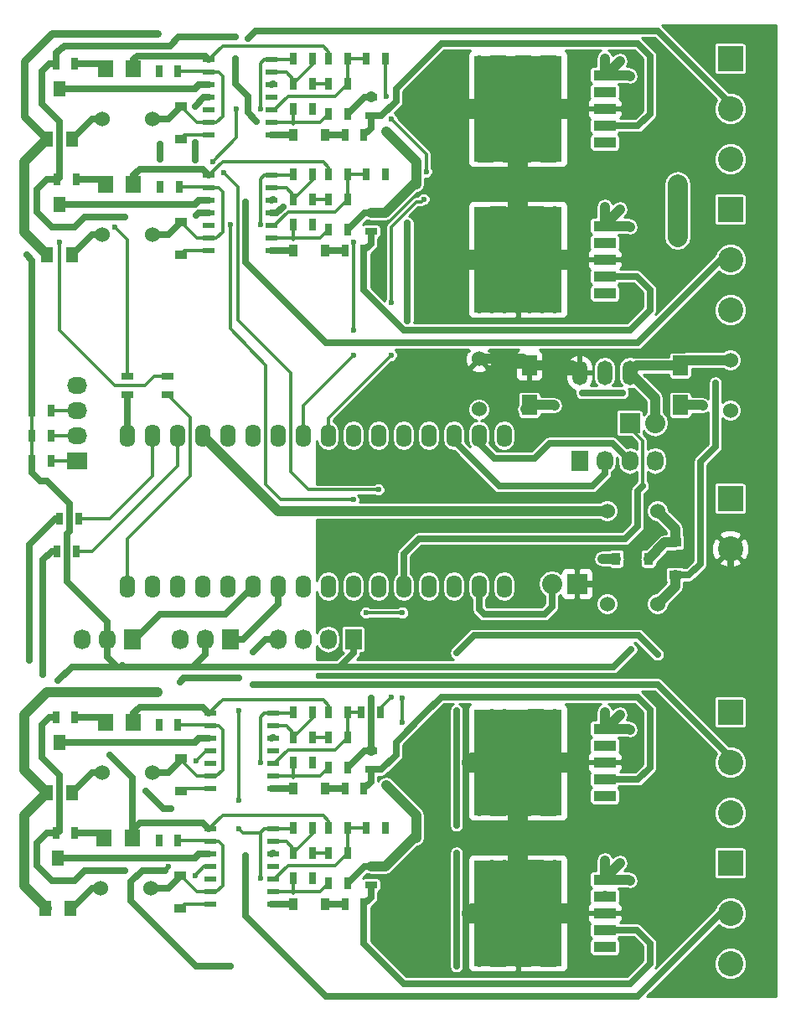
<source format=gtl>
G04 #@! TF.FileFunction,Copper,L1,Top,Signal*
%FSLAX46Y46*%
G04 Gerber Fmt 4.6, Leading zero omitted, Abs format (unit mm)*
G04 Created by KiCad (PCBNEW 4.0.2-4+6225~38~ubuntu14.04.1-stable) date sön 27 mar 2016 18:27:13*
%MOMM*%
G01*
G04 APERTURE LIST*
%ADD10C,0.100000*%
%ADD11C,1.524000*%
%ADD12R,1.600000X2.000000*%
%ADD13R,1.597660X1.800860*%
%ADD14R,2.032000X2.032000*%
%ADD15O,2.032000X2.032000*%
%ADD16R,2.540000X2.540000*%
%ADD17C,2.540000*%
%ADD18O,1.600000X2.300000*%
%ADD19R,1.727200X2.032000*%
%ADD20O,1.727200X2.032000*%
%ADD21R,2.032000X1.727200*%
%ADD22O,2.032000X1.727200*%
%ADD23O,1.501140X2.499360*%
%ADD24R,2.286000X1.066800*%
%ADD25R,8.890000X10.668000*%
%ADD26R,1.270000X1.524000*%
%ADD27R,1.143000X0.508000*%
%ADD28R,1.220000X0.910000*%
%ADD29R,0.910000X1.220000*%
%ADD30R,0.700000X1.300000*%
%ADD31R,1.300000X0.700000*%
%ADD32C,0.600000*%
%ADD33C,2.000000*%
%ADD34C,0.300000*%
%ADD35C,1.000000*%
%ADD36C,0.700000*%
%ADD37C,0.500000*%
%ADD38C,0.800000*%
%ADD39C,0.254000*%
G04 APERTURE END LIST*
D10*
D11*
X178054000Y-123698000D03*
X183134000Y-123698000D03*
X178054000Y-114300000D03*
X183134000Y-114300000D03*
D12*
X170180000Y-99600000D03*
X170180000Y-103600000D03*
X185420000Y-99600000D03*
X185420000Y-103600000D03*
D13*
X127358140Y-69596000D03*
X130197860Y-69596000D03*
X127358140Y-81280000D03*
X130197860Y-81280000D03*
X127358140Y-135636000D03*
X130197860Y-135636000D03*
X127231140Y-147320000D03*
X130070860Y-147320000D03*
D14*
X180340000Y-105410000D03*
D15*
X182880000Y-105410000D03*
D14*
X175006000Y-121666000D03*
D15*
X172466000Y-121666000D03*
D16*
X190500000Y-68580000D03*
D17*
X190500000Y-73660000D03*
X190500000Y-78740000D03*
D16*
X190500000Y-83820000D03*
D17*
X190500000Y-88900000D03*
X190500000Y-93980000D03*
D16*
X190500000Y-134620000D03*
D17*
X190500000Y-139700000D03*
X190500000Y-144780000D03*
D18*
X129540000Y-121920000D03*
X132080000Y-121920000D03*
X134620000Y-121920000D03*
X137160000Y-121920000D03*
X139700000Y-121920000D03*
X142240000Y-121920000D03*
X144780000Y-121920000D03*
X147320000Y-121920000D03*
X149860000Y-121920000D03*
X152400000Y-121920000D03*
X154940000Y-121920000D03*
X157480000Y-121920000D03*
X160020000Y-121920000D03*
X162560000Y-121920000D03*
X165100000Y-121920000D03*
X167640000Y-121920000D03*
X167640000Y-106680000D03*
X165100000Y-106680000D03*
X162560000Y-106680000D03*
X160020000Y-106680000D03*
X157480000Y-106680000D03*
X154940000Y-106680000D03*
X152400000Y-106680000D03*
X149860000Y-106680000D03*
X147320000Y-106680000D03*
X144780000Y-106680000D03*
X142240000Y-106680000D03*
X139700000Y-106680000D03*
X137160000Y-106680000D03*
X134620000Y-106680000D03*
X132080000Y-106680000D03*
X129540000Y-106680000D03*
D16*
X190500000Y-149860000D03*
D17*
X190500000Y-154940000D03*
X190500000Y-160020000D03*
D19*
X152400000Y-127254000D03*
D20*
X149860000Y-127254000D03*
X147320000Y-127254000D03*
X144780000Y-127254000D03*
D19*
X130048000Y-127254000D03*
D20*
X127508000Y-127254000D03*
X124968000Y-127254000D03*
D19*
X139954000Y-127254000D03*
D20*
X137414000Y-127254000D03*
X134874000Y-127254000D03*
D21*
X124460000Y-109220000D03*
D22*
X124460000Y-106680000D03*
X124460000Y-104140000D03*
X124460000Y-101600000D03*
D19*
X175260000Y-109220000D03*
D20*
X177800000Y-109220000D03*
X180340000Y-109220000D03*
X182880000Y-109220000D03*
D23*
X177800000Y-100330000D03*
X175260000Y-100330000D03*
X180340000Y-100330000D03*
D11*
X132080000Y-74676000D03*
X127000000Y-74676000D03*
X132080000Y-86360000D03*
X127000000Y-86360000D03*
X132080000Y-140716000D03*
X127000000Y-140716000D03*
X131953000Y-152400000D03*
X126873000Y-152400000D03*
X165100000Y-98933000D03*
X165100000Y-104013000D03*
X190500000Y-99060000D03*
X190500000Y-104140000D03*
D24*
X177800000Y-77063600D03*
D25*
X169037000Y-73660000D03*
D24*
X177800000Y-73660000D03*
X177800000Y-75361800D03*
X177800000Y-71958200D03*
X177800000Y-70256400D03*
X177800000Y-92303600D03*
D25*
X169037000Y-88900000D03*
D24*
X177800000Y-88900000D03*
X177800000Y-90601800D03*
X177800000Y-87198200D03*
X177800000Y-85496400D03*
X177800000Y-143103600D03*
D25*
X169037000Y-139700000D03*
D24*
X177800000Y-139700000D03*
X177800000Y-141401800D03*
X177800000Y-137998200D03*
X177800000Y-136296400D03*
X177800000Y-158343600D03*
D25*
X169037000Y-154940000D03*
D24*
X177800000Y-154940000D03*
X177800000Y-156641800D03*
X177800000Y-153238200D03*
X177800000Y-151536400D03*
D16*
X190500000Y-113030000D03*
D17*
X190500000Y-118110000D03*
D26*
X121412000Y-76708000D03*
X122682000Y-71628000D03*
X123952000Y-76708000D03*
X121412000Y-88392000D03*
X122682000Y-83312000D03*
X123952000Y-88392000D03*
X121412000Y-142748000D03*
X122682000Y-137668000D03*
X123952000Y-142748000D03*
X121285000Y-154432000D03*
X122555000Y-149352000D03*
X123825000Y-154432000D03*
D27*
X144145000Y-76327000D03*
X144145000Y-75057000D03*
X144145000Y-73787000D03*
X144145000Y-72517000D03*
X144145000Y-71247000D03*
X144145000Y-69977000D03*
X144145000Y-68707000D03*
X137795000Y-68707000D03*
X137795000Y-69977000D03*
X137795000Y-72517000D03*
X137795000Y-73787000D03*
X137795000Y-75057000D03*
X137795000Y-76327000D03*
X137795000Y-71247000D03*
X144145000Y-88011000D03*
X144145000Y-86741000D03*
X144145000Y-85471000D03*
X144145000Y-84201000D03*
X144145000Y-82931000D03*
X144145000Y-81661000D03*
X144145000Y-80391000D03*
X137795000Y-80391000D03*
X137795000Y-81661000D03*
X137795000Y-84201000D03*
X137795000Y-85471000D03*
X137795000Y-86741000D03*
X137795000Y-88011000D03*
X137795000Y-82931000D03*
X144272000Y-142367000D03*
X144272000Y-141097000D03*
X144272000Y-139827000D03*
X144272000Y-138557000D03*
X144272000Y-137287000D03*
X144272000Y-136017000D03*
X144272000Y-134747000D03*
X137922000Y-134747000D03*
X137922000Y-136017000D03*
X137922000Y-138557000D03*
X137922000Y-139827000D03*
X137922000Y-141097000D03*
X137922000Y-142367000D03*
X137922000Y-137287000D03*
X144272000Y-154051000D03*
X144272000Y-152781000D03*
X144272000Y-151511000D03*
X144272000Y-150241000D03*
X144272000Y-148971000D03*
X144272000Y-147701000D03*
X144272000Y-146431000D03*
X137922000Y-146431000D03*
X137922000Y-147701000D03*
X137922000Y-150241000D03*
X137922000Y-151511000D03*
X137922000Y-152781000D03*
X137922000Y-154051000D03*
X137922000Y-148971000D03*
D28*
X135001000Y-76692000D03*
X135001000Y-73422000D03*
X184912000Y-117491000D03*
X184912000Y-120761000D03*
D29*
X178959000Y-119126000D03*
X182229000Y-119126000D03*
D28*
X135001000Y-88376000D03*
X135001000Y-85106000D03*
X135001000Y-142605000D03*
X135001000Y-139335000D03*
X134874000Y-154416000D03*
X134874000Y-151146000D03*
D29*
X149590000Y-76327000D03*
X146320000Y-76327000D03*
X149590000Y-88011000D03*
X146320000Y-88011000D03*
X149590000Y-142367000D03*
X146320000Y-142367000D03*
X149590000Y-154051000D03*
X146320000Y-154051000D03*
D30*
X134681000Y-69850000D03*
X132781000Y-69850000D03*
X148270000Y-68580000D03*
X146370000Y-68580000D03*
X122367000Y-69088000D03*
X124267000Y-69088000D03*
X148270000Y-71120000D03*
X146370000Y-71120000D03*
X134808000Y-81534000D03*
X132908000Y-81534000D03*
X148270000Y-80264000D03*
X146370000Y-80264000D03*
X122494000Y-80772000D03*
X124394000Y-80772000D03*
X148270000Y-82804000D03*
X146370000Y-82804000D03*
X134681000Y-135890000D03*
X132781000Y-135890000D03*
X148270000Y-134620000D03*
X146370000Y-134620000D03*
X122367000Y-135128000D03*
X124267000Y-135128000D03*
X148270000Y-137160000D03*
X146370000Y-137160000D03*
X134681000Y-147574000D03*
X132781000Y-147574000D03*
X148270000Y-146304000D03*
X146370000Y-146304000D03*
X122367000Y-146812000D03*
X124267000Y-146812000D03*
X148270000Y-148844000D03*
X146370000Y-148844000D03*
D31*
X133604000Y-102550000D03*
X133604000Y-100650000D03*
X129540000Y-102550000D03*
X129540000Y-100650000D03*
D30*
X124648000Y-115062000D03*
X122748000Y-115062000D03*
X124394000Y-118364000D03*
X122494000Y-118364000D03*
X119954000Y-109220000D03*
X121854000Y-109220000D03*
X119954000Y-106680000D03*
X121854000Y-106680000D03*
X119954000Y-104140000D03*
X121854000Y-104140000D03*
X153736000Y-68580000D03*
X155636000Y-68580000D03*
X153477000Y-76327000D03*
X151577000Y-76327000D03*
X151826000Y-68580000D03*
X149926000Y-68580000D03*
D31*
X154178000Y-72456000D03*
X154178000Y-74356000D03*
D30*
X149926000Y-74168000D03*
X151826000Y-74168000D03*
X148270000Y-73660000D03*
X146370000Y-73660000D03*
X153736000Y-80264000D03*
X155636000Y-80264000D03*
X153477000Y-88011000D03*
X151577000Y-88011000D03*
X151826000Y-80264000D03*
X149926000Y-80264000D03*
D31*
X154178000Y-84140000D03*
X154178000Y-86040000D03*
D30*
X149926000Y-85852000D03*
X151826000Y-85852000D03*
X148270000Y-85344000D03*
X146370000Y-85344000D03*
X153228000Y-134620000D03*
X155128000Y-134620000D03*
X153477000Y-142367000D03*
X151577000Y-142367000D03*
X151826000Y-134620000D03*
X149926000Y-134620000D03*
D31*
X154178000Y-138496000D03*
X154178000Y-140396000D03*
D30*
X149926000Y-140208000D03*
X151826000Y-140208000D03*
X148270000Y-139700000D03*
X146370000Y-139700000D03*
X153736000Y-146304000D03*
X155636000Y-146304000D03*
X153477000Y-154051000D03*
X151577000Y-154051000D03*
X151826000Y-146304000D03*
X149926000Y-146304000D03*
D31*
X154178000Y-150180000D03*
X154178000Y-152080000D03*
D30*
X149926000Y-151892000D03*
X151826000Y-151892000D03*
X148270000Y-151384000D03*
X146370000Y-151384000D03*
X149926000Y-71120000D03*
X151826000Y-71120000D03*
X149926000Y-82804000D03*
X151826000Y-82804000D03*
X149926000Y-137160000D03*
X151826000Y-137160000D03*
X149926000Y-148844000D03*
X151826000Y-148844000D03*
D32*
X185166000Y-86614000D03*
X185166000Y-81280000D03*
X177800000Y-71958200D03*
X177800000Y-77063600D03*
X177800000Y-87198200D03*
X177800000Y-92303600D03*
X177800000Y-158343600D03*
X177800000Y-153162000D03*
X177800000Y-143103600D03*
X177800000Y-137998200D03*
X133985000Y-144399000D03*
X131445000Y-142621000D03*
X154178000Y-133223000D03*
X134874000Y-127254000D03*
X134874000Y-131572000D03*
X140843000Y-131191000D03*
X142240000Y-128524000D03*
X155702000Y-141986000D03*
X177546000Y-119126000D03*
X172720000Y-103632000D03*
X187706000Y-103632000D03*
X127000000Y-86360000D03*
X154178000Y-72390000D03*
X155702000Y-75946000D03*
X148336000Y-82804000D03*
X151826000Y-85852000D03*
X151826000Y-74168000D03*
X148336000Y-71120000D03*
X154178000Y-138430000D03*
X148336000Y-137160000D03*
X151826000Y-140208000D03*
X148336000Y-148844000D03*
X151826000Y-151892000D03*
X127000000Y-152400000D03*
X175514000Y-102362000D03*
X179578000Y-102362000D03*
X188976000Y-101346000D03*
X157861000Y-95111998D03*
X157861000Y-85217000D03*
X139954000Y-160274000D03*
X162814000Y-160274000D03*
X162814000Y-148844000D03*
X162814000Y-146050000D03*
X133731000Y-150241000D03*
X183134000Y-128778000D03*
X162814000Y-128651000D03*
X162814000Y-134493000D03*
X136525000Y-139573000D03*
X136398000Y-151130000D03*
X136525000Y-84455000D03*
X136398000Y-73406000D03*
X136398000Y-77089000D03*
X136398000Y-78855998D03*
X172720000Y-154940000D03*
X172720000Y-156210000D03*
X171450000Y-156210000D03*
X170180000Y-156210000D03*
X168910000Y-156210000D03*
X167640000Y-156210000D03*
X166370000Y-156210000D03*
X165100000Y-156210000D03*
X165100000Y-157480000D03*
X166370000Y-157480000D03*
X167640000Y-157480000D03*
X168910000Y-157480000D03*
X170180000Y-157480000D03*
X171450000Y-157480000D03*
X172720000Y-157480000D03*
X172720000Y-158750000D03*
X171450000Y-158750000D03*
X170180000Y-158750000D03*
X168910000Y-158750000D03*
X167640000Y-158750000D03*
X166370000Y-158750000D03*
X165100000Y-158750000D03*
X165100000Y-160020000D03*
X166370000Y-160020000D03*
X167640000Y-160020000D03*
X168910000Y-160020000D03*
X170180000Y-160020000D03*
X171450000Y-160020000D03*
X172720000Y-160020000D03*
X166370000Y-149860000D03*
X167640000Y-149860000D03*
X165100000Y-149860000D03*
X168910000Y-149860000D03*
X170180000Y-149860000D03*
X171450000Y-149860000D03*
X172720000Y-149860000D03*
X172720000Y-151130000D03*
X171450000Y-151130000D03*
X170180000Y-151130000D03*
X169164000Y-151130000D03*
X167640000Y-151130000D03*
X166370000Y-151130000D03*
X165100000Y-151130000D03*
X165100000Y-152400000D03*
X166370000Y-152400000D03*
X167640000Y-152400000D03*
X168910000Y-152400000D03*
X170180000Y-152400000D03*
X171450000Y-152400000D03*
X172720000Y-152400000D03*
X172720000Y-153670000D03*
X171450000Y-153670000D03*
X170180000Y-153670000D03*
X169164000Y-153670000D03*
X167640000Y-153670000D03*
X166370000Y-153670000D03*
X165100000Y-153670000D03*
X165100000Y-154940000D03*
X166370000Y-154940000D03*
X167640000Y-154940000D03*
X172720000Y-140970000D03*
X172720000Y-139700000D03*
X171450000Y-139700000D03*
X170180000Y-139700000D03*
X171450000Y-140970000D03*
X170180000Y-140970000D03*
X168910000Y-140970000D03*
X167640000Y-140970000D03*
X166370000Y-140970000D03*
X165100000Y-140970000D03*
X165100000Y-142240000D03*
X166370000Y-142240000D03*
X167640000Y-142240000D03*
X169164000Y-142240000D03*
X170180000Y-142240000D03*
X171450000Y-142240000D03*
X172720000Y-142240000D03*
X172720000Y-143510000D03*
X171450000Y-143510000D03*
X170180000Y-143510000D03*
X168910000Y-143510000D03*
X167640000Y-143510000D03*
X166370000Y-143510000D03*
X165100000Y-143510000D03*
X165100000Y-144780000D03*
X166370000Y-144780000D03*
X167640000Y-144780000D03*
X169164000Y-144780000D03*
X170180000Y-144780000D03*
X171450000Y-144780000D03*
X172720000Y-144780000D03*
X166370000Y-134620000D03*
X167640000Y-134620000D03*
X165100000Y-134620000D03*
X168910000Y-134620000D03*
X170180000Y-134620000D03*
X171450000Y-134620000D03*
X172720000Y-134620000D03*
X172720000Y-135890000D03*
X171450000Y-135890000D03*
X170180000Y-135890000D03*
X168910000Y-135890000D03*
X167640000Y-135890000D03*
X166370000Y-135890000D03*
X165100000Y-135890000D03*
X165100000Y-137160000D03*
X166370000Y-137160000D03*
X167640000Y-137160000D03*
X168910000Y-137160000D03*
X170180000Y-137160000D03*
X171450000Y-137160000D03*
X172720000Y-137160000D03*
X172720000Y-138430000D03*
X171450000Y-138430000D03*
X170180000Y-138430000D03*
X168910000Y-138430000D03*
X167640000Y-138430000D03*
X166370000Y-138430000D03*
X165100000Y-138430000D03*
X165100000Y-139700000D03*
X166370000Y-139700000D03*
X167640000Y-139700000D03*
X167894000Y-90170000D03*
X166370000Y-90170000D03*
X165100000Y-91440000D03*
X166497000Y-91567000D03*
X167640000Y-91440000D03*
X168910000Y-91440000D03*
X170180000Y-91440000D03*
X171450000Y-91440000D03*
X172720000Y-91440000D03*
X172720000Y-93980000D03*
X172720000Y-92710000D03*
X171450000Y-92710000D03*
X171450000Y-93980000D03*
X170180000Y-93980000D03*
X170180000Y-92710000D03*
X168910000Y-92710000D03*
X168910000Y-93980000D03*
X167640000Y-93980000D03*
X167640000Y-92710000D03*
X166370000Y-92710000D03*
X166370000Y-93980000D03*
X165100000Y-93980000D03*
X165100000Y-92710000D03*
X165100000Y-90170000D03*
X168910000Y-90170000D03*
X170180000Y-90170000D03*
X170180000Y-88900000D03*
X171450000Y-88900000D03*
X171450000Y-90170000D03*
X172720000Y-90170000D03*
X172720000Y-88900000D03*
X165100000Y-83820000D03*
X166370000Y-83820000D03*
X167640000Y-83820000D03*
X168910000Y-83820000D03*
X170180000Y-83820000D03*
X171450000Y-83820000D03*
X172720000Y-83820000D03*
X172720000Y-85090000D03*
X171450000Y-85090000D03*
X170180000Y-85090000D03*
X169164000Y-85090000D03*
X167640000Y-85090000D03*
X166370000Y-85090000D03*
X165100000Y-85090000D03*
X165100000Y-86360000D03*
X166370000Y-86360000D03*
X167640000Y-86360000D03*
X168910000Y-86360000D03*
X170180000Y-86360000D03*
X171450000Y-86360000D03*
X172720000Y-86360000D03*
X172720000Y-87630000D03*
X171450000Y-87630000D03*
X170180000Y-87630000D03*
X169164000Y-87630000D03*
X167640000Y-87630000D03*
X166370000Y-87630000D03*
X165100000Y-87630000D03*
X165100000Y-88900000D03*
X167640000Y-88900000D03*
X166370000Y-88900000D03*
X170180000Y-78740000D03*
X171450000Y-78740000D03*
X172720000Y-78740000D03*
X172720000Y-73660000D03*
X171450000Y-73660000D03*
X170180000Y-73660000D03*
X172720000Y-74930000D03*
X171450000Y-74930000D03*
X170180000Y-74930000D03*
X169164000Y-74930000D03*
X167640000Y-74930000D03*
X166370000Y-74930000D03*
X165100000Y-74930000D03*
X165100000Y-76200000D03*
X166370000Y-76200000D03*
X167640000Y-76200000D03*
X168910000Y-76200000D03*
X170180000Y-76200000D03*
X171450000Y-76200000D03*
X172720000Y-76200000D03*
X172720000Y-77470000D03*
X171450000Y-77470000D03*
X170180000Y-77470000D03*
X169164000Y-77470000D03*
X167640000Y-77470000D03*
X166370000Y-77470000D03*
X165100000Y-77470000D03*
X165100000Y-78740000D03*
X166370000Y-78740000D03*
X167640000Y-78740000D03*
X168910000Y-78740000D03*
X165100000Y-71120000D03*
X166433500Y-71056500D03*
X167640000Y-71120000D03*
X168910000Y-71120000D03*
X170180000Y-71120000D03*
X171450000Y-71120000D03*
X172720000Y-71120000D03*
X172720000Y-72390000D03*
X171450000Y-72390000D03*
X170180000Y-72390000D03*
X168910000Y-72390000D03*
X167703500Y-72326500D03*
X166370000Y-72390000D03*
X165100000Y-72390000D03*
X165100000Y-73660000D03*
X166370000Y-73660000D03*
X167640000Y-73660000D03*
X165100000Y-68580000D03*
X166370000Y-68580000D03*
X167640000Y-68580000D03*
X168910000Y-68580000D03*
X170180000Y-68580000D03*
X171450000Y-68580000D03*
X172720000Y-68580000D03*
X172720000Y-69850000D03*
X171450000Y-69850000D03*
X170180000Y-69850000D03*
X168910000Y-69850000D03*
X167640000Y-69850000D03*
X166370000Y-69850000D03*
X165163500Y-69786500D03*
X132842000Y-147574000D03*
X144145000Y-150241000D03*
X144145000Y-72517000D03*
X145301024Y-83579024D03*
X132842000Y-77216000D03*
X132842000Y-78740000D03*
X169164000Y-154940000D03*
X177800000Y-154940000D03*
X177800000Y-139700000D03*
X169037000Y-139700000D03*
X144145000Y-138557000D03*
X132842000Y-135890000D03*
X132588000Y-132588000D03*
X132588000Y-66040000D03*
X169037000Y-73660000D03*
X132842000Y-69850000D03*
X177800000Y-73660000D03*
X177800000Y-88900000D03*
X169164000Y-88900000D03*
X132842000Y-81534000D03*
X148270000Y-139700000D03*
X148270000Y-151384000D03*
X129286000Y-150622000D03*
X180467000Y-128270000D03*
X122367000Y-135128000D03*
X122555000Y-131445000D03*
X142621000Y-74930000D03*
X140462000Y-68580000D03*
X140462000Y-66421000D03*
X148270000Y-73660000D03*
X120396000Y-84074000D03*
X119380000Y-88392000D03*
X148270000Y-85344000D03*
X129286000Y-84582000D03*
X130302000Y-69596000D03*
X122682000Y-87122000D03*
X130197860Y-81280000D03*
X128270000Y-85598000D03*
X130197860Y-135636000D03*
X119634000Y-129413000D03*
X121031000Y-130810000D03*
X127762000Y-138938000D03*
X179324000Y-68834000D03*
X177800000Y-68580000D03*
X180340000Y-70358000D03*
X180340000Y-85598000D03*
X179324000Y-83820000D03*
X177800000Y-83566000D03*
X180340000Y-136398000D03*
X177800000Y-134620000D03*
X179324000Y-134874000D03*
X140843000Y-143510000D03*
X140843000Y-146431000D03*
X140843000Y-134493000D03*
X137795000Y-151511000D03*
X143002000Y-151384000D03*
X144272000Y-134747000D03*
X143002000Y-139700000D03*
X137795000Y-139827000D03*
X139954000Y-85344000D03*
X152400000Y-113157000D03*
X143002000Y-85344000D03*
X137795000Y-85471000D03*
X140589000Y-73660000D03*
X154940000Y-112141000D03*
X139319000Y-80137000D03*
X138176000Y-78994000D03*
X137795000Y-73787000D03*
X143002000Y-73660000D03*
X155575000Y-146304000D03*
X157353000Y-135636000D03*
X157353000Y-133223000D03*
X157353000Y-124587000D03*
X153670000Y-124587000D03*
X156210000Y-133096000D03*
X155636000Y-80264000D03*
X152400000Y-98552000D03*
X152400000Y-96012000D03*
X152400000Y-87122000D03*
X155702000Y-72390000D03*
X156210000Y-74676000D03*
X159766000Y-80010000D03*
X159512000Y-82804000D03*
X156210000Y-93218000D03*
X156210000Y-98552000D03*
X177800000Y-149606000D03*
X179324000Y-149860000D03*
X180340000Y-151638000D03*
X141732000Y-66548000D03*
X144272000Y-71120000D03*
X141478000Y-83058000D03*
X144272000Y-82804000D03*
X142240000Y-131826000D03*
X144272000Y-137160000D03*
X144272000Y-148844000D03*
X141478000Y-149098000D03*
D33*
X185166000Y-86614000D02*
X185166000Y-81280000D01*
D34*
X149926000Y-71120000D02*
X148270000Y-71120000D01*
X149926000Y-82804000D02*
X148270000Y-82804000D01*
X149926000Y-137160000D02*
X148270000Y-137160000D01*
X149926000Y-148844000D02*
X148270000Y-148844000D01*
D35*
X177800000Y-153162000D02*
X177800000Y-153238200D01*
D36*
X133223000Y-144399000D02*
X133985000Y-144399000D01*
X131445000Y-142621000D02*
X133223000Y-144399000D01*
X154178000Y-138496000D02*
X154178000Y-133223000D01*
X134874000Y-131572000D02*
X135255000Y-131191000D01*
X135255000Y-131191000D02*
X140843000Y-131191000D01*
X142240000Y-128524000D02*
X143510000Y-127254000D01*
X143510000Y-127254000D02*
X144780000Y-127254000D01*
D35*
X158496000Y-147320000D02*
X155636000Y-150180000D01*
X158750000Y-147320000D02*
X158496000Y-147320000D01*
X158750000Y-145034000D02*
X155702000Y-141986000D01*
X158750000Y-147320000D02*
X158750000Y-145034000D01*
X177546000Y-119126000D02*
X178959000Y-119126000D01*
X170180000Y-103600000D02*
X172688000Y-103600000D01*
X172688000Y-103600000D02*
X172720000Y-103632000D01*
X185420000Y-103600000D02*
X187674000Y-103600000D01*
X187674000Y-103600000D02*
X187706000Y-103632000D01*
X169767000Y-104013000D02*
X170180000Y-103600000D01*
X158750000Y-81280000D02*
X158750000Y-78994000D01*
X154178000Y-72390000D02*
X154178000Y-72456000D01*
X158750000Y-78994000D02*
X155702000Y-75946000D01*
X158750000Y-81280000D02*
X158496000Y-81280000D01*
X155636000Y-84140000D02*
X154178000Y-84140000D01*
X158496000Y-81280000D02*
X155636000Y-84140000D01*
D36*
X154178000Y-84140000D02*
X153538000Y-84140000D01*
D34*
X148336000Y-82804000D02*
X148270000Y-82804000D01*
D36*
X153538000Y-84140000D02*
X151826000Y-85852000D01*
X153538000Y-72456000D02*
X151826000Y-74168000D01*
D34*
X148336000Y-71120000D02*
X148270000Y-71120000D01*
D36*
X154178000Y-72456000D02*
X153538000Y-72456000D01*
X125984000Y-86360000D02*
X123952000Y-88392000D01*
X127000000Y-86360000D02*
X125984000Y-86360000D01*
X127000000Y-74676000D02*
X125984000Y-74676000D01*
X125984000Y-74676000D02*
X123952000Y-76708000D01*
X154178000Y-138496000D02*
X153538000Y-138496000D01*
D35*
X154178000Y-138430000D02*
X154178000Y-138496000D01*
X155636000Y-150180000D02*
X154178000Y-150180000D01*
D36*
X154178000Y-150180000D02*
X153538000Y-150180000D01*
D34*
X148336000Y-137160000D02*
X148270000Y-137160000D01*
D36*
X153538000Y-138496000D02*
X151826000Y-140208000D01*
X125984000Y-140716000D02*
X123952000Y-142748000D01*
X127000000Y-140716000D02*
X125984000Y-140716000D01*
D34*
X148336000Y-148844000D02*
X148270000Y-148844000D01*
D36*
X153538000Y-150180000D02*
X151826000Y-151892000D01*
X127000000Y-152400000D02*
X125984000Y-152400000D01*
X125984000Y-152400000D02*
X123952000Y-154432000D01*
D34*
X137795000Y-69977000D02*
X138811000Y-69977000D01*
X138557000Y-75057000D02*
X137795000Y-75057000D01*
X139192000Y-74422000D02*
X138557000Y-75057000D01*
X139192000Y-70358000D02*
X139192000Y-74422000D01*
X138811000Y-69977000D02*
X139192000Y-70358000D01*
D36*
X132080000Y-74676000D02*
X133747000Y-74676000D01*
X133747000Y-74676000D02*
X135001000Y-73422000D01*
D34*
X137795000Y-75057000D02*
X136636000Y-75057000D01*
X136636000Y-75057000D02*
X135001000Y-73422000D01*
X134808000Y-73229000D02*
X135001000Y-73422000D01*
X134808000Y-69850000D02*
X137668000Y-69850000D01*
X137668000Y-69850000D02*
X137795000Y-69977000D01*
D35*
X184912000Y-117491000D02*
X183864000Y-117491000D01*
X183864000Y-117491000D02*
X182229000Y-119126000D01*
X184912000Y-117491000D02*
X184912000Y-116078000D01*
X184912000Y-116078000D02*
X183134000Y-114300000D01*
X178054000Y-114300000D02*
X144780000Y-114300000D01*
X144780000Y-114300000D02*
X137160000Y-106680000D01*
D36*
X175514000Y-102362000D02*
X179578000Y-102362000D01*
X188976000Y-101346000D02*
X188976000Y-107823000D01*
X188976000Y-107823000D02*
X187452000Y-109347000D01*
X187452000Y-109347000D02*
X187452000Y-119634000D01*
X187452000Y-119634000D02*
X186325000Y-120761000D01*
X184912000Y-120761000D02*
X186325000Y-120761000D01*
X157861000Y-85217000D02*
X157861000Y-95111998D01*
X162814000Y-146050000D02*
X162814000Y-134493000D01*
D37*
X133731000Y-150241000D02*
X133350000Y-150622000D01*
D36*
X133350000Y-150622000D02*
X131064000Y-150622000D01*
X131064000Y-150622000D02*
X129921000Y-151765000D01*
X129921000Y-151765000D02*
X129921000Y-153670000D01*
X129921000Y-153670000D02*
X136525000Y-160274000D01*
X136525000Y-160274000D02*
X139954000Y-160274000D01*
X162814000Y-160274000D02*
X162814000Y-148844000D01*
X181229000Y-126873000D02*
X183134000Y-128778000D01*
X164592000Y-126873000D02*
X181229000Y-126873000D01*
X162814000Y-128651000D02*
X164592000Y-126873000D01*
D34*
X137922000Y-150241000D02*
X137287000Y-150241000D01*
X136525000Y-139573000D02*
X137541000Y-138557000D01*
X137287000Y-150241000D02*
X136398000Y-151130000D01*
X137541000Y-138557000D02*
X137922000Y-138557000D01*
D36*
X137795000Y-84201000D02*
X136779000Y-84201000D01*
X136779000Y-84201000D02*
X136525000Y-84455000D01*
X137795000Y-72517000D02*
X137287000Y-72517000D01*
X137287000Y-72517000D02*
X136398000Y-73406000D01*
X136398000Y-77089000D02*
X136398000Y-78855998D01*
D35*
X184912000Y-120761000D02*
X184912000Y-121920000D01*
X184912000Y-121920000D02*
X183134000Y-123698000D01*
D34*
X137795000Y-147701000D02*
X138811000Y-147701000D01*
X138557000Y-152781000D02*
X137795000Y-152781000D01*
X139192000Y-152146000D02*
X138557000Y-152781000D01*
X139192000Y-148082000D02*
X139192000Y-152146000D01*
X138811000Y-147701000D02*
X139192000Y-148082000D01*
D36*
X133747000Y-152400000D02*
X135001000Y-151146000D01*
D34*
X137795000Y-152781000D02*
X136636000Y-152781000D01*
X136636000Y-152781000D02*
X135001000Y-151146000D01*
X134808000Y-150953000D02*
X135001000Y-151146000D01*
X134808000Y-147574000D02*
X137668000Y-147574000D01*
X137668000Y-147574000D02*
X137795000Y-147701000D01*
D36*
X132080000Y-152400000D02*
X133747000Y-152400000D01*
D34*
X137668000Y-135890000D02*
X137795000Y-136017000D01*
X134808000Y-135890000D02*
X137668000Y-135890000D01*
X134808000Y-139269000D02*
X135001000Y-139462000D01*
X136636000Y-141097000D02*
X135001000Y-139462000D01*
X137795000Y-141097000D02*
X136636000Y-141097000D01*
D36*
X133747000Y-140716000D02*
X135001000Y-139462000D01*
X132080000Y-140716000D02*
X133747000Y-140716000D01*
D34*
X138811000Y-136017000D02*
X139192000Y-136398000D01*
X139192000Y-136398000D02*
X139192000Y-140462000D01*
X139192000Y-140462000D02*
X138557000Y-141097000D01*
X138557000Y-141097000D02*
X137795000Y-141097000D01*
X137795000Y-136017000D02*
X138811000Y-136017000D01*
D33*
X169037000Y-139700000D02*
X175260000Y-139700000D01*
X169037000Y-154940000D02*
X175006000Y-154940000D01*
X169037000Y-154940000D02*
X164364002Y-154940000D01*
X169037000Y-139700000D02*
X164364002Y-139700000D01*
X169037000Y-139700000D02*
X169037000Y-154940000D01*
X169037000Y-88900000D02*
X175260000Y-88900000D01*
X169037000Y-73660000D02*
X174752000Y-73660000D01*
X169037000Y-88900000D02*
X162560000Y-88900000D01*
X169037000Y-73660000D02*
X162052000Y-73660000D01*
X169037000Y-73660000D02*
X169037000Y-88900000D01*
D36*
X172720000Y-156210000D02*
X171450000Y-156210000D01*
X170180000Y-156210000D02*
X168910000Y-156210000D01*
X167640000Y-156210000D02*
X166370000Y-156210000D01*
X165100000Y-156210000D02*
X165100000Y-157480000D01*
X166370000Y-157480000D02*
X167640000Y-157480000D01*
X168910000Y-157480000D02*
X170180000Y-157480000D01*
X171450000Y-157480000D02*
X172720000Y-157480000D01*
X172720000Y-158750000D02*
X171450000Y-158750000D01*
X170180000Y-158750000D02*
X168910000Y-158750000D01*
X167640000Y-158750000D02*
X166370000Y-158750000D01*
X165100000Y-158750000D02*
X165100000Y-160020000D01*
X166370000Y-160020000D02*
X167640000Y-160020000D01*
X168910000Y-160020000D02*
X170180000Y-160020000D01*
X171450000Y-160020000D02*
X172720000Y-160020000D01*
X169037000Y-154940000D02*
X169037000Y-152527000D01*
X169037000Y-152527000D02*
X166370000Y-149860000D01*
X167640000Y-149860000D02*
X169037000Y-154940000D01*
X170180000Y-149860000D02*
X171450000Y-149860000D01*
X172720000Y-149860000D02*
X172720000Y-151130000D01*
X171450000Y-151130000D02*
X170180000Y-151130000D01*
X169164000Y-151130000D02*
X167640000Y-151130000D01*
X166370000Y-151130000D02*
X165100000Y-151130000D01*
X165100000Y-152400000D02*
X166370000Y-152400000D01*
X167640000Y-152400000D02*
X168910000Y-152400000D01*
X170180000Y-152400000D02*
X171450000Y-152400000D01*
X172720000Y-152400000D02*
X172720000Y-153670000D01*
X171450000Y-153670000D02*
X170180000Y-153670000D01*
X169164000Y-153670000D02*
X167640000Y-153670000D01*
X166370000Y-153670000D02*
X165100000Y-153670000D01*
X165100000Y-154940000D02*
X166370000Y-154940000D01*
X167640000Y-154940000D02*
X169164000Y-154940000D01*
X169164000Y-154940000D02*
X169037000Y-154940000D01*
X171450000Y-140970000D02*
X172720000Y-140970000D01*
X171450000Y-139700000D02*
X170180000Y-139700000D01*
X170180000Y-140970000D02*
X168910000Y-140970000D01*
X167640000Y-140970000D02*
X166370000Y-140970000D01*
X165100000Y-140970000D02*
X165100000Y-142240000D01*
X166370000Y-142240000D02*
X167640000Y-142240000D01*
X169164000Y-142240000D02*
X170180000Y-142240000D01*
X171450000Y-142240000D02*
X172720000Y-142240000D01*
X172720000Y-143510000D02*
X171450000Y-143510000D01*
X170180000Y-143510000D02*
X168910000Y-143510000D01*
X167640000Y-143510000D02*
X166370000Y-143510000D01*
X165100000Y-143510000D02*
X165100000Y-144780000D01*
X166370000Y-144780000D02*
X167640000Y-144780000D01*
X169164000Y-144780000D02*
X170180000Y-144780000D01*
X171450000Y-144780000D02*
X172720000Y-144780000D01*
X169037000Y-139700000D02*
X169037000Y-137287000D01*
X169037000Y-137287000D02*
X166370000Y-134620000D01*
X167640000Y-134620000D02*
X169037000Y-139700000D01*
X170180000Y-134620000D02*
X171450000Y-134620000D01*
X172720000Y-134620000D02*
X172720000Y-135890000D01*
X171450000Y-135890000D02*
X170180000Y-135890000D01*
X168910000Y-135890000D02*
X167640000Y-135890000D01*
X166370000Y-135890000D02*
X165100000Y-135890000D01*
X165100000Y-137160000D02*
X166370000Y-137160000D01*
X167640000Y-137160000D02*
X168910000Y-137160000D01*
X170180000Y-137160000D02*
X171450000Y-137160000D01*
X172720000Y-137160000D02*
X172720000Y-138430000D01*
X171450000Y-138430000D02*
X170180000Y-138430000D01*
X168910000Y-138430000D02*
X167640000Y-138430000D01*
X166370000Y-138430000D02*
X165100000Y-138430000D01*
X165100000Y-139700000D02*
X166370000Y-139700000D01*
X167640000Y-139700000D02*
X169037000Y-139700000D01*
X167132000Y-90932000D02*
X167894000Y-90170000D01*
X169037000Y-88900000D02*
X167640000Y-88900000D01*
X167640000Y-88900000D02*
X165100000Y-91440000D01*
X166497000Y-91567000D02*
X166624000Y-91440000D01*
X166624000Y-91440000D02*
X167640000Y-91440000D01*
X168910000Y-91440000D02*
X170180000Y-91440000D01*
X171450000Y-91440000D02*
X172720000Y-91440000D01*
X172720000Y-93980000D02*
X172720000Y-92710000D01*
X171450000Y-92710000D02*
X171450000Y-93980000D01*
X170180000Y-93980000D02*
X170180000Y-92710000D01*
X168910000Y-92710000D02*
X168910000Y-93980000D01*
X167640000Y-93980000D02*
X167640000Y-92710000D01*
X166370000Y-92710000D02*
X166370000Y-93980000D01*
X165100000Y-93980000D02*
X165100000Y-92710000D01*
X167894000Y-90170000D02*
X168910000Y-90170000D01*
X170180000Y-90170000D02*
X170180000Y-88900000D01*
X171450000Y-88900000D02*
X171450000Y-90170000D01*
X172720000Y-90170000D02*
X172720000Y-88900000D01*
X166370000Y-83820000D02*
X167640000Y-83820000D01*
X170180000Y-83820000D02*
X171450000Y-83820000D01*
X172720000Y-83820000D02*
X172720000Y-85090000D01*
X171450000Y-85090000D02*
X170180000Y-85090000D01*
X169164000Y-85090000D02*
X167640000Y-85090000D01*
X166370000Y-85090000D02*
X165100000Y-85090000D01*
X165100000Y-86360000D02*
X166370000Y-86360000D01*
X167640000Y-86360000D02*
X168910000Y-86360000D01*
X170180000Y-86360000D02*
X171450000Y-86360000D01*
X172720000Y-86360000D02*
X172720000Y-87630000D01*
X171450000Y-87630000D02*
X170180000Y-87630000D01*
X169164000Y-87630000D02*
X167640000Y-87630000D01*
X166370000Y-87630000D02*
X165100000Y-87630000D01*
X165100000Y-88900000D02*
X166370000Y-88900000D01*
X167640000Y-88900000D02*
X169164000Y-88900000D01*
X169164000Y-88900000D02*
X169037000Y-88900000D01*
X169037000Y-73660000D02*
X169037000Y-77597000D01*
X169037000Y-77597000D02*
X170180000Y-78740000D01*
X171450000Y-78740000D02*
X172720000Y-78740000D01*
X170180000Y-73660000D02*
X171450000Y-73660000D01*
X172720000Y-73660000D02*
X172720000Y-74930000D01*
X171450000Y-74930000D02*
X170180000Y-74930000D01*
X169164000Y-74930000D02*
X167640000Y-74930000D01*
X166370000Y-74930000D02*
X165100000Y-74930000D01*
X165100000Y-76200000D02*
X166370000Y-76200000D01*
X167640000Y-76200000D02*
X168910000Y-76200000D01*
X170180000Y-76200000D02*
X171450000Y-76200000D01*
X172720000Y-76200000D02*
X172720000Y-77470000D01*
X171450000Y-77470000D02*
X170180000Y-77470000D01*
X169164000Y-77470000D02*
X167640000Y-77470000D01*
X166370000Y-77470000D02*
X165100000Y-77470000D01*
X165100000Y-78740000D02*
X166370000Y-78740000D01*
X167640000Y-78740000D02*
X168910000Y-78740000D01*
X169164000Y-78740000D02*
X168910000Y-78740000D01*
X168910000Y-78740000D02*
X169037000Y-73660000D01*
X165100000Y-71120000D02*
X165163500Y-71056500D01*
X165163500Y-71056500D02*
X166433500Y-71056500D01*
X167640000Y-71120000D02*
X168910000Y-71120000D01*
X170180000Y-71120000D02*
X171450000Y-71120000D01*
X172720000Y-71120000D02*
X172720000Y-72390000D01*
X171450000Y-72390000D02*
X170180000Y-72390000D01*
X168910000Y-72390000D02*
X168846500Y-72326500D01*
X168846500Y-72326500D02*
X167703500Y-72326500D01*
X166370000Y-72390000D02*
X165100000Y-72390000D01*
X165100000Y-73660000D02*
X166370000Y-73660000D01*
X167640000Y-73660000D02*
X169037000Y-73660000D01*
X169037000Y-73660000D02*
X169037000Y-72517000D01*
X169037000Y-72517000D02*
X165100000Y-68580000D01*
X166370000Y-68580000D02*
X167640000Y-68580000D01*
X168910000Y-68580000D02*
X170180000Y-68580000D01*
X171450000Y-68580000D02*
X172720000Y-68580000D01*
X172720000Y-69850000D02*
X171450000Y-69850000D01*
X170180000Y-69850000D02*
X168910000Y-69850000D01*
X167640000Y-69850000D02*
X166370000Y-69850000D01*
X165163500Y-69786500D02*
X169037000Y-73660000D01*
D34*
X132842000Y-147574000D02*
X132908000Y-147574000D01*
D36*
X144145000Y-84201000D02*
X144679048Y-84201000D01*
X144679048Y-84201000D02*
X145301024Y-83579024D01*
X132842000Y-78740000D02*
X132842000Y-77216000D01*
X175006000Y-121666000D02*
X179578000Y-121666000D01*
X190500000Y-124460000D02*
X190500000Y-118110000D01*
X188976000Y-125984000D02*
X190500000Y-124460000D01*
X182118000Y-125984000D02*
X188976000Y-125984000D01*
X180848000Y-124714000D02*
X182118000Y-125984000D01*
X180848000Y-122936000D02*
X180848000Y-124714000D01*
X179578000Y-121666000D02*
X180848000Y-122936000D01*
D33*
X169037000Y-154940000D02*
X169164000Y-154940000D01*
D34*
X132908000Y-135890000D02*
X132842000Y-135890000D01*
D35*
X119126000Y-140462000D02*
X119126000Y-134874000D01*
X119126000Y-134874000D02*
X121412000Y-132588000D01*
X121412000Y-132588000D02*
X132588000Y-132588000D01*
X121412000Y-142748000D02*
X119126000Y-140462000D01*
X119126000Y-145034000D02*
X119126000Y-152146000D01*
X119126000Y-152146000D02*
X121412000Y-154432000D01*
X121412000Y-142748000D02*
X119126000Y-145034000D01*
X165100000Y-98933000D02*
X169513000Y-98933000D01*
X169513000Y-98933000D02*
X170180000Y-99600000D01*
X170180000Y-99600000D02*
X174530000Y-99600000D01*
X174530000Y-99600000D02*
X175260000Y-100330000D01*
X121412000Y-76708000D02*
X119126000Y-78994000D01*
X119126000Y-86106000D02*
X121412000Y-88392000D01*
X119126000Y-78994000D02*
X119126000Y-86106000D01*
D38*
X121412000Y-76708000D02*
X119126000Y-74422000D01*
X119126000Y-74422000D02*
X119126000Y-68834000D01*
X119126000Y-68834000D02*
X121920000Y-66040000D01*
X121920000Y-66040000D02*
X132588000Y-66040000D01*
D34*
X132908000Y-69850000D02*
X132842000Y-69850000D01*
D33*
X169037000Y-88900000D02*
X169164000Y-88900000D01*
D34*
X132908000Y-81534000D02*
X132842000Y-81534000D01*
D36*
X122494000Y-146812000D02*
X121412000Y-146812000D01*
X120396000Y-147828000D02*
X121412000Y-146812000D01*
X120396000Y-150114000D02*
X120396000Y-147828000D01*
X121920000Y-151638000D02*
X120396000Y-150114000D01*
X124206000Y-151638000D02*
X121920000Y-151638000D01*
X125222000Y-150622000D02*
X124206000Y-151638000D01*
X129286000Y-150622000D02*
X125222000Y-150622000D01*
X178689000Y-130048000D02*
X151003000Y-130048000D01*
X180467000Y-128270000D02*
X178689000Y-130048000D01*
X136144000Y-130048000D02*
X151003000Y-130048000D01*
X152400000Y-128651000D02*
X152400000Y-127254000D01*
X151003000Y-130048000D02*
X152400000Y-128651000D01*
X127508000Y-127254000D02*
X127508000Y-125476000D01*
X119954000Y-110429000D02*
X119954000Y-109220000D01*
X120777000Y-111252000D02*
X119954000Y-110429000D01*
X121412000Y-111252000D02*
X120777000Y-111252000D01*
X123698000Y-113538000D02*
X121412000Y-111252000D01*
X123698000Y-116332000D02*
X123698000Y-113538000D01*
X123444000Y-116586000D02*
X123698000Y-116332000D01*
X123444000Y-121412000D02*
X123444000Y-116586000D01*
X127508000Y-125476000D02*
X123444000Y-121412000D01*
X122367000Y-135128000D02*
X121666000Y-135128000D01*
X122682000Y-146624000D02*
X122682000Y-140970000D01*
X120904000Y-139192000D02*
X122682000Y-140970000D01*
X120904000Y-135890000D02*
X120904000Y-139192000D01*
X121666000Y-135128000D02*
X120904000Y-135890000D01*
X129032000Y-129921000D02*
X129032000Y-130048000D01*
X128905000Y-130048000D02*
X129032000Y-129921000D01*
X123952000Y-130048000D02*
X128905000Y-130048000D01*
X122555000Y-131445000D02*
X123952000Y-130048000D01*
X135128000Y-66421000D02*
X134747000Y-66421000D01*
X142621000Y-74930000D02*
X141732000Y-74041000D01*
X141732000Y-74041000D02*
X141732000Y-72390000D01*
X141732000Y-72390000D02*
X140462000Y-71120000D01*
X140462000Y-71120000D02*
X140462000Y-68580000D01*
X135128000Y-66421000D02*
X140462000Y-66421000D01*
X122367000Y-68006000D02*
X122367000Y-69088000D01*
X123190000Y-67310000D02*
X122367000Y-68006000D01*
X133858000Y-67310000D02*
X123190000Y-67310000D01*
X134747000Y-66421000D02*
X133858000Y-67310000D01*
X119954000Y-104140000D02*
X119954000Y-88966000D01*
X119954000Y-88966000D02*
X119380000Y-88392000D01*
D34*
X119954000Y-106680000D02*
X119954000Y-109220000D01*
X119954000Y-104140000D02*
X119954000Y-106680000D01*
D36*
X127508000Y-127254000D02*
X127508000Y-129032000D01*
X127508000Y-129032000D02*
X128524000Y-130048000D01*
X128524000Y-130048000D02*
X129032000Y-130048000D01*
X137414000Y-128778000D02*
X137414000Y-127254000D01*
X129032000Y-130048000D02*
X136144000Y-130048000D01*
X136144000Y-130048000D02*
X137414000Y-128778000D01*
X122682000Y-146624000D02*
X122494000Y-146812000D01*
X129286000Y-84582000D02*
X125222000Y-84582000D01*
X125222000Y-84582000D02*
X124206000Y-85598000D01*
X124206000Y-85598000D02*
X121920000Y-85598000D01*
X121920000Y-85598000D02*
X120396000Y-84074000D01*
X122494000Y-80772000D02*
X121412000Y-80772000D01*
X120396000Y-84074000D02*
X120396000Y-81788000D01*
X120396000Y-81788000D02*
X121412000Y-80772000D01*
D35*
X182880000Y-105410000D02*
X182880000Y-102870000D01*
X182880000Y-102870000D02*
X180340000Y-100330000D01*
X190500000Y-99060000D02*
X185960000Y-99060000D01*
X185960000Y-99060000D02*
X185420000Y-99600000D01*
X185420000Y-99600000D02*
X181070000Y-99600000D01*
X181070000Y-99600000D02*
X180340000Y-100330000D01*
D36*
X122367000Y-69088000D02*
X121666000Y-69088000D01*
X122682000Y-74930000D02*
X122682000Y-80584000D01*
X120904000Y-73152000D02*
X122682000Y-74930000D01*
X120904000Y-69850000D02*
X120904000Y-73152000D01*
X121666000Y-69088000D02*
X120904000Y-69850000D01*
X122682000Y-80584000D02*
X122494000Y-80772000D01*
X124394000Y-69088000D02*
X126850140Y-69088000D01*
X126850140Y-69088000D02*
X127358140Y-69596000D01*
D34*
X133604000Y-100650000D02*
X132268000Y-100650000D01*
X130302000Y-69596000D02*
X130197860Y-69596000D01*
X122682000Y-96012000D02*
X122682000Y-87122000D01*
X128270000Y-101600000D02*
X122682000Y-96012000D01*
X131318000Y-101600000D02*
X128270000Y-101600000D01*
X132268000Y-100650000D02*
X131318000Y-101600000D01*
D36*
X130197860Y-69596000D02*
X130197860Y-68684140D01*
X137414000Y-68326000D02*
X137795000Y-68707000D01*
X130556000Y-68326000D02*
X137414000Y-68326000D01*
X130197860Y-68684140D02*
X130556000Y-68326000D01*
D34*
X149926000Y-68580000D02*
X149926000Y-67884000D01*
X139192000Y-67310000D02*
X137795000Y-68707000D01*
X149352000Y-67310000D02*
X139192000Y-67310000D01*
X149926000Y-67884000D02*
X149352000Y-67310000D01*
D36*
X126850140Y-80772000D02*
X127358140Y-81280000D01*
X124394000Y-80772000D02*
X126850140Y-80772000D01*
X130197860Y-81280000D02*
X130197860Y-80368140D01*
X137795000Y-80391000D02*
X137160000Y-79756000D01*
X130810000Y-79756000D02*
X137160000Y-79756000D01*
X130197860Y-80368140D02*
X130810000Y-79756000D01*
D34*
X129540000Y-86868000D02*
X129540000Y-100650000D01*
X128270000Y-85598000D02*
X129540000Y-86868000D01*
X149926000Y-79568000D02*
X149352000Y-78994000D01*
X149352000Y-78994000D02*
X139192000Y-78994000D01*
X139192000Y-78994000D02*
X137795000Y-80391000D01*
X149926000Y-80264000D02*
X149926000Y-79568000D01*
D36*
X126850140Y-135128000D02*
X127358140Y-135636000D01*
X124394000Y-135128000D02*
X126850140Y-135128000D01*
X130197860Y-135636000D02*
X130197860Y-134724140D01*
X137795000Y-134747000D02*
X137160000Y-134112000D01*
X130810000Y-134112000D02*
X137160000Y-134112000D01*
X130197860Y-134724140D02*
X130810000Y-134112000D01*
X122301000Y-115062000D02*
X122748000Y-115062000D01*
X119634000Y-117729000D02*
X122301000Y-115062000D01*
X119634000Y-129413000D02*
X119634000Y-117729000D01*
D34*
X149926000Y-133924000D02*
X149352000Y-133350000D01*
X149352000Y-133350000D02*
X139192000Y-133350000D01*
X139192000Y-133350000D02*
X137795000Y-134747000D01*
X149926000Y-134620000D02*
X149926000Y-133924000D01*
D36*
X124394000Y-146812000D02*
X126850140Y-146812000D01*
X126850140Y-146812000D02*
X127358140Y-147320000D01*
X130070860Y-147320000D02*
X130070860Y-141246860D01*
X121920000Y-118364000D02*
X122494000Y-118364000D01*
X121031000Y-119253000D02*
X121920000Y-118364000D01*
X121031000Y-122047000D02*
X121031000Y-119253000D01*
X121031000Y-130810000D02*
X121031000Y-122047000D01*
X130070860Y-141246860D02*
X127762000Y-138938000D01*
X130197860Y-147320000D02*
X130197860Y-146408140D01*
X137160000Y-145796000D02*
X137795000Y-146431000D01*
X130810000Y-145796000D02*
X137160000Y-145796000D01*
X130197860Y-146408140D02*
X130810000Y-145796000D01*
D34*
X149926000Y-146304000D02*
X149926000Y-145608000D01*
X139192000Y-145034000D02*
X137795000Y-146431000D01*
X149352000Y-145034000D02*
X139192000Y-145034000D01*
X149926000Y-145608000D02*
X149352000Y-145034000D01*
X180340000Y-105410000D02*
X180340000Y-105918000D01*
X180340000Y-105918000D02*
X181610000Y-107188000D01*
D36*
X157480000Y-118618000D02*
X157480000Y-121920000D01*
X159004000Y-117094000D02*
X157480000Y-118618000D01*
X179832000Y-117094000D02*
X159004000Y-117094000D01*
X181102000Y-115824000D02*
X179832000Y-117094000D01*
X181102000Y-112268000D02*
X181102000Y-115824000D01*
X181610000Y-111760000D02*
X181102000Y-112268000D01*
D34*
X181610000Y-107188000D02*
X181610000Y-111760000D01*
D36*
X165100000Y-121920000D02*
X165100000Y-124206000D01*
X172466000Y-123952000D02*
X172466000Y-121666000D01*
X171704000Y-124714000D02*
X172466000Y-123952000D01*
X165608000Y-124714000D02*
X171704000Y-124714000D01*
X165100000Y-124206000D02*
X165608000Y-124714000D01*
D35*
X177800000Y-70256400D02*
X177901600Y-70256400D01*
X177901600Y-70256400D02*
X179324000Y-68834000D01*
X177800000Y-70256400D02*
X177698400Y-70256400D01*
X177800000Y-70256400D02*
X177800000Y-68580000D01*
X177800000Y-70256400D02*
X180238400Y-70256400D01*
X180238400Y-70256400D02*
X180340000Y-70358000D01*
X177800000Y-85496400D02*
X180238400Y-85496400D01*
X180238400Y-85496400D02*
X180340000Y-85598000D01*
X177800000Y-85496400D02*
X177800000Y-85344000D01*
X177800000Y-85344000D02*
X179324000Y-83820000D01*
X177800000Y-85496400D02*
X177800000Y-83566000D01*
X180238400Y-136296400D02*
X180340000Y-136398000D01*
X177800000Y-136296400D02*
X180238400Y-136296400D01*
X177800000Y-136296400D02*
X177800000Y-134620000D01*
X177800000Y-136296400D02*
X177698400Y-136296400D01*
X177901600Y-136296400D02*
X179324000Y-134874000D01*
X177800000Y-136296400D02*
X177901600Y-136296400D01*
D34*
X143002000Y-146812000D02*
X141224000Y-146812000D01*
X140843000Y-146431000D02*
X141224000Y-146812000D01*
X140843000Y-134493000D02*
X140843000Y-143510000D01*
X140843000Y-143510000D02*
X140843000Y-143637000D01*
X144145000Y-146431000D02*
X143383000Y-146431000D01*
X143002000Y-146812000D02*
X143383000Y-146431000D01*
X143002000Y-147574000D02*
X143002000Y-146812000D01*
X143002000Y-151384000D02*
X143002000Y-147574000D01*
X144145000Y-146431000D02*
X146243000Y-146431000D01*
X146243000Y-146431000D02*
X146370000Y-146304000D01*
X146243000Y-134747000D02*
X146370000Y-134620000D01*
X144145000Y-134747000D02*
X146243000Y-134747000D01*
X143002000Y-139700000D02*
X143002000Y-135890000D01*
X143002000Y-135890000D02*
X143002000Y-135128000D01*
X143002000Y-135128000D02*
X143383000Y-134747000D01*
X144145000Y-134747000D02*
X143383000Y-134747000D01*
D36*
X130048000Y-127254000D02*
X130302000Y-127254000D01*
X130302000Y-127254000D02*
X132842000Y-124714000D01*
X132842000Y-124714000D02*
X139446000Y-124714000D01*
X139446000Y-124714000D02*
X142240000Y-121920000D01*
X139954000Y-127254000D02*
X141224000Y-127254000D01*
X144780000Y-123698000D02*
X144780000Y-121920000D01*
X141224000Y-127254000D02*
X144780000Y-123698000D01*
D34*
X145034000Y-113157000D02*
X152400000Y-113157000D01*
X143510000Y-111633000D02*
X145034000Y-113157000D01*
X143510000Y-99568000D02*
X143510000Y-111633000D01*
X139954000Y-95885000D02*
X143510000Y-99568000D01*
X139954000Y-95885000D02*
X139954000Y-85344000D01*
X146243000Y-80391000D02*
X146370000Y-80264000D01*
X144145000Y-80391000D02*
X146243000Y-80391000D01*
X143002000Y-85344000D02*
X143002000Y-81534000D01*
X143002000Y-81534000D02*
X143002000Y-80772000D01*
X143002000Y-80772000D02*
X143383000Y-80391000D01*
X144145000Y-80391000D02*
X143383000Y-80391000D01*
X147828000Y-112141000D02*
X154940000Y-112141000D01*
X146050000Y-110363000D02*
X147828000Y-112141000D01*
X146050000Y-100330000D02*
X146050000Y-110363000D01*
X140716000Y-94996000D02*
X146050000Y-100330000D01*
X140716000Y-81534000D02*
X140716000Y-94996000D01*
X139319000Y-80137000D02*
X140716000Y-81534000D01*
X140589000Y-76581000D02*
X138176000Y-78994000D01*
X140589000Y-76581000D02*
X140589000Y-73660000D01*
X144145000Y-68707000D02*
X143383000Y-68707000D01*
X143002000Y-69088000D02*
X143383000Y-68707000D01*
X143002000Y-69850000D02*
X143002000Y-69088000D01*
X143002000Y-73660000D02*
X143002000Y-69850000D01*
X144145000Y-68707000D02*
X146243000Y-68707000D01*
X146243000Y-68707000D02*
X146370000Y-68580000D01*
X121854000Y-109220000D02*
X124460000Y-109220000D01*
X155575000Y-146304000D02*
X155636000Y-146304000D01*
X157353000Y-133223000D02*
X157353000Y-135636000D01*
X153670000Y-124587000D02*
X157353000Y-124587000D01*
X155128000Y-134620000D02*
X155128000Y-134178000D01*
X155128000Y-134178000D02*
X156210000Y-133096000D01*
X147320000Y-106680000D02*
X147320000Y-103632000D01*
X152400000Y-98552000D02*
X147320000Y-103632000D01*
X152400000Y-87122000D02*
X152400000Y-96012000D01*
X149860000Y-106680000D02*
X149860000Y-104902000D01*
X155636000Y-72324000D02*
X155636000Y-68580000D01*
X155702000Y-72390000D02*
X155636000Y-72324000D01*
X159766000Y-78232000D02*
X156210000Y-74676000D01*
X159766000Y-80010000D02*
X159766000Y-78232000D01*
X159258000Y-83058000D02*
X159512000Y-82804000D01*
X158750000Y-83058000D02*
X159258000Y-83058000D01*
X156210000Y-85598000D02*
X158750000Y-83058000D01*
X156210000Y-93218000D02*
X156210000Y-85598000D01*
X149860000Y-104902000D02*
X156210000Y-98552000D01*
X121854000Y-104140000D02*
X124460000Y-104140000D01*
X121854000Y-106680000D02*
X124460000Y-106680000D01*
D36*
X162560000Y-106680000D02*
X162560000Y-107188000D01*
X162560000Y-107188000D02*
X167132000Y-111760000D01*
X167132000Y-111760000D02*
X176530000Y-111760000D01*
X176530000Y-111760000D02*
X177800000Y-110490000D01*
X177800000Y-110490000D02*
X177800000Y-109220000D01*
X165100000Y-106680000D02*
X165100000Y-107442000D01*
X165100000Y-107442000D02*
X166624000Y-108966000D01*
X166624000Y-108966000D02*
X170688000Y-108966000D01*
X170688000Y-108966000D02*
X172212000Y-107442000D01*
X172212000Y-107442000D02*
X178562000Y-107442000D01*
X178562000Y-107442000D02*
X180340000Y-109220000D01*
D35*
X177800000Y-151536400D02*
X177800000Y-149606000D01*
X177800000Y-151384000D02*
X179324000Y-149860000D01*
X177800000Y-151536400D02*
X177800000Y-151384000D01*
X180238400Y-151536400D02*
X180340000Y-151638000D01*
X177800000Y-151536400D02*
X180238400Y-151536400D01*
D34*
X148270000Y-68580000D02*
X148270000Y-69220000D01*
X148270000Y-69220000D02*
X146370000Y-71120000D01*
X146370000Y-71120000D02*
X146370000Y-70678000D01*
X146370000Y-70678000D02*
X145669000Y-69977000D01*
X145669000Y-69977000D02*
X144145000Y-69977000D01*
X145669000Y-81661000D02*
X144145000Y-81661000D01*
X146370000Y-82362000D02*
X145669000Y-81661000D01*
X146370000Y-82804000D02*
X146370000Y-82362000D01*
X148270000Y-80904000D02*
X146370000Y-82804000D01*
X148270000Y-80264000D02*
X148270000Y-80904000D01*
X145669000Y-136017000D02*
X144145000Y-136017000D01*
X146370000Y-136718000D02*
X145669000Y-136017000D01*
X146370000Y-137160000D02*
X146370000Y-136718000D01*
X148270000Y-135260000D02*
X146370000Y-137160000D01*
X148270000Y-134620000D02*
X148270000Y-135260000D01*
X148270000Y-146304000D02*
X148270000Y-146944000D01*
X148270000Y-146944000D02*
X146370000Y-148844000D01*
X146370000Y-148844000D02*
X146370000Y-148402000D01*
X146370000Y-148402000D02*
X145669000Y-147701000D01*
X145669000Y-147701000D02*
X144145000Y-147701000D01*
D36*
X144145000Y-76327000D02*
X146320000Y-76327000D01*
X144145000Y-88011000D02*
X146320000Y-88011000D01*
X144145000Y-142367000D02*
X146320000Y-142367000D01*
X144145000Y-154051000D02*
X146320000Y-154051000D01*
D34*
X137795000Y-76327000D02*
X135366000Y-76327000D01*
X135366000Y-76327000D02*
X135001000Y-76692000D01*
X135366000Y-88011000D02*
X135001000Y-88376000D01*
X137795000Y-88011000D02*
X135366000Y-88011000D01*
X135366000Y-142367000D02*
X135001000Y-142732000D01*
X137795000Y-142367000D02*
X135366000Y-142367000D01*
X137795000Y-154051000D02*
X135366000Y-154051000D01*
X135366000Y-154051000D02*
X135001000Y-154416000D01*
D36*
X190500000Y-73660000D02*
X190500000Y-73152000D01*
X190500000Y-73152000D02*
X183134000Y-65786000D01*
X183134000Y-65786000D02*
X142494000Y-65786000D01*
X142494000Y-65786000D02*
X141732000Y-66548000D01*
X144272000Y-71120000D02*
X144145000Y-71247000D01*
X190500000Y-88900000D02*
X189484000Y-88900000D01*
X189484000Y-88900000D02*
X181102000Y-97282000D01*
X181102000Y-97282000D02*
X149606000Y-97282000D01*
X149606000Y-97282000D02*
X141478000Y-89154000D01*
X141478000Y-89154000D02*
X141478000Y-83058000D01*
X144272000Y-82804000D02*
X144145000Y-82931000D01*
X183134000Y-131826000D02*
X142240000Y-131826000D01*
X144272000Y-137160000D02*
X144145000Y-137287000D01*
X190500000Y-139192000D02*
X183134000Y-131826000D01*
X190500000Y-139700000D02*
X190500000Y-139192000D01*
X144272000Y-148844000D02*
X144145000Y-148971000D01*
X141478000Y-155194000D02*
X141478000Y-149098000D01*
X149606000Y-163322000D02*
X141478000Y-155194000D01*
X181102000Y-163322000D02*
X149606000Y-163322000D01*
X189484000Y-154940000D02*
X181102000Y-163322000D01*
X190500000Y-154940000D02*
X189484000Y-154940000D01*
X122682000Y-71628000D02*
X136398000Y-71628000D01*
X136779000Y-71247000D02*
X137795000Y-71247000D01*
X136398000Y-71628000D02*
X136779000Y-71247000D01*
X136398000Y-83312000D02*
X136779000Y-82931000D01*
X136779000Y-82931000D02*
X137795000Y-82931000D01*
X122682000Y-83312000D02*
X136398000Y-83312000D01*
X136398000Y-137668000D02*
X136779000Y-137287000D01*
X136779000Y-137287000D02*
X137795000Y-137287000D01*
X122682000Y-137668000D02*
X136398000Y-137668000D01*
X122682000Y-149352000D02*
X136398000Y-149352000D01*
X136779000Y-148971000D02*
X137795000Y-148971000D01*
X136398000Y-149352000D02*
X136779000Y-148971000D01*
D34*
X129540000Y-121920000D02*
X129540000Y-117094000D01*
X135890000Y-104836000D02*
X133604000Y-102550000D01*
X135890000Y-110744000D02*
X135890000Y-104836000D01*
X129540000Y-117094000D02*
X135890000Y-110744000D01*
X124394000Y-118364000D02*
X125984000Y-118364000D01*
X134620000Y-109728000D02*
X134620000Y-106680000D01*
X125984000Y-118364000D02*
X134620000Y-109728000D01*
X124648000Y-115062000D02*
X127762000Y-115062000D01*
X132080000Y-110744000D02*
X132080000Y-106680000D01*
X127762000Y-115062000D02*
X132080000Y-110744000D01*
D36*
X129540000Y-106680000D02*
X129540000Y-102550000D01*
X132080000Y-86360000D02*
X133747000Y-86360000D01*
D34*
X137668000Y-81534000D02*
X137795000Y-81661000D01*
X134808000Y-81534000D02*
X137668000Y-81534000D01*
X134808000Y-84913000D02*
X135001000Y-85106000D01*
X136636000Y-86741000D02*
X135001000Y-85106000D01*
X137795000Y-86741000D02*
X136636000Y-86741000D01*
D36*
X133747000Y-86360000D02*
X135001000Y-85106000D01*
D34*
X138811000Y-81661000D02*
X139192000Y-82042000D01*
X139192000Y-82042000D02*
X139192000Y-86106000D01*
X139192000Y-86106000D02*
X138557000Y-86741000D01*
X138557000Y-86741000D02*
X137795000Y-86741000D01*
X137795000Y-81661000D02*
X138811000Y-81661000D01*
D36*
X149590000Y-76327000D02*
X151577000Y-76327000D01*
X149590000Y-88011000D02*
X151577000Y-88011000D01*
X149590000Y-142367000D02*
X151577000Y-142367000D01*
X149590000Y-154051000D02*
X151577000Y-154051000D01*
X177800000Y-75361800D02*
X181178200Y-75361800D01*
X155260000Y-74356000D02*
X154178000Y-74356000D01*
X156718000Y-72898000D02*
X155260000Y-74356000D01*
X156718000Y-71628000D02*
X156718000Y-72898000D01*
X161290000Y-67056000D02*
X156718000Y-71628000D01*
X181102000Y-67056000D02*
X161290000Y-67056000D01*
X182372000Y-68326000D02*
X181102000Y-67056000D01*
X182372000Y-74168000D02*
X182372000Y-68326000D01*
X181178200Y-75361800D02*
X182372000Y-74168000D01*
X154178000Y-74356000D02*
X154178000Y-75626000D01*
X154178000Y-75626000D02*
X153477000Y-76327000D01*
X153477000Y-88011000D02*
X153477000Y-92009000D01*
X181025800Y-90601800D02*
X177800000Y-90601800D01*
X182372000Y-91948000D02*
X181025800Y-90601800D01*
X182372000Y-93980000D02*
X182372000Y-91948000D01*
X180340000Y-96012000D02*
X182372000Y-93980000D01*
X157480000Y-96012000D02*
X180340000Y-96012000D01*
X153477000Y-92009000D02*
X157480000Y-96012000D01*
X154178000Y-87310000D02*
X153477000Y-88011000D01*
X154178000Y-86040000D02*
X154178000Y-87310000D01*
X154178000Y-141666000D02*
X153477000Y-142367000D01*
X154178000Y-140396000D02*
X154178000Y-141666000D01*
X181178200Y-141401800D02*
X182372000Y-140208000D01*
X182372000Y-140208000D02*
X182372000Y-134366000D01*
X182372000Y-134366000D02*
X181102000Y-133096000D01*
X181102000Y-133096000D02*
X161290000Y-133096000D01*
X161290000Y-133096000D02*
X159639000Y-134747000D01*
X159639000Y-134747000D02*
X156718000Y-137668000D01*
X156718000Y-137668000D02*
X156718000Y-138938000D01*
X156718000Y-138938000D02*
X155260000Y-140396000D01*
X155260000Y-140396000D02*
X154178000Y-140396000D01*
X177800000Y-141401800D02*
X181178200Y-141401800D01*
X154178000Y-152080000D02*
X154178000Y-153350000D01*
X154178000Y-153350000D02*
X153477000Y-154051000D01*
X153477000Y-158049000D02*
X157480000Y-162052000D01*
X157480000Y-162052000D02*
X180340000Y-162052000D01*
X180340000Y-162052000D02*
X182372000Y-160020000D01*
X182372000Y-160020000D02*
X182372000Y-157988000D01*
X182372000Y-157988000D02*
X181025800Y-156641800D01*
X181025800Y-156641800D02*
X177800000Y-156641800D01*
X153477000Y-154051000D02*
X153477000Y-158049000D01*
D34*
X149860000Y-72390000D02*
X150556000Y-72390000D01*
X145796000Y-72390000D02*
X149860000Y-72390000D01*
X144399000Y-73787000D02*
X145796000Y-72390000D01*
X150556000Y-72390000D02*
X151826000Y-71120000D01*
X151826000Y-68580000D02*
X151826000Y-71120000D01*
X144145000Y-73787000D02*
X144399000Y-73787000D01*
X151826000Y-68580000D02*
X152654000Y-68580000D01*
X152654000Y-68580000D02*
X153736000Y-68580000D01*
X146370000Y-73660000D02*
X146370000Y-75057000D01*
X146304000Y-75184000D02*
X146304000Y-75057000D01*
X146304000Y-75123000D02*
X146304000Y-75184000D01*
X146370000Y-75057000D02*
X146304000Y-75123000D01*
X144145000Y-75057000D02*
X146304000Y-75057000D01*
X146304000Y-75057000D02*
X149037000Y-75057000D01*
X149037000Y-75057000D02*
X149926000Y-74168000D01*
X149860000Y-84074000D02*
X150556000Y-84074000D01*
X144399000Y-85471000D02*
X145796000Y-84074000D01*
X145796000Y-84074000D02*
X149860000Y-84074000D01*
X150556000Y-84074000D02*
X151826000Y-82804000D01*
X151826000Y-80264000D02*
X151826000Y-82804000D01*
X152654000Y-80264000D02*
X153736000Y-80264000D01*
X151826000Y-80264000D02*
X152654000Y-80264000D01*
X144145000Y-85471000D02*
X144399000Y-85471000D01*
X149037000Y-86741000D02*
X149926000Y-85852000D01*
X146304000Y-86741000D02*
X149037000Y-86741000D01*
X144145000Y-86741000D02*
X146304000Y-86741000D01*
X146370000Y-86741000D02*
X146304000Y-86807000D01*
X146304000Y-86807000D02*
X146304000Y-86868000D01*
X146304000Y-86868000D02*
X146304000Y-86741000D01*
X146370000Y-85344000D02*
X146370000Y-86741000D01*
X149860000Y-138430000D02*
X150556000Y-138430000D01*
X144399000Y-139827000D02*
X145796000Y-138430000D01*
X145796000Y-138430000D02*
X149860000Y-138430000D01*
X150556000Y-138430000D02*
X151826000Y-137160000D01*
X151826000Y-134620000D02*
X151826000Y-137160000D01*
X153228000Y-134620000D02*
X151826000Y-134620000D01*
X151826000Y-134620000D02*
X152654000Y-134620000D01*
X144145000Y-139827000D02*
X144399000Y-139827000D01*
X149037000Y-141097000D02*
X149926000Y-140208000D01*
X146304000Y-141097000D02*
X149037000Y-141097000D01*
X146370000Y-141097000D02*
X146304000Y-141163000D01*
X146304000Y-141163000D02*
X146304000Y-141224000D01*
X146304000Y-141224000D02*
X146304000Y-141097000D01*
X146370000Y-139700000D02*
X146370000Y-141097000D01*
X144145000Y-141097000D02*
X146304000Y-141097000D01*
X149860000Y-150114000D02*
X150556000Y-150114000D01*
X145796000Y-150114000D02*
X149860000Y-150114000D01*
X144399000Y-151511000D02*
X145796000Y-150114000D01*
X150556000Y-150114000D02*
X151826000Y-148844000D01*
X151826000Y-146304000D02*
X151826000Y-148844000D01*
X151826000Y-146304000D02*
X152654000Y-146304000D01*
X144145000Y-151511000D02*
X144399000Y-151511000D01*
X152654000Y-146304000D02*
X153736000Y-146304000D01*
X149037000Y-152781000D02*
X149926000Y-151892000D01*
X146370000Y-151384000D02*
X146370000Y-152781000D01*
X146304000Y-152908000D02*
X146304000Y-152781000D01*
X146304000Y-152847000D02*
X146304000Y-152908000D01*
X146370000Y-152781000D02*
X146304000Y-152847000D01*
X146304000Y-152781000D02*
X149037000Y-152781000D01*
X144145000Y-152781000D02*
X146304000Y-152781000D01*
D39*
G36*
X195124000Y-163374000D02*
X182083790Y-163374000D01*
X185110827Y-160346963D01*
X188848714Y-160346963D01*
X189099534Y-160953995D01*
X189563563Y-161418834D01*
X190170155Y-161670713D01*
X190826963Y-161671286D01*
X191433995Y-161420466D01*
X191898834Y-160956437D01*
X192150713Y-160349845D01*
X192151286Y-159693037D01*
X191900466Y-159086005D01*
X191436437Y-158621166D01*
X190829845Y-158369287D01*
X190173037Y-158368714D01*
X189566005Y-158619534D01*
X189101166Y-159083563D01*
X188849287Y-159690155D01*
X188848714Y-160346963D01*
X185110827Y-160346963D01*
X189341453Y-156116337D01*
X189563563Y-156338834D01*
X190170155Y-156590713D01*
X190826963Y-156591286D01*
X191433995Y-156340466D01*
X191898834Y-155876437D01*
X192150713Y-155269845D01*
X192151286Y-154613037D01*
X191900466Y-154006005D01*
X191436437Y-153541166D01*
X190829845Y-153289287D01*
X190173037Y-153288714D01*
X189566005Y-153539534D01*
X189101166Y-154003563D01*
X188898448Y-154491762D01*
X182960542Y-160429668D01*
X183047356Y-160299742D01*
X183103000Y-160020000D01*
X183103000Y-157988000D01*
X183047356Y-157708258D01*
X182888895Y-157471105D01*
X181542695Y-156124905D01*
X181305542Y-155966444D01*
X181025800Y-155910800D01*
X179403625Y-155910800D01*
X179481327Y-155833098D01*
X179578000Y-155599709D01*
X179578000Y-155225750D01*
X179419250Y-155067000D01*
X177927000Y-155067000D01*
X177927000Y-155087000D01*
X177673000Y-155087000D01*
X177673000Y-155067000D01*
X176180750Y-155067000D01*
X176022000Y-155225750D01*
X176022000Y-155599709D01*
X176118673Y-155833098D01*
X176289660Y-156004086D01*
X176268536Y-156108400D01*
X176268536Y-157175200D01*
X176295103Y-157316390D01*
X176378546Y-157446065D01*
X176446806Y-157492705D01*
X176386135Y-157531746D01*
X176299141Y-157659066D01*
X176268536Y-157810200D01*
X176268536Y-158877000D01*
X176295103Y-159018190D01*
X176378546Y-159147865D01*
X176505866Y-159234859D01*
X176657000Y-159265464D01*
X178943000Y-159265464D01*
X179084190Y-159238897D01*
X179213865Y-159155454D01*
X179300859Y-159028134D01*
X179331464Y-158877000D01*
X179331464Y-157810200D01*
X179304897Y-157669010D01*
X179221454Y-157539335D01*
X179153194Y-157492695D01*
X179213865Y-157453654D01*
X179269110Y-157372800D01*
X180723010Y-157372800D01*
X181641000Y-158290790D01*
X181641000Y-159717210D01*
X180037210Y-161321000D01*
X157782790Y-161321000D01*
X154208000Y-157746210D01*
X154208000Y-154737859D01*
X154215464Y-154701000D01*
X154215464Y-154346326D01*
X154694895Y-153866895D01*
X154779910Y-153739661D01*
X154853356Y-153629742D01*
X154909000Y-153350000D01*
X154909000Y-152803223D01*
X154969190Y-152791897D01*
X155098865Y-152708454D01*
X155185859Y-152581134D01*
X155216464Y-152430000D01*
X155216464Y-151730000D01*
X155189897Y-151588810D01*
X155106454Y-151459135D01*
X154979134Y-151372141D01*
X154828000Y-151341536D01*
X153528000Y-151341536D01*
X153386810Y-151368103D01*
X153378050Y-151373740D01*
X153791099Y-150960691D01*
X153840856Y-150993938D01*
X154178000Y-151061000D01*
X155636000Y-151061000D01*
X155973144Y-150993938D01*
X156258961Y-150802961D01*
X158217922Y-148844000D01*
X162083000Y-148844000D01*
X162083000Y-160274000D01*
X162138644Y-160553742D01*
X162297105Y-160790895D01*
X162534258Y-160949356D01*
X162814000Y-161005000D01*
X163093742Y-160949356D01*
X163330895Y-160790895D01*
X163489356Y-160553742D01*
X163545000Y-160274000D01*
X163545000Y-155225750D01*
X163957000Y-155225750D01*
X163957000Y-160400309D01*
X164053673Y-160633698D01*
X164232301Y-160812327D01*
X164465690Y-160909000D01*
X168751250Y-160909000D01*
X168910000Y-160750250D01*
X168910000Y-155067000D01*
X169164000Y-155067000D01*
X169164000Y-160750250D01*
X169322750Y-160909000D01*
X173608310Y-160909000D01*
X173841699Y-160812327D01*
X174020327Y-160633698D01*
X174117000Y-160400309D01*
X174117000Y-155225750D01*
X173958250Y-155067000D01*
X169164000Y-155067000D01*
X168910000Y-155067000D01*
X164115750Y-155067000D01*
X163957000Y-155225750D01*
X163545000Y-155225750D01*
X163545000Y-149479691D01*
X163957000Y-149479691D01*
X163957000Y-154654250D01*
X164115750Y-154813000D01*
X168910000Y-154813000D01*
X168910000Y-149129750D01*
X169164000Y-149129750D01*
X169164000Y-154813000D01*
X173958250Y-154813000D01*
X174117000Y-154654250D01*
X174117000Y-154280291D01*
X176022000Y-154280291D01*
X176022000Y-154654250D01*
X176180750Y-154813000D01*
X177673000Y-154813000D01*
X177673000Y-154793000D01*
X177927000Y-154793000D01*
X177927000Y-154813000D01*
X179419250Y-154813000D01*
X179578000Y-154654250D01*
X179578000Y-154280291D01*
X179481327Y-154046902D01*
X179310340Y-153875914D01*
X179331464Y-153771600D01*
X179331464Y-152704800D01*
X179304897Y-152563610D01*
X179221454Y-152433935D01*
X179197254Y-152417400D01*
X179951166Y-152417400D01*
X180002856Y-152451938D01*
X180340000Y-152519000D01*
X180677144Y-152451938D01*
X180962961Y-152260961D01*
X181153938Y-151975144D01*
X181221000Y-151638000D01*
X181153938Y-151300856D01*
X180962961Y-151015039D01*
X180861361Y-150913439D01*
X180575544Y-150722462D01*
X180238400Y-150655400D01*
X179774522Y-150655400D01*
X179946961Y-150482961D01*
X180137938Y-150197145D01*
X180205000Y-149860000D01*
X180137938Y-149522856D01*
X179946961Y-149237039D01*
X179661144Y-149046062D01*
X179324000Y-148979000D01*
X178986855Y-149046062D01*
X178701039Y-149237039D01*
X178623110Y-149314968D01*
X178613938Y-149268856D01*
X178422961Y-148983039D01*
X178137144Y-148792062D01*
X177800000Y-148725000D01*
X177462856Y-148792062D01*
X177177039Y-148983039D01*
X176986062Y-149268856D01*
X176919000Y-149606000D01*
X176919000Y-150614536D01*
X176657000Y-150614536D01*
X176515810Y-150641103D01*
X176386135Y-150724546D01*
X176299141Y-150851866D01*
X176268536Y-151003000D01*
X176268536Y-152069800D01*
X176295103Y-152210990D01*
X176378546Y-152340665D01*
X176446806Y-152387305D01*
X176386135Y-152426346D01*
X176299141Y-152553666D01*
X176268536Y-152704800D01*
X176268536Y-153771600D01*
X176288401Y-153877173D01*
X176118673Y-154046902D01*
X176022000Y-154280291D01*
X174117000Y-154280291D01*
X174117000Y-149479691D01*
X174020327Y-149246302D01*
X173841699Y-149067673D01*
X173608310Y-148971000D01*
X169322750Y-148971000D01*
X169164000Y-149129750D01*
X168910000Y-149129750D01*
X168751250Y-148971000D01*
X164465690Y-148971000D01*
X164232301Y-149067673D01*
X164053673Y-149246302D01*
X163957000Y-149479691D01*
X163545000Y-149479691D01*
X163545000Y-148844000D01*
X163494477Y-148590000D01*
X188841536Y-148590000D01*
X188841536Y-151130000D01*
X188868103Y-151271190D01*
X188951546Y-151400865D01*
X189078866Y-151487859D01*
X189230000Y-151518464D01*
X191770000Y-151518464D01*
X191911190Y-151491897D01*
X192040865Y-151408454D01*
X192127859Y-151281134D01*
X192158464Y-151130000D01*
X192158464Y-148590000D01*
X192131897Y-148448810D01*
X192048454Y-148319135D01*
X191921134Y-148232141D01*
X191770000Y-148201536D01*
X189230000Y-148201536D01*
X189088810Y-148228103D01*
X188959135Y-148311546D01*
X188872141Y-148438866D01*
X188841536Y-148590000D01*
X163494477Y-148590000D01*
X163489356Y-148564258D01*
X163330895Y-148327105D01*
X163093742Y-148168644D01*
X162814000Y-148113000D01*
X162534258Y-148168644D01*
X162297105Y-148327105D01*
X162138644Y-148564258D01*
X162083000Y-148844000D01*
X158217922Y-148844000D01*
X158888464Y-148173458D01*
X159087144Y-148133938D01*
X159372961Y-147942961D01*
X159563938Y-147657144D01*
X159631000Y-147320000D01*
X159631000Y-145034000D01*
X159563938Y-144696856D01*
X159372961Y-144411039D01*
X156324961Y-141363039D01*
X156039144Y-141172062D01*
X155702000Y-141105000D01*
X155364856Y-141172062D01*
X155079039Y-141363039D01*
X154909000Y-141617520D01*
X154909000Y-141127000D01*
X155260000Y-141127000D01*
X155539742Y-141071356D01*
X155776895Y-140912895D01*
X157234895Y-139454895D01*
X157393356Y-139217742D01*
X157449000Y-138938000D01*
X157449000Y-137970790D01*
X161592790Y-133827000D01*
X162520256Y-133827000D01*
X162297105Y-133976105D01*
X162138644Y-134213258D01*
X162083000Y-134493000D01*
X162083000Y-146050000D01*
X162138644Y-146329742D01*
X162297105Y-146566895D01*
X162534258Y-146725356D01*
X162814000Y-146781000D01*
X163093742Y-146725356D01*
X163330895Y-146566895D01*
X163489356Y-146329742D01*
X163545000Y-146050000D01*
X163545000Y-139985750D01*
X163957000Y-139985750D01*
X163957000Y-145160309D01*
X164053673Y-145393698D01*
X164232301Y-145572327D01*
X164465690Y-145669000D01*
X168751250Y-145669000D01*
X168910000Y-145510250D01*
X168910000Y-139827000D01*
X169164000Y-139827000D01*
X169164000Y-145510250D01*
X169322750Y-145669000D01*
X173608310Y-145669000D01*
X173841699Y-145572327D01*
X174020327Y-145393698D01*
X174117000Y-145160309D01*
X174117000Y-145106963D01*
X188848714Y-145106963D01*
X189099534Y-145713995D01*
X189563563Y-146178834D01*
X190170155Y-146430713D01*
X190826963Y-146431286D01*
X191433995Y-146180466D01*
X191898834Y-145716437D01*
X192150713Y-145109845D01*
X192151286Y-144453037D01*
X191900466Y-143846005D01*
X191436437Y-143381166D01*
X190829845Y-143129287D01*
X190173037Y-143128714D01*
X189566005Y-143379534D01*
X189101166Y-143843563D01*
X188849287Y-144450155D01*
X188848714Y-145106963D01*
X174117000Y-145106963D01*
X174117000Y-139985750D01*
X173958250Y-139827000D01*
X169164000Y-139827000D01*
X168910000Y-139827000D01*
X164115750Y-139827000D01*
X163957000Y-139985750D01*
X163545000Y-139985750D01*
X163545000Y-134493000D01*
X163489356Y-134213258D01*
X163330895Y-133976105D01*
X163107744Y-133827000D01*
X164233926Y-133827000D01*
X164232301Y-133827673D01*
X164053673Y-134006302D01*
X163957000Y-134239691D01*
X163957000Y-139414250D01*
X164115750Y-139573000D01*
X168910000Y-139573000D01*
X168910000Y-139553000D01*
X169164000Y-139553000D01*
X169164000Y-139573000D01*
X173958250Y-139573000D01*
X174117000Y-139414250D01*
X174117000Y-134239691D01*
X174020327Y-134006302D01*
X173841699Y-133827673D01*
X173840074Y-133827000D01*
X177431520Y-133827000D01*
X177177039Y-133997039D01*
X176986062Y-134282856D01*
X176919000Y-134620000D01*
X176919000Y-135374536D01*
X176657000Y-135374536D01*
X176515810Y-135401103D01*
X176386135Y-135484546D01*
X176299141Y-135611866D01*
X176268536Y-135763000D01*
X176268536Y-136829800D01*
X176295103Y-136970990D01*
X176378546Y-137100665D01*
X176446806Y-137147305D01*
X176386135Y-137186346D01*
X176299141Y-137313666D01*
X176268536Y-137464800D01*
X176268536Y-138531600D01*
X176288401Y-138637173D01*
X176118673Y-138806902D01*
X176022000Y-139040291D01*
X176022000Y-139414250D01*
X176180750Y-139573000D01*
X177673000Y-139573000D01*
X177673000Y-139553000D01*
X177927000Y-139553000D01*
X177927000Y-139573000D01*
X179419250Y-139573000D01*
X179578000Y-139414250D01*
X179578000Y-139040291D01*
X179481327Y-138806902D01*
X179310340Y-138635914D01*
X179331464Y-138531600D01*
X179331464Y-137464800D01*
X179304897Y-137323610D01*
X179221454Y-137193935D01*
X179197254Y-137177400D01*
X179951166Y-137177400D01*
X180002856Y-137211938D01*
X180340000Y-137279000D01*
X180677144Y-137211938D01*
X180962961Y-137020961D01*
X181153938Y-136735144D01*
X181221000Y-136398000D01*
X181153938Y-136060856D01*
X180962961Y-135775039D01*
X180861361Y-135673439D01*
X180575544Y-135482462D01*
X180238400Y-135415400D01*
X180001459Y-135415400D01*
X180137938Y-135211145D01*
X180205000Y-134874000D01*
X180137938Y-134536856D01*
X179946961Y-134251039D01*
X179661144Y-134060062D01*
X179324000Y-133993000D01*
X178986855Y-134060062D01*
X178701039Y-134251039D01*
X178623110Y-134328968D01*
X178613938Y-134282856D01*
X178422961Y-133997039D01*
X178168480Y-133827000D01*
X180799210Y-133827000D01*
X181641000Y-134668790D01*
X181641000Y-139905210D01*
X180875410Y-140670800D01*
X179403625Y-140670800D01*
X179481327Y-140593098D01*
X179578000Y-140359709D01*
X179578000Y-139985750D01*
X179419250Y-139827000D01*
X177927000Y-139827000D01*
X177927000Y-139847000D01*
X177673000Y-139847000D01*
X177673000Y-139827000D01*
X176180750Y-139827000D01*
X176022000Y-139985750D01*
X176022000Y-140359709D01*
X176118673Y-140593098D01*
X176289660Y-140764086D01*
X176268536Y-140868400D01*
X176268536Y-141935200D01*
X176295103Y-142076390D01*
X176378546Y-142206065D01*
X176446806Y-142252705D01*
X176386135Y-142291746D01*
X176299141Y-142419066D01*
X176268536Y-142570200D01*
X176268536Y-143637000D01*
X176295103Y-143778190D01*
X176378546Y-143907865D01*
X176505866Y-143994859D01*
X176657000Y-144025464D01*
X178943000Y-144025464D01*
X179084190Y-143998897D01*
X179213865Y-143915454D01*
X179300859Y-143788134D01*
X179331464Y-143637000D01*
X179331464Y-142570200D01*
X179304897Y-142429010D01*
X179221454Y-142299335D01*
X179153194Y-142252695D01*
X179213865Y-142213654D01*
X179269110Y-142132800D01*
X181178200Y-142132800D01*
X181457942Y-142077156D01*
X181695095Y-141918695D01*
X182888895Y-140724895D01*
X182948001Y-140636437D01*
X183047356Y-140487742D01*
X183103000Y-140208000D01*
X183103000Y-134366000D01*
X183047356Y-134086258D01*
X182888895Y-133849105D01*
X181618895Y-132579105D01*
X181597785Y-132565000D01*
X181585813Y-132557000D01*
X182831210Y-132557000D01*
X189082566Y-138808356D01*
X188849287Y-139370155D01*
X188848714Y-140026963D01*
X189099534Y-140633995D01*
X189563563Y-141098834D01*
X190170155Y-141350713D01*
X190826963Y-141351286D01*
X191433995Y-141100466D01*
X191898834Y-140636437D01*
X192150713Y-140029845D01*
X192151286Y-139373037D01*
X191900466Y-138766005D01*
X191436437Y-138301166D01*
X190829845Y-138049287D01*
X190390694Y-138048904D01*
X185691790Y-133350000D01*
X188841536Y-133350000D01*
X188841536Y-135890000D01*
X188868103Y-136031190D01*
X188951546Y-136160865D01*
X189078866Y-136247859D01*
X189230000Y-136278464D01*
X191770000Y-136278464D01*
X191911190Y-136251897D01*
X192040865Y-136168454D01*
X192127859Y-136041134D01*
X192158464Y-135890000D01*
X192158464Y-133350000D01*
X192131897Y-133208810D01*
X192048454Y-133079135D01*
X191921134Y-132992141D01*
X191770000Y-132961536D01*
X189230000Y-132961536D01*
X189088810Y-132988103D01*
X188959135Y-133071546D01*
X188872141Y-133198866D01*
X188841536Y-133350000D01*
X185691790Y-133350000D01*
X183650895Y-131309105D01*
X183413742Y-131150644D01*
X183134000Y-131095000D01*
X148717000Y-131095000D01*
X148717000Y-130779000D01*
X178689000Y-130779000D01*
X178968742Y-130723356D01*
X179205895Y-130564895D01*
X180983895Y-128786895D01*
X181142356Y-128549741D01*
X181198000Y-128270000D01*
X181142356Y-127990258D01*
X180983895Y-127753105D01*
X180760744Y-127604000D01*
X180926210Y-127604000D01*
X182617105Y-129294895D01*
X182854259Y-129453356D01*
X183134000Y-129509000D01*
X183413741Y-129453356D01*
X183650895Y-129294895D01*
X183809356Y-129057741D01*
X183865000Y-128778000D01*
X183809356Y-128498259D01*
X183650895Y-128261105D01*
X181745895Y-126356105D01*
X181508742Y-126197644D01*
X181229000Y-126142000D01*
X164592000Y-126142000D01*
X164312258Y-126197644D01*
X164075105Y-126356105D01*
X162297105Y-128134105D01*
X162138644Y-128371259D01*
X162083000Y-128651000D01*
X162138644Y-128930741D01*
X162297105Y-129167895D01*
X162520257Y-129317000D01*
X152767790Y-129317000D01*
X152916895Y-129167895D01*
X153075356Y-128930742D01*
X153129515Y-128658464D01*
X153263600Y-128658464D01*
X153404790Y-128631897D01*
X153534465Y-128548454D01*
X153621459Y-128421134D01*
X153652064Y-128270000D01*
X153652064Y-126238000D01*
X153625497Y-126096810D01*
X153542054Y-125967135D01*
X153414734Y-125880141D01*
X153263600Y-125849536D01*
X151536400Y-125849536D01*
X151395210Y-125876103D01*
X151265535Y-125959546D01*
X151178541Y-126086866D01*
X151147936Y-126238000D01*
X151147936Y-128270000D01*
X151174503Y-128411190D01*
X151257946Y-128540865D01*
X151385266Y-128627859D01*
X151388663Y-128628547D01*
X150700210Y-129317000D01*
X148717000Y-129317000D01*
X148717000Y-127920324D01*
X148979935Y-128313834D01*
X149383712Y-128583629D01*
X149860000Y-128678369D01*
X150336288Y-128583629D01*
X150740065Y-128313834D01*
X151009860Y-127910057D01*
X151104600Y-127433769D01*
X151104600Y-127074231D01*
X151009860Y-126597943D01*
X150740065Y-126194166D01*
X150336288Y-125924371D01*
X149860000Y-125829631D01*
X149383712Y-125924371D01*
X148979935Y-126194166D01*
X148717000Y-126587676D01*
X148717000Y-124721865D01*
X152988882Y-124721865D01*
X153092339Y-124972252D01*
X153283741Y-125163987D01*
X153533946Y-125267882D01*
X153804865Y-125268118D01*
X154055252Y-125164661D01*
X154101994Y-125118000D01*
X156920834Y-125118000D01*
X156966741Y-125163987D01*
X157216946Y-125267882D01*
X157487865Y-125268118D01*
X157738252Y-125164661D01*
X157929987Y-124973259D01*
X158033882Y-124723054D01*
X158034118Y-124452135D01*
X157930661Y-124201748D01*
X157739259Y-124010013D01*
X157489054Y-123906118D01*
X157218135Y-123905882D01*
X156967748Y-124009339D01*
X156921006Y-124056000D01*
X154102166Y-124056000D01*
X154056259Y-124010013D01*
X153806054Y-123906118D01*
X153535135Y-123905882D01*
X153284748Y-124009339D01*
X153093013Y-124200741D01*
X152989118Y-124450946D01*
X152988882Y-124721865D01*
X148717000Y-124721865D01*
X148717000Y-122491033D01*
X148768898Y-122751943D01*
X149024907Y-123135087D01*
X149408051Y-123391096D01*
X149860000Y-123480994D01*
X150311949Y-123391096D01*
X150695093Y-123135087D01*
X150951102Y-122751943D01*
X151041000Y-122299994D01*
X151041000Y-121540006D01*
X151219000Y-121540006D01*
X151219000Y-122299994D01*
X151308898Y-122751943D01*
X151564907Y-123135087D01*
X151948051Y-123391096D01*
X152400000Y-123480994D01*
X152851949Y-123391096D01*
X153235093Y-123135087D01*
X153491102Y-122751943D01*
X153581000Y-122299994D01*
X153581000Y-121540006D01*
X153759000Y-121540006D01*
X153759000Y-122299994D01*
X153848898Y-122751943D01*
X154104907Y-123135087D01*
X154488051Y-123391096D01*
X154940000Y-123480994D01*
X155391949Y-123391096D01*
X155775093Y-123135087D01*
X156031102Y-122751943D01*
X156121000Y-122299994D01*
X156121000Y-121540006D01*
X156299000Y-121540006D01*
X156299000Y-122299994D01*
X156388898Y-122751943D01*
X156644907Y-123135087D01*
X157028051Y-123391096D01*
X157480000Y-123480994D01*
X157931949Y-123391096D01*
X158315093Y-123135087D01*
X158571102Y-122751943D01*
X158661000Y-122299994D01*
X158661000Y-121540006D01*
X158839000Y-121540006D01*
X158839000Y-122299994D01*
X158928898Y-122751943D01*
X159184907Y-123135087D01*
X159568051Y-123391096D01*
X160020000Y-123480994D01*
X160471949Y-123391096D01*
X160855093Y-123135087D01*
X161111102Y-122751943D01*
X161201000Y-122299994D01*
X161201000Y-121540006D01*
X161379000Y-121540006D01*
X161379000Y-122299994D01*
X161468898Y-122751943D01*
X161724907Y-123135087D01*
X162108051Y-123391096D01*
X162560000Y-123480994D01*
X163011949Y-123391096D01*
X163395093Y-123135087D01*
X163651102Y-122751943D01*
X163741000Y-122299994D01*
X163741000Y-121540006D01*
X163919000Y-121540006D01*
X163919000Y-122299994D01*
X164008898Y-122751943D01*
X164264907Y-123135087D01*
X164369000Y-123204640D01*
X164369000Y-124206000D01*
X164424644Y-124485742D01*
X164492303Y-124587000D01*
X164583105Y-124722895D01*
X165091105Y-125230895D01*
X165328258Y-125389356D01*
X165608000Y-125445000D01*
X171704000Y-125445000D01*
X171983742Y-125389356D01*
X172220895Y-125230895D01*
X172982895Y-124468895D01*
X173039757Y-124383795D01*
X173141356Y-124231742D01*
X173197000Y-123952000D01*
X173197000Y-123924359D01*
X176910802Y-123924359D01*
X177084446Y-124344612D01*
X177405697Y-124666423D01*
X177825646Y-124840801D01*
X178280359Y-124841198D01*
X178700612Y-124667554D01*
X179022423Y-124346303D01*
X179196801Y-123926354D01*
X179196802Y-123924359D01*
X181990802Y-123924359D01*
X182164446Y-124344612D01*
X182485697Y-124666423D01*
X182905646Y-124840801D01*
X183360359Y-124841198D01*
X183780612Y-124667554D01*
X184102423Y-124346303D01*
X184276801Y-123926354D01*
X184276910Y-123801012D01*
X185534961Y-122542961D01*
X185725938Y-122257144D01*
X185793000Y-121920000D01*
X185793000Y-121494256D01*
X185794542Y-121492000D01*
X186325000Y-121492000D01*
X186604742Y-121436356D01*
X186841895Y-121277895D01*
X187968895Y-120150895D01*
X188012494Y-120085644D01*
X188127356Y-119913742D01*
X188183000Y-119634000D01*
X188183000Y-119457777D01*
X189331828Y-119457777D01*
X189463520Y-119752657D01*
X190171036Y-120024261D01*
X190928632Y-120004436D01*
X191536480Y-119752657D01*
X191668172Y-119457777D01*
X190500000Y-118289605D01*
X189331828Y-119457777D01*
X188183000Y-119457777D01*
X188183000Y-117781036D01*
X188585739Y-117781036D01*
X188605564Y-118538632D01*
X188857343Y-119146480D01*
X189152223Y-119278172D01*
X190320395Y-118110000D01*
X190679605Y-118110000D01*
X191847777Y-119278172D01*
X192142657Y-119146480D01*
X192414261Y-118438964D01*
X192394436Y-117681368D01*
X192142657Y-117073520D01*
X191847777Y-116941828D01*
X190679605Y-118110000D01*
X190320395Y-118110000D01*
X189152223Y-116941828D01*
X188857343Y-117073520D01*
X188585739Y-117781036D01*
X188183000Y-117781036D01*
X188183000Y-116762223D01*
X189331828Y-116762223D01*
X190500000Y-117930395D01*
X191668172Y-116762223D01*
X191536480Y-116467343D01*
X190828964Y-116195739D01*
X190071368Y-116215564D01*
X189463520Y-116467343D01*
X189331828Y-116762223D01*
X188183000Y-116762223D01*
X188183000Y-111760000D01*
X188841536Y-111760000D01*
X188841536Y-114300000D01*
X188868103Y-114441190D01*
X188951546Y-114570865D01*
X189078866Y-114657859D01*
X189230000Y-114688464D01*
X191770000Y-114688464D01*
X191911190Y-114661897D01*
X192040865Y-114578454D01*
X192127859Y-114451134D01*
X192158464Y-114300000D01*
X192158464Y-111760000D01*
X192131897Y-111618810D01*
X192048454Y-111489135D01*
X191921134Y-111402141D01*
X191770000Y-111371536D01*
X189230000Y-111371536D01*
X189088810Y-111398103D01*
X188959135Y-111481546D01*
X188872141Y-111608866D01*
X188841536Y-111760000D01*
X188183000Y-111760000D01*
X188183000Y-109649790D01*
X189492895Y-108339895D01*
X189651356Y-108102742D01*
X189707000Y-107823000D01*
X189707000Y-104963474D01*
X189851697Y-105108423D01*
X190271646Y-105282801D01*
X190726359Y-105283198D01*
X191146612Y-105109554D01*
X191468423Y-104788303D01*
X191642801Y-104368354D01*
X191643198Y-103913641D01*
X191469554Y-103493388D01*
X191148303Y-103171577D01*
X190728354Y-102997199D01*
X190273641Y-102996802D01*
X189853388Y-103170446D01*
X189707000Y-103316579D01*
X189707000Y-101346000D01*
X189651356Y-101066258D01*
X189492895Y-100829105D01*
X189255742Y-100670644D01*
X188976000Y-100615000D01*
X188696258Y-100670644D01*
X188459105Y-100829105D01*
X188300644Y-101066258D01*
X188245000Y-101346000D01*
X188245000Y-102942320D01*
X188011144Y-102786062D01*
X187674000Y-102719000D01*
X186608464Y-102719000D01*
X186608464Y-102600000D01*
X186581897Y-102458810D01*
X186498454Y-102329135D01*
X186371134Y-102242141D01*
X186220000Y-102211536D01*
X184620000Y-102211536D01*
X184478810Y-102238103D01*
X184349135Y-102321546D01*
X184262141Y-102448866D01*
X184231536Y-102600000D01*
X184231536Y-104600000D01*
X184258103Y-104741190D01*
X184341546Y-104870865D01*
X184468866Y-104957859D01*
X184620000Y-104988464D01*
X186220000Y-104988464D01*
X186361190Y-104961897D01*
X186490865Y-104878454D01*
X186577859Y-104751134D01*
X186608464Y-104600000D01*
X186608464Y-104481000D01*
X187545125Y-104481000D01*
X187706000Y-104513000D01*
X188043144Y-104445938D01*
X188245000Y-104311062D01*
X188245000Y-107520210D01*
X186935105Y-108830105D01*
X186776644Y-109067258D01*
X186721000Y-109347000D01*
X186721000Y-119331210D01*
X186022210Y-120030000D01*
X185792939Y-120030000D01*
X185673134Y-119948141D01*
X185522000Y-119917536D01*
X185100707Y-119917536D01*
X184912000Y-119880000D01*
X184723293Y-119917536D01*
X184302000Y-119917536D01*
X184160810Y-119944103D01*
X184031135Y-120027546D01*
X183944141Y-120154866D01*
X183913536Y-120306000D01*
X183913536Y-121216000D01*
X183940103Y-121357190D01*
X184023546Y-121486865D01*
X184031000Y-121491958D01*
X184031000Y-121555078D01*
X183031168Y-122554910D01*
X182907641Y-122554802D01*
X182487388Y-122728446D01*
X182165577Y-123049697D01*
X181991199Y-123469646D01*
X181990802Y-123924359D01*
X179196802Y-123924359D01*
X179197198Y-123471641D01*
X179023554Y-123051388D01*
X178702303Y-122729577D01*
X178282354Y-122555199D01*
X177827641Y-122554802D01*
X177407388Y-122728446D01*
X177085577Y-123049697D01*
X176911199Y-123469646D01*
X176910802Y-123924359D01*
X173197000Y-123924359D01*
X173197000Y-122852804D01*
X173355000Y-122747232D01*
X173355000Y-122808309D01*
X173451673Y-123041698D01*
X173630301Y-123220327D01*
X173863690Y-123317000D01*
X174720250Y-123317000D01*
X174879000Y-123158250D01*
X174879000Y-121793000D01*
X175133000Y-121793000D01*
X175133000Y-123158250D01*
X175291750Y-123317000D01*
X176148310Y-123317000D01*
X176381699Y-123220327D01*
X176560327Y-123041698D01*
X176657000Y-122808309D01*
X176657000Y-121951750D01*
X176498250Y-121793000D01*
X175133000Y-121793000D01*
X174879000Y-121793000D01*
X174859000Y-121793000D01*
X174859000Y-121539000D01*
X174879000Y-121539000D01*
X174879000Y-120173750D01*
X175133000Y-120173750D01*
X175133000Y-121539000D01*
X176498250Y-121539000D01*
X176657000Y-121380250D01*
X176657000Y-120523691D01*
X176560327Y-120290302D01*
X176381699Y-120111673D01*
X176148310Y-120015000D01*
X175291750Y-120015000D01*
X175133000Y-120173750D01*
X174879000Y-120173750D01*
X174720250Y-120015000D01*
X173863690Y-120015000D01*
X173630301Y-120111673D01*
X173451673Y-120290302D01*
X173355000Y-120523691D01*
X173355000Y-120584768D01*
X173000609Y-120347971D01*
X172466000Y-120241631D01*
X171931391Y-120347971D01*
X171478172Y-120650803D01*
X171175340Y-121104022D01*
X171069000Y-121638631D01*
X171069000Y-121693369D01*
X171175340Y-122227978D01*
X171478172Y-122681197D01*
X171735000Y-122852804D01*
X171735000Y-123649210D01*
X171401210Y-123983000D01*
X165910790Y-123983000D01*
X165831000Y-123903210D01*
X165831000Y-123204640D01*
X165935093Y-123135087D01*
X166191102Y-122751943D01*
X166281000Y-122299994D01*
X166281000Y-121540006D01*
X166459000Y-121540006D01*
X166459000Y-122299994D01*
X166548898Y-122751943D01*
X166804907Y-123135087D01*
X167188051Y-123391096D01*
X167640000Y-123480994D01*
X168091949Y-123391096D01*
X168475093Y-123135087D01*
X168731102Y-122751943D01*
X168821000Y-122299994D01*
X168821000Y-121540006D01*
X168731102Y-121088057D01*
X168475093Y-120704913D01*
X168091949Y-120448904D01*
X167640000Y-120359006D01*
X167188051Y-120448904D01*
X166804907Y-120704913D01*
X166548898Y-121088057D01*
X166459000Y-121540006D01*
X166281000Y-121540006D01*
X166191102Y-121088057D01*
X165935093Y-120704913D01*
X165551949Y-120448904D01*
X165100000Y-120359006D01*
X164648051Y-120448904D01*
X164264907Y-120704913D01*
X164008898Y-121088057D01*
X163919000Y-121540006D01*
X163741000Y-121540006D01*
X163651102Y-121088057D01*
X163395093Y-120704913D01*
X163011949Y-120448904D01*
X162560000Y-120359006D01*
X162108051Y-120448904D01*
X161724907Y-120704913D01*
X161468898Y-121088057D01*
X161379000Y-121540006D01*
X161201000Y-121540006D01*
X161111102Y-121088057D01*
X160855093Y-120704913D01*
X160471949Y-120448904D01*
X160020000Y-120359006D01*
X159568051Y-120448904D01*
X159184907Y-120704913D01*
X158928898Y-121088057D01*
X158839000Y-121540006D01*
X158661000Y-121540006D01*
X158571102Y-121088057D01*
X158315093Y-120704913D01*
X158211000Y-120635360D01*
X158211000Y-119126000D01*
X176665000Y-119126000D01*
X176732062Y-119463144D01*
X176923039Y-119748961D01*
X177208856Y-119939938D01*
X177546000Y-120007000D01*
X178225744Y-120007000D01*
X178352866Y-120093859D01*
X178504000Y-120124464D01*
X179414000Y-120124464D01*
X179555190Y-120097897D01*
X179684865Y-120014454D01*
X179771859Y-119887134D01*
X179802464Y-119736000D01*
X179802464Y-119314707D01*
X179840000Y-119126000D01*
X181348000Y-119126000D01*
X181385536Y-119314707D01*
X181385536Y-119736000D01*
X181412103Y-119877190D01*
X181495546Y-120006865D01*
X181622866Y-120093859D01*
X181774000Y-120124464D01*
X182684000Y-120124464D01*
X182825190Y-120097897D01*
X182954865Y-120014454D01*
X183041859Y-119887134D01*
X183072464Y-119736000D01*
X183072464Y-119528458D01*
X184228922Y-118372000D01*
X184912000Y-118372000D01*
X185100707Y-118334464D01*
X185522000Y-118334464D01*
X185663190Y-118307897D01*
X185792865Y-118224454D01*
X185879859Y-118097134D01*
X185910464Y-117946000D01*
X185910464Y-117036000D01*
X185883897Y-116894810D01*
X185800454Y-116765135D01*
X185793000Y-116760042D01*
X185793000Y-116078000D01*
X185725938Y-115740856D01*
X185534961Y-115455039D01*
X184277090Y-114197168D01*
X184277198Y-114073641D01*
X184103554Y-113653388D01*
X183782303Y-113331577D01*
X183362354Y-113157199D01*
X182907641Y-113156802D01*
X182487388Y-113330446D01*
X182165577Y-113651697D01*
X181991199Y-114071646D01*
X181990802Y-114526359D01*
X182164446Y-114946612D01*
X182485697Y-115268423D01*
X182905646Y-115442801D01*
X183030988Y-115442910D01*
X184031000Y-116442922D01*
X184031000Y-116610000D01*
X183864000Y-116610000D01*
X183526856Y-116677062D01*
X183241039Y-116868039D01*
X181981542Y-118127536D01*
X181774000Y-118127536D01*
X181632810Y-118154103D01*
X181503135Y-118237546D01*
X181416141Y-118364866D01*
X181385536Y-118516000D01*
X181385536Y-118937293D01*
X181348000Y-119126000D01*
X179840000Y-119126000D01*
X179802464Y-118937293D01*
X179802464Y-118516000D01*
X179775897Y-118374810D01*
X179692454Y-118245135D01*
X179565134Y-118158141D01*
X179414000Y-118127536D01*
X178504000Y-118127536D01*
X178362810Y-118154103D01*
X178233135Y-118237546D01*
X178228042Y-118245000D01*
X177546000Y-118245000D01*
X177208856Y-118312062D01*
X176923039Y-118503039D01*
X176732062Y-118788856D01*
X176665000Y-119126000D01*
X158211000Y-119126000D01*
X158211000Y-118920790D01*
X159306790Y-117825000D01*
X179832000Y-117825000D01*
X180111742Y-117769356D01*
X180348895Y-117610895D01*
X181618895Y-116340895D01*
X181777356Y-116103742D01*
X181833000Y-115824000D01*
X181833000Y-112570790D01*
X182126895Y-112276895D01*
X182285356Y-112039742D01*
X182341000Y-111760000D01*
X182285356Y-111480259D01*
X182141000Y-111264215D01*
X182141000Y-110374091D01*
X182403712Y-110549629D01*
X182880000Y-110644369D01*
X183356288Y-110549629D01*
X183760065Y-110279834D01*
X184029860Y-109876057D01*
X184124600Y-109399769D01*
X184124600Y-109040231D01*
X184029860Y-108563943D01*
X183760065Y-108160166D01*
X183356288Y-107890371D01*
X182880000Y-107795631D01*
X182403712Y-107890371D01*
X182141000Y-108065909D01*
X182141000Y-107188000D01*
X182100580Y-106984795D01*
X181985474Y-106812526D01*
X181719959Y-106547011D01*
X181744464Y-106426000D01*
X181744464Y-106204137D01*
X181892172Y-106425197D01*
X182345391Y-106728029D01*
X182880000Y-106834369D01*
X183414609Y-106728029D01*
X183867828Y-106425197D01*
X184170660Y-105971978D01*
X184277000Y-105437369D01*
X184277000Y-105382631D01*
X184170660Y-104848022D01*
X183867828Y-104394803D01*
X183761000Y-104323423D01*
X183761000Y-102870000D01*
X183693938Y-102532856D01*
X183693938Y-102532855D01*
X183502961Y-102247039D01*
X181736922Y-100481000D01*
X184231536Y-100481000D01*
X184231536Y-100600000D01*
X184258103Y-100741190D01*
X184341546Y-100870865D01*
X184468866Y-100957859D01*
X184620000Y-100988464D01*
X186220000Y-100988464D01*
X186361190Y-100961897D01*
X186490865Y-100878454D01*
X186577859Y-100751134D01*
X186608464Y-100600000D01*
X186608464Y-99941000D01*
X189764426Y-99941000D01*
X189851697Y-100028423D01*
X190271646Y-100202801D01*
X190726359Y-100203198D01*
X191146612Y-100029554D01*
X191468423Y-99708303D01*
X191642801Y-99288354D01*
X191643198Y-98833641D01*
X191469554Y-98413388D01*
X191148303Y-98091577D01*
X190728354Y-97917199D01*
X190273641Y-97916802D01*
X189853388Y-98090446D01*
X189764680Y-98179000D01*
X185960000Y-98179000D01*
X185796430Y-98211536D01*
X184620000Y-98211536D01*
X184478810Y-98238103D01*
X184349135Y-98321546D01*
X184262141Y-98448866D01*
X184231536Y-98600000D01*
X184231536Y-98719000D01*
X181070000Y-98719000D01*
X180801359Y-98772436D01*
X180773033Y-98753509D01*
X180340000Y-98667373D01*
X179906967Y-98753509D01*
X179539859Y-98998802D01*
X179294566Y-99365910D01*
X179208430Y-99798943D01*
X179208430Y-100861057D01*
X179294566Y-101294090D01*
X179519681Y-101631000D01*
X178620319Y-101631000D01*
X178845434Y-101294090D01*
X178931570Y-100861057D01*
X178931570Y-99798943D01*
X178845434Y-99365910D01*
X178600141Y-98998802D01*
X178233033Y-98753509D01*
X177800000Y-98667373D01*
X177366967Y-98753509D01*
X176999859Y-98998802D01*
X176754566Y-99365910D01*
X176668430Y-99798943D01*
X176668430Y-100861057D01*
X176754566Y-101294090D01*
X176979681Y-101631000D01*
X176366589Y-101631000D01*
X176491499Y-101476677D01*
X176645570Y-100956110D01*
X176645570Y-100457000D01*
X175387000Y-100457000D01*
X175387000Y-100477000D01*
X175133000Y-100477000D01*
X175133000Y-100457000D01*
X173874430Y-100457000D01*
X173874430Y-100956110D01*
X174028501Y-101476677D01*
X174370056Y-101898658D01*
X174825906Y-102146298D01*
X174783000Y-102362000D01*
X174838644Y-102641742D01*
X174997105Y-102878895D01*
X175234258Y-103037356D01*
X175514000Y-103093000D01*
X179578000Y-103093000D01*
X179857742Y-103037356D01*
X180094895Y-102878895D01*
X180253356Y-102641742D01*
X180309000Y-102362000D01*
X180253356Y-102082258D01*
X180171005Y-101959012D01*
X180340000Y-101992627D01*
X180687569Y-101923491D01*
X181999000Y-103234922D01*
X181999000Y-104323423D01*
X181892172Y-104394803D01*
X181744464Y-104615863D01*
X181744464Y-104394000D01*
X181717897Y-104252810D01*
X181634454Y-104123135D01*
X181507134Y-104036141D01*
X181356000Y-104005536D01*
X179324000Y-104005536D01*
X179182810Y-104032103D01*
X179053135Y-104115546D01*
X178966141Y-104242866D01*
X178935536Y-104394000D01*
X178935536Y-106426000D01*
X178962103Y-106567190D01*
X179045546Y-106696865D01*
X179172866Y-106783859D01*
X179324000Y-106814464D01*
X180485516Y-106814464D01*
X181079000Y-107407948D01*
X181079000Y-108065909D01*
X180816288Y-107890371D01*
X180340000Y-107795631D01*
X180014222Y-107860432D01*
X179078895Y-106925105D01*
X178913309Y-106814464D01*
X178841742Y-106766644D01*
X178562000Y-106711000D01*
X172212000Y-106711000D01*
X171932258Y-106766644D01*
X171695105Y-106925105D01*
X170385210Y-108235000D01*
X167670134Y-108235000D01*
X168091949Y-108151096D01*
X168475093Y-107895087D01*
X168731102Y-107511943D01*
X168821000Y-107059994D01*
X168821000Y-106300006D01*
X168731102Y-105848057D01*
X168475093Y-105464913D01*
X168091949Y-105208904D01*
X167640000Y-105119006D01*
X167188051Y-105208904D01*
X166804907Y-105464913D01*
X166548898Y-105848057D01*
X166459000Y-106300006D01*
X166459000Y-107059994D01*
X166548898Y-107511943D01*
X166804907Y-107895087D01*
X167188051Y-108151096D01*
X167609866Y-108235000D01*
X166926790Y-108235000D01*
X166193198Y-107501408D01*
X166281000Y-107059994D01*
X166281000Y-106300006D01*
X166191102Y-105848057D01*
X165935093Y-105464913D01*
X165551949Y-105208904D01*
X165286804Y-105156163D01*
X165326359Y-105156198D01*
X165746612Y-104982554D01*
X166068423Y-104661303D01*
X166242801Y-104241354D01*
X166243000Y-104013000D01*
X168886000Y-104013000D01*
X168953062Y-104350144D01*
X168991536Y-104407724D01*
X168991536Y-104600000D01*
X169018103Y-104741190D01*
X169101546Y-104870865D01*
X169228866Y-104957859D01*
X169380000Y-104988464D01*
X170980000Y-104988464D01*
X171121190Y-104961897D01*
X171250865Y-104878454D01*
X171337859Y-104751134D01*
X171368464Y-104600000D01*
X171368464Y-104481000D01*
X172559125Y-104481000D01*
X172720000Y-104513000D01*
X173057144Y-104445938D01*
X173342961Y-104254961D01*
X173533938Y-103969144D01*
X173601000Y-103632000D01*
X173533938Y-103294856D01*
X173342961Y-103009039D01*
X173310961Y-102977039D01*
X173025144Y-102786062D01*
X172688000Y-102719000D01*
X171368464Y-102719000D01*
X171368464Y-102600000D01*
X171341897Y-102458810D01*
X171258454Y-102329135D01*
X171131134Y-102242141D01*
X170980000Y-102211536D01*
X169380000Y-102211536D01*
X169238810Y-102238103D01*
X169109135Y-102321546D01*
X169022141Y-102448866D01*
X168991536Y-102600000D01*
X168991536Y-103618276D01*
X168953062Y-103675856D01*
X168886000Y-104013000D01*
X166243000Y-104013000D01*
X166243198Y-103786641D01*
X166069554Y-103366388D01*
X165748303Y-103044577D01*
X165328354Y-102870199D01*
X164873641Y-102869802D01*
X164453388Y-103043446D01*
X164131577Y-103364697D01*
X163957199Y-103784646D01*
X163956802Y-104239359D01*
X164130446Y-104659612D01*
X164451697Y-104981423D01*
X164871646Y-105155801D01*
X164914829Y-105155839D01*
X164648051Y-105208904D01*
X164264907Y-105464913D01*
X164008898Y-105848057D01*
X163919000Y-106300006D01*
X163919000Y-107059994D01*
X164008898Y-107511943D01*
X164192475Y-107786685D01*
X163695339Y-107289549D01*
X163741000Y-107059994D01*
X163741000Y-106300006D01*
X163651102Y-105848057D01*
X163395093Y-105464913D01*
X163011949Y-105208904D01*
X162560000Y-105119006D01*
X162108051Y-105208904D01*
X161724907Y-105464913D01*
X161468898Y-105848057D01*
X161379000Y-106300006D01*
X161379000Y-107059994D01*
X161468898Y-107511943D01*
X161724907Y-107895087D01*
X162108051Y-108151096D01*
X162560000Y-108240994D01*
X162576018Y-108237808D01*
X166615105Y-112276895D01*
X166852258Y-112435356D01*
X167132000Y-112491000D01*
X176530000Y-112491000D01*
X176809742Y-112435356D01*
X177046895Y-112276895D01*
X178316895Y-111006895D01*
X178475356Y-110769742D01*
X178531000Y-110490000D01*
X178531000Y-110379436D01*
X178680065Y-110279834D01*
X178949860Y-109876057D01*
X179044600Y-109399769D01*
X179044600Y-109040231D01*
X179024279Y-108938069D01*
X179100550Y-109014340D01*
X179095400Y-109040231D01*
X179095400Y-109399769D01*
X179190140Y-109876057D01*
X179459935Y-110279834D01*
X179863712Y-110549629D01*
X180340000Y-110644369D01*
X180816288Y-110549629D01*
X181079000Y-110374091D01*
X181079000Y-111257210D01*
X180585105Y-111751105D01*
X180426644Y-111988258D01*
X180371000Y-112268000D01*
X180371000Y-115521210D01*
X179529210Y-116363000D01*
X159004000Y-116363000D01*
X158724258Y-116418644D01*
X158487105Y-116577105D01*
X156963105Y-118101105D01*
X156804644Y-118338258D01*
X156749000Y-118618000D01*
X156749000Y-120635360D01*
X156644907Y-120704913D01*
X156388898Y-121088057D01*
X156299000Y-121540006D01*
X156121000Y-121540006D01*
X156031102Y-121088057D01*
X155775093Y-120704913D01*
X155391949Y-120448904D01*
X154940000Y-120359006D01*
X154488051Y-120448904D01*
X154104907Y-120704913D01*
X153848898Y-121088057D01*
X153759000Y-121540006D01*
X153581000Y-121540006D01*
X153491102Y-121088057D01*
X153235093Y-120704913D01*
X152851949Y-120448904D01*
X152400000Y-120359006D01*
X151948051Y-120448904D01*
X151564907Y-120704913D01*
X151308898Y-121088057D01*
X151219000Y-121540006D01*
X151041000Y-121540006D01*
X150951102Y-121088057D01*
X150695093Y-120704913D01*
X150311949Y-120448904D01*
X149860000Y-120359006D01*
X149408051Y-120448904D01*
X149024907Y-120704913D01*
X148768898Y-121088057D01*
X148717000Y-121348967D01*
X148717000Y-115181000D01*
X177318426Y-115181000D01*
X177405697Y-115268423D01*
X177825646Y-115442801D01*
X178280359Y-115443198D01*
X178700612Y-115269554D01*
X179022423Y-114948303D01*
X179196801Y-114528354D01*
X179197198Y-114073641D01*
X179023554Y-113653388D01*
X178702303Y-113331577D01*
X178282354Y-113157199D01*
X177827641Y-113156802D01*
X177407388Y-113330446D01*
X177318680Y-113419000D01*
X153028584Y-113419000D01*
X153080882Y-113293054D01*
X153081118Y-113022135D01*
X152977661Y-112771748D01*
X152878086Y-112672000D01*
X154507834Y-112672000D01*
X154553741Y-112717987D01*
X154803946Y-112821882D01*
X155074865Y-112822118D01*
X155325252Y-112718661D01*
X155516987Y-112527259D01*
X155620882Y-112277054D01*
X155621118Y-112006135D01*
X155517661Y-111755748D01*
X155326259Y-111564013D01*
X155076054Y-111460118D01*
X154805135Y-111459882D01*
X154554748Y-111563339D01*
X154508006Y-111610000D01*
X148717000Y-111610000D01*
X148717000Y-107251033D01*
X148768898Y-107511943D01*
X149024907Y-107895087D01*
X149408051Y-108151096D01*
X149860000Y-108240994D01*
X150311949Y-108151096D01*
X150695093Y-107895087D01*
X150951102Y-107511943D01*
X151041000Y-107059994D01*
X151041000Y-106300006D01*
X151219000Y-106300006D01*
X151219000Y-107059994D01*
X151308898Y-107511943D01*
X151564907Y-107895087D01*
X151948051Y-108151096D01*
X152400000Y-108240994D01*
X152851949Y-108151096D01*
X153235093Y-107895087D01*
X153491102Y-107511943D01*
X153581000Y-107059994D01*
X153581000Y-106300006D01*
X153759000Y-106300006D01*
X153759000Y-107059994D01*
X153848898Y-107511943D01*
X154104907Y-107895087D01*
X154488051Y-108151096D01*
X154940000Y-108240994D01*
X155391949Y-108151096D01*
X155775093Y-107895087D01*
X156031102Y-107511943D01*
X156121000Y-107059994D01*
X156121000Y-106300006D01*
X156299000Y-106300006D01*
X156299000Y-107059994D01*
X156388898Y-107511943D01*
X156644907Y-107895087D01*
X157028051Y-108151096D01*
X157480000Y-108240994D01*
X157931949Y-108151096D01*
X158315093Y-107895087D01*
X158571102Y-107511943D01*
X158661000Y-107059994D01*
X158661000Y-106300006D01*
X158839000Y-106300006D01*
X158839000Y-107059994D01*
X158928898Y-107511943D01*
X159184907Y-107895087D01*
X159568051Y-108151096D01*
X160020000Y-108240994D01*
X160471949Y-108151096D01*
X160855093Y-107895087D01*
X161111102Y-107511943D01*
X161201000Y-107059994D01*
X161201000Y-106300006D01*
X161111102Y-105848057D01*
X160855093Y-105464913D01*
X160471949Y-105208904D01*
X160020000Y-105119006D01*
X159568051Y-105208904D01*
X159184907Y-105464913D01*
X158928898Y-105848057D01*
X158839000Y-106300006D01*
X158661000Y-106300006D01*
X158571102Y-105848057D01*
X158315093Y-105464913D01*
X157931949Y-105208904D01*
X157480000Y-105119006D01*
X157028051Y-105208904D01*
X156644907Y-105464913D01*
X156388898Y-105848057D01*
X156299000Y-106300006D01*
X156121000Y-106300006D01*
X156031102Y-105848057D01*
X155775093Y-105464913D01*
X155391949Y-105208904D01*
X154940000Y-105119006D01*
X154488051Y-105208904D01*
X154104907Y-105464913D01*
X153848898Y-105848057D01*
X153759000Y-106300006D01*
X153581000Y-106300006D01*
X153491102Y-105848057D01*
X153235093Y-105464913D01*
X152851949Y-105208904D01*
X152400000Y-105119006D01*
X151948051Y-105208904D01*
X151564907Y-105464913D01*
X151308898Y-105848057D01*
X151219000Y-106300006D01*
X151041000Y-106300006D01*
X150951102Y-105848057D01*
X150695093Y-105464913D01*
X150391000Y-105261724D01*
X150391000Y-105121948D01*
X155599735Y-99913213D01*
X164299392Y-99913213D01*
X164368857Y-100155397D01*
X164892302Y-100342144D01*
X165447368Y-100314362D01*
X165831143Y-100155397D01*
X165900608Y-99913213D01*
X165873145Y-99885750D01*
X168745000Y-99885750D01*
X168745000Y-100726309D01*
X168841673Y-100959698D01*
X169020301Y-101138327D01*
X169253690Y-101235000D01*
X169894250Y-101235000D01*
X170053000Y-101076250D01*
X170053000Y-99727000D01*
X170307000Y-99727000D01*
X170307000Y-101076250D01*
X170465750Y-101235000D01*
X171106310Y-101235000D01*
X171339699Y-101138327D01*
X171518327Y-100959698D01*
X171615000Y-100726309D01*
X171615000Y-99885750D01*
X171456250Y-99727000D01*
X170307000Y-99727000D01*
X170053000Y-99727000D01*
X168903750Y-99727000D01*
X168745000Y-99885750D01*
X165873145Y-99885750D01*
X165100000Y-99112605D01*
X164299392Y-99913213D01*
X155599735Y-99913213D01*
X156279887Y-99233061D01*
X156344865Y-99233118D01*
X156595252Y-99129661D01*
X156786987Y-98938259D01*
X156890882Y-98688054D01*
X156891118Y-98417135D01*
X156787661Y-98166748D01*
X156634180Y-98013000D01*
X164009156Y-98013000D01*
X164004774Y-98017382D01*
X164119785Y-98132393D01*
X163877603Y-98201857D01*
X163690856Y-98725302D01*
X163718638Y-99280368D01*
X163877603Y-99664143D01*
X164119787Y-99733608D01*
X164920395Y-98933000D01*
X164906253Y-98918858D01*
X165085858Y-98739253D01*
X165100000Y-98753395D01*
X165114143Y-98739253D01*
X165293748Y-98918858D01*
X165279605Y-98933000D01*
X166080213Y-99733608D01*
X166183822Y-99703890D01*
X173874430Y-99703890D01*
X173874430Y-100203000D01*
X175133000Y-100203000D01*
X175133000Y-98610661D01*
X175387000Y-98610661D01*
X175387000Y-100203000D01*
X176645570Y-100203000D01*
X176645570Y-99703890D01*
X176491499Y-99183323D01*
X176149944Y-98761342D01*
X175672903Y-98502190D01*
X175601275Y-98488007D01*
X175387000Y-98610661D01*
X175133000Y-98610661D01*
X174918725Y-98488007D01*
X174847097Y-98502190D01*
X174370056Y-98761342D01*
X174028501Y-99183323D01*
X173874430Y-99703890D01*
X166183822Y-99703890D01*
X166322397Y-99664143D01*
X166509144Y-99140698D01*
X166481362Y-98585632D01*
X166322397Y-98201857D01*
X166080215Y-98132393D01*
X166195226Y-98017382D01*
X166190844Y-98013000D01*
X169137808Y-98013000D01*
X169020301Y-98061673D01*
X168841673Y-98240302D01*
X168745000Y-98473691D01*
X168745000Y-99314250D01*
X168903750Y-99473000D01*
X170053000Y-99473000D01*
X170053000Y-99453000D01*
X170307000Y-99453000D01*
X170307000Y-99473000D01*
X171456250Y-99473000D01*
X171615000Y-99314250D01*
X171615000Y-98473691D01*
X171518327Y-98240302D01*
X171339699Y-98061673D01*
X171222192Y-98013000D01*
X181102000Y-98013000D01*
X181381742Y-97957356D01*
X181618895Y-97798895D01*
X185110827Y-94306963D01*
X188848714Y-94306963D01*
X189099534Y-94913995D01*
X189563563Y-95378834D01*
X190170155Y-95630713D01*
X190826963Y-95631286D01*
X191433995Y-95380466D01*
X191898834Y-94916437D01*
X192150713Y-94309845D01*
X192151286Y-93653037D01*
X191900466Y-93046005D01*
X191436437Y-92581166D01*
X190829845Y-92329287D01*
X190173037Y-92328714D01*
X189566005Y-92579534D01*
X189101166Y-93043563D01*
X188849287Y-93650155D01*
X188848714Y-94306963D01*
X185110827Y-94306963D01*
X189341453Y-90076337D01*
X189563563Y-90298834D01*
X190170155Y-90550713D01*
X190826963Y-90551286D01*
X191433995Y-90300466D01*
X191898834Y-89836437D01*
X192150713Y-89229845D01*
X192151286Y-88573037D01*
X191900466Y-87966005D01*
X191436437Y-87501166D01*
X190829845Y-87249287D01*
X190173037Y-87248714D01*
X189566005Y-87499534D01*
X189101166Y-87963563D01*
X188898448Y-88451762D01*
X182960541Y-94389669D01*
X183013878Y-94309845D01*
X183047356Y-94259742D01*
X183103000Y-93980000D01*
X183103000Y-91948000D01*
X183047356Y-91668258D01*
X182888895Y-91431105D01*
X181542695Y-90084905D01*
X181305542Y-89926444D01*
X181025800Y-89870800D01*
X179403625Y-89870800D01*
X179481327Y-89793098D01*
X179578000Y-89559709D01*
X179578000Y-89185750D01*
X179419250Y-89027000D01*
X177927000Y-89027000D01*
X177927000Y-89047000D01*
X177673000Y-89047000D01*
X177673000Y-89027000D01*
X176180750Y-89027000D01*
X176022000Y-89185750D01*
X176022000Y-89559709D01*
X176118673Y-89793098D01*
X176289660Y-89964086D01*
X176268536Y-90068400D01*
X176268536Y-91135200D01*
X176295103Y-91276390D01*
X176378546Y-91406065D01*
X176446806Y-91452705D01*
X176386135Y-91491746D01*
X176299141Y-91619066D01*
X176268536Y-91770200D01*
X176268536Y-92837000D01*
X176295103Y-92978190D01*
X176378546Y-93107865D01*
X176505866Y-93194859D01*
X176657000Y-93225464D01*
X178943000Y-93225464D01*
X179084190Y-93198897D01*
X179213865Y-93115454D01*
X179300859Y-92988134D01*
X179331464Y-92837000D01*
X179331464Y-91770200D01*
X179304897Y-91629010D01*
X179221454Y-91499335D01*
X179153194Y-91452695D01*
X179213865Y-91413654D01*
X179269110Y-91332800D01*
X180723010Y-91332800D01*
X181641000Y-92250790D01*
X181641000Y-93677210D01*
X180037210Y-95281000D01*
X158558383Y-95281000D01*
X158592000Y-95111998D01*
X158592000Y-89185750D01*
X163957000Y-89185750D01*
X163957000Y-94360309D01*
X164053673Y-94593698D01*
X164232301Y-94772327D01*
X164465690Y-94869000D01*
X168751250Y-94869000D01*
X168910000Y-94710250D01*
X168910000Y-89027000D01*
X169164000Y-89027000D01*
X169164000Y-94710250D01*
X169322750Y-94869000D01*
X173608310Y-94869000D01*
X173841699Y-94772327D01*
X174020327Y-94593698D01*
X174117000Y-94360309D01*
X174117000Y-89185750D01*
X173958250Y-89027000D01*
X169164000Y-89027000D01*
X168910000Y-89027000D01*
X164115750Y-89027000D01*
X163957000Y-89185750D01*
X158592000Y-89185750D01*
X158592000Y-85217000D01*
X158536356Y-84937258D01*
X158377895Y-84700105D01*
X158140742Y-84541644D01*
X158037783Y-84521164D01*
X158969947Y-83589000D01*
X159258000Y-83589000D01*
X159461205Y-83548580D01*
X159556301Y-83485039D01*
X159646865Y-83485118D01*
X159756807Y-83439691D01*
X163957000Y-83439691D01*
X163957000Y-88614250D01*
X164115750Y-88773000D01*
X168910000Y-88773000D01*
X168910000Y-83089750D01*
X169164000Y-83089750D01*
X169164000Y-88773000D01*
X173958250Y-88773000D01*
X174117000Y-88614250D01*
X174117000Y-88240291D01*
X176022000Y-88240291D01*
X176022000Y-88614250D01*
X176180750Y-88773000D01*
X177673000Y-88773000D01*
X177673000Y-88753000D01*
X177927000Y-88753000D01*
X177927000Y-88773000D01*
X179419250Y-88773000D01*
X179578000Y-88614250D01*
X179578000Y-88240291D01*
X179481327Y-88006902D01*
X179310340Y-87835914D01*
X179331464Y-87731600D01*
X179331464Y-86664800D01*
X179304897Y-86523610D01*
X179221454Y-86393935D01*
X179197254Y-86377400D01*
X179951166Y-86377400D01*
X180002856Y-86411938D01*
X180340000Y-86479000D01*
X180677144Y-86411938D01*
X180962961Y-86220961D01*
X181153938Y-85935144D01*
X181221000Y-85598000D01*
X181153938Y-85260856D01*
X180962961Y-84975039D01*
X180861361Y-84873439D01*
X180575544Y-84682462D01*
X180238400Y-84615400D01*
X179774522Y-84615400D01*
X179946961Y-84442961D01*
X180137938Y-84157145D01*
X180205000Y-83820000D01*
X180137938Y-83482856D01*
X179946961Y-83197039D01*
X179661144Y-83006062D01*
X179324000Y-82939000D01*
X178986855Y-83006062D01*
X178701039Y-83197039D01*
X178623110Y-83274968D01*
X178613938Y-83228856D01*
X178422961Y-82943039D01*
X178137144Y-82752062D01*
X177800000Y-82685000D01*
X177462856Y-82752062D01*
X177177039Y-82943039D01*
X176986062Y-83228856D01*
X176919000Y-83566000D01*
X176919000Y-84574536D01*
X176657000Y-84574536D01*
X176515810Y-84601103D01*
X176386135Y-84684546D01*
X176299141Y-84811866D01*
X176268536Y-84963000D01*
X176268536Y-86029800D01*
X176295103Y-86170990D01*
X176378546Y-86300665D01*
X176446806Y-86347305D01*
X176386135Y-86386346D01*
X176299141Y-86513666D01*
X176268536Y-86664800D01*
X176268536Y-87731600D01*
X176288401Y-87837173D01*
X176118673Y-88006902D01*
X176022000Y-88240291D01*
X174117000Y-88240291D01*
X174117000Y-83439691D01*
X174020327Y-83206302D01*
X173841699Y-83027673D01*
X173608310Y-82931000D01*
X169322750Y-82931000D01*
X169164000Y-83089750D01*
X168910000Y-83089750D01*
X168751250Y-82931000D01*
X164465690Y-82931000D01*
X164232301Y-83027673D01*
X164053673Y-83206302D01*
X163957000Y-83439691D01*
X159756807Y-83439691D01*
X159897252Y-83381661D01*
X160088987Y-83190259D01*
X160192882Y-82940054D01*
X160193118Y-82669135D01*
X160089661Y-82418748D01*
X159898259Y-82227013D01*
X159648054Y-82123118D01*
X159377135Y-82122882D01*
X159126748Y-82226339D01*
X158935013Y-82417741D01*
X158889644Y-82527000D01*
X158750000Y-82527000D01*
X158546795Y-82567420D01*
X158374526Y-82682526D01*
X158374524Y-82682529D01*
X155834526Y-85222526D01*
X155719420Y-85394795D01*
X155679000Y-85598000D01*
X155679000Y-92785834D01*
X155633013Y-92831741D01*
X155545143Y-93043353D01*
X154208000Y-91706210D01*
X154208000Y-88697859D01*
X154215464Y-88661000D01*
X154215464Y-88306326D01*
X154694895Y-87826895D01*
X154779910Y-87699661D01*
X154853356Y-87589742D01*
X154909000Y-87310000D01*
X154909000Y-86763223D01*
X154969190Y-86751897D01*
X155098865Y-86668454D01*
X155185859Y-86541134D01*
X155216464Y-86390000D01*
X155216464Y-85690000D01*
X155189897Y-85548810D01*
X155106454Y-85419135D01*
X154979134Y-85332141D01*
X154828000Y-85301536D01*
X153528000Y-85301536D01*
X153386810Y-85328103D01*
X153378050Y-85333740D01*
X153791099Y-84920691D01*
X153840856Y-84953938D01*
X154178000Y-85021000D01*
X155636000Y-85021000D01*
X155973144Y-84953938D01*
X156258961Y-84762961D01*
X158888464Y-82133458D01*
X159087144Y-82093938D01*
X159372961Y-81902961D01*
X159563938Y-81617144D01*
X159631000Y-81280000D01*
X183785000Y-81280000D01*
X183785000Y-86614000D01*
X183890122Y-87142486D01*
X184189486Y-87590514D01*
X184637514Y-87889878D01*
X185166000Y-87995000D01*
X185694486Y-87889878D01*
X186142514Y-87590514D01*
X186441878Y-87142486D01*
X186547000Y-86614000D01*
X186547000Y-82550000D01*
X188841536Y-82550000D01*
X188841536Y-85090000D01*
X188868103Y-85231190D01*
X188951546Y-85360865D01*
X189078866Y-85447859D01*
X189230000Y-85478464D01*
X191770000Y-85478464D01*
X191911190Y-85451897D01*
X192040865Y-85368454D01*
X192127859Y-85241134D01*
X192158464Y-85090000D01*
X192158464Y-82550000D01*
X192131897Y-82408810D01*
X192048454Y-82279135D01*
X191921134Y-82192141D01*
X191770000Y-82161536D01*
X189230000Y-82161536D01*
X189088810Y-82188103D01*
X188959135Y-82271546D01*
X188872141Y-82398866D01*
X188841536Y-82550000D01*
X186547000Y-82550000D01*
X186547000Y-81280000D01*
X186441878Y-80751514D01*
X186142514Y-80303486D01*
X185694486Y-80004122D01*
X185166000Y-79899000D01*
X184637514Y-80004122D01*
X184189486Y-80303486D01*
X183890122Y-80751514D01*
X183785000Y-81280000D01*
X159631000Y-81280000D01*
X159631000Y-80690883D01*
X159900865Y-80691118D01*
X160151252Y-80587661D01*
X160342987Y-80396259D01*
X160446882Y-80146054D01*
X160447118Y-79875135D01*
X160343661Y-79624748D01*
X160297000Y-79578006D01*
X160297000Y-78232000D01*
X160256580Y-78028795D01*
X160141474Y-77856526D01*
X160141471Y-77856524D01*
X156891061Y-74606113D01*
X156891118Y-74541135D01*
X156787661Y-74290748D01*
X156596259Y-74099013D01*
X156564122Y-74085668D01*
X156704040Y-73945750D01*
X163957000Y-73945750D01*
X163957000Y-79120309D01*
X164053673Y-79353698D01*
X164232301Y-79532327D01*
X164465690Y-79629000D01*
X168751250Y-79629000D01*
X168910000Y-79470250D01*
X168910000Y-73787000D01*
X169164000Y-73787000D01*
X169164000Y-79470250D01*
X169322750Y-79629000D01*
X173608310Y-79629000D01*
X173841699Y-79532327D01*
X174020327Y-79353698D01*
X174117000Y-79120309D01*
X174117000Y-79066963D01*
X188848714Y-79066963D01*
X189099534Y-79673995D01*
X189563563Y-80138834D01*
X190170155Y-80390713D01*
X190826963Y-80391286D01*
X191433995Y-80140466D01*
X191898834Y-79676437D01*
X192150713Y-79069845D01*
X192151286Y-78413037D01*
X191900466Y-77806005D01*
X191436437Y-77341166D01*
X190829845Y-77089287D01*
X190173037Y-77088714D01*
X189566005Y-77339534D01*
X189101166Y-77803563D01*
X188849287Y-78410155D01*
X188848714Y-79066963D01*
X174117000Y-79066963D01*
X174117000Y-73945750D01*
X173958250Y-73787000D01*
X169164000Y-73787000D01*
X168910000Y-73787000D01*
X164115750Y-73787000D01*
X163957000Y-73945750D01*
X156704040Y-73945750D01*
X157234895Y-73414895D01*
X157393356Y-73177742D01*
X157449000Y-72898000D01*
X157449000Y-71930790D01*
X161592790Y-67787000D01*
X164233926Y-67787000D01*
X164232301Y-67787673D01*
X164053673Y-67966302D01*
X163957000Y-68199691D01*
X163957000Y-73374250D01*
X164115750Y-73533000D01*
X168910000Y-73533000D01*
X168910000Y-73513000D01*
X169164000Y-73513000D01*
X169164000Y-73533000D01*
X173958250Y-73533000D01*
X174117000Y-73374250D01*
X174117000Y-68199691D01*
X174020327Y-67966302D01*
X173841699Y-67787673D01*
X173840074Y-67787000D01*
X177431520Y-67787000D01*
X177177039Y-67957039D01*
X176986062Y-68242856D01*
X176919000Y-68580000D01*
X176919000Y-69334536D01*
X176657000Y-69334536D01*
X176515810Y-69361103D01*
X176386135Y-69444546D01*
X176299141Y-69571866D01*
X176268536Y-69723000D01*
X176268536Y-70789800D01*
X176295103Y-70930990D01*
X176378546Y-71060665D01*
X176446806Y-71107305D01*
X176386135Y-71146346D01*
X176299141Y-71273666D01*
X176268536Y-71424800D01*
X176268536Y-72491600D01*
X176288401Y-72597173D01*
X176118673Y-72766902D01*
X176022000Y-73000291D01*
X176022000Y-73374250D01*
X176180750Y-73533000D01*
X177673000Y-73533000D01*
X177673000Y-73513000D01*
X177927000Y-73513000D01*
X177927000Y-73533000D01*
X179419250Y-73533000D01*
X179578000Y-73374250D01*
X179578000Y-73000291D01*
X179481327Y-72766902D01*
X179310340Y-72595914D01*
X179331464Y-72491600D01*
X179331464Y-71424800D01*
X179304897Y-71283610D01*
X179221454Y-71153935D01*
X179197254Y-71137400D01*
X179951166Y-71137400D01*
X180002856Y-71171938D01*
X180340000Y-71239000D01*
X180677144Y-71171938D01*
X180962961Y-70980961D01*
X181153938Y-70695144D01*
X181221000Y-70358000D01*
X181153938Y-70020856D01*
X180962961Y-69735039D01*
X180861361Y-69633439D01*
X180575544Y-69442462D01*
X180238400Y-69375400D01*
X180001459Y-69375400D01*
X180137938Y-69171145D01*
X180205000Y-68834000D01*
X180137938Y-68496856D01*
X179946961Y-68211039D01*
X179661144Y-68020062D01*
X179324000Y-67953000D01*
X178986855Y-68020062D01*
X178701039Y-68211039D01*
X178623110Y-68288968D01*
X178613938Y-68242856D01*
X178422961Y-67957039D01*
X178168480Y-67787000D01*
X180799210Y-67787000D01*
X181641000Y-68628790D01*
X181641000Y-73865210D01*
X180875410Y-74630800D01*
X179403625Y-74630800D01*
X179481327Y-74553098D01*
X179578000Y-74319709D01*
X179578000Y-73945750D01*
X179419250Y-73787000D01*
X177927000Y-73787000D01*
X177927000Y-73807000D01*
X177673000Y-73807000D01*
X177673000Y-73787000D01*
X176180750Y-73787000D01*
X176022000Y-73945750D01*
X176022000Y-74319709D01*
X176118673Y-74553098D01*
X176289660Y-74724086D01*
X176268536Y-74828400D01*
X176268536Y-75895200D01*
X176295103Y-76036390D01*
X176378546Y-76166065D01*
X176446806Y-76212705D01*
X176386135Y-76251746D01*
X176299141Y-76379066D01*
X176268536Y-76530200D01*
X176268536Y-77597000D01*
X176295103Y-77738190D01*
X176378546Y-77867865D01*
X176505866Y-77954859D01*
X176657000Y-77985464D01*
X178943000Y-77985464D01*
X179084190Y-77958897D01*
X179213865Y-77875454D01*
X179300859Y-77748134D01*
X179331464Y-77597000D01*
X179331464Y-76530200D01*
X179304897Y-76389010D01*
X179221454Y-76259335D01*
X179153194Y-76212695D01*
X179213865Y-76173654D01*
X179269110Y-76092800D01*
X181178200Y-76092800D01*
X181457942Y-76037156D01*
X181695095Y-75878695D01*
X182888895Y-74684895D01*
X182948001Y-74596437D01*
X183047356Y-74447742D01*
X183103000Y-74168000D01*
X183103000Y-68326000D01*
X183047356Y-68046258D01*
X182888895Y-67809105D01*
X181618895Y-66539105D01*
X181585813Y-66517000D01*
X182831210Y-66517000D01*
X189082566Y-72768356D01*
X188849287Y-73330155D01*
X188848714Y-73986963D01*
X189099534Y-74593995D01*
X189563563Y-75058834D01*
X190170155Y-75310713D01*
X190826963Y-75311286D01*
X191433995Y-75060466D01*
X191898834Y-74596437D01*
X192150713Y-73989845D01*
X192151286Y-73333037D01*
X191900466Y-72726005D01*
X191436437Y-72261166D01*
X190829845Y-72009287D01*
X190390694Y-72008904D01*
X185691790Y-67310000D01*
X188841536Y-67310000D01*
X188841536Y-69850000D01*
X188868103Y-69991190D01*
X188951546Y-70120865D01*
X189078866Y-70207859D01*
X189230000Y-70238464D01*
X191770000Y-70238464D01*
X191911190Y-70211897D01*
X192040865Y-70128454D01*
X192127859Y-70001134D01*
X192158464Y-69850000D01*
X192158464Y-67310000D01*
X192131897Y-67168810D01*
X192048454Y-67039135D01*
X191921134Y-66952141D01*
X191770000Y-66921536D01*
X189230000Y-66921536D01*
X189088810Y-66948103D01*
X188959135Y-67031546D01*
X188872141Y-67158866D01*
X188841536Y-67310000D01*
X185691790Y-67310000D01*
X183650895Y-65269105D01*
X183586384Y-65226000D01*
X195124000Y-65226000D01*
X195124000Y-163374000D01*
X195124000Y-163374000D01*
G37*
X195124000Y-163374000D02*
X182083790Y-163374000D01*
X185110827Y-160346963D01*
X188848714Y-160346963D01*
X189099534Y-160953995D01*
X189563563Y-161418834D01*
X190170155Y-161670713D01*
X190826963Y-161671286D01*
X191433995Y-161420466D01*
X191898834Y-160956437D01*
X192150713Y-160349845D01*
X192151286Y-159693037D01*
X191900466Y-159086005D01*
X191436437Y-158621166D01*
X190829845Y-158369287D01*
X190173037Y-158368714D01*
X189566005Y-158619534D01*
X189101166Y-159083563D01*
X188849287Y-159690155D01*
X188848714Y-160346963D01*
X185110827Y-160346963D01*
X189341453Y-156116337D01*
X189563563Y-156338834D01*
X190170155Y-156590713D01*
X190826963Y-156591286D01*
X191433995Y-156340466D01*
X191898834Y-155876437D01*
X192150713Y-155269845D01*
X192151286Y-154613037D01*
X191900466Y-154006005D01*
X191436437Y-153541166D01*
X190829845Y-153289287D01*
X190173037Y-153288714D01*
X189566005Y-153539534D01*
X189101166Y-154003563D01*
X188898448Y-154491762D01*
X182960542Y-160429668D01*
X183047356Y-160299742D01*
X183103000Y-160020000D01*
X183103000Y-157988000D01*
X183047356Y-157708258D01*
X182888895Y-157471105D01*
X181542695Y-156124905D01*
X181305542Y-155966444D01*
X181025800Y-155910800D01*
X179403625Y-155910800D01*
X179481327Y-155833098D01*
X179578000Y-155599709D01*
X179578000Y-155225750D01*
X179419250Y-155067000D01*
X177927000Y-155067000D01*
X177927000Y-155087000D01*
X177673000Y-155087000D01*
X177673000Y-155067000D01*
X176180750Y-155067000D01*
X176022000Y-155225750D01*
X176022000Y-155599709D01*
X176118673Y-155833098D01*
X176289660Y-156004086D01*
X176268536Y-156108400D01*
X176268536Y-157175200D01*
X176295103Y-157316390D01*
X176378546Y-157446065D01*
X176446806Y-157492705D01*
X176386135Y-157531746D01*
X176299141Y-157659066D01*
X176268536Y-157810200D01*
X176268536Y-158877000D01*
X176295103Y-159018190D01*
X176378546Y-159147865D01*
X176505866Y-159234859D01*
X176657000Y-159265464D01*
X178943000Y-159265464D01*
X179084190Y-159238897D01*
X179213865Y-159155454D01*
X179300859Y-159028134D01*
X179331464Y-158877000D01*
X179331464Y-157810200D01*
X179304897Y-157669010D01*
X179221454Y-157539335D01*
X179153194Y-157492695D01*
X179213865Y-157453654D01*
X179269110Y-157372800D01*
X180723010Y-157372800D01*
X181641000Y-158290790D01*
X181641000Y-159717210D01*
X180037210Y-161321000D01*
X157782790Y-161321000D01*
X154208000Y-157746210D01*
X154208000Y-154737859D01*
X154215464Y-154701000D01*
X154215464Y-154346326D01*
X154694895Y-153866895D01*
X154779910Y-153739661D01*
X154853356Y-153629742D01*
X154909000Y-153350000D01*
X154909000Y-152803223D01*
X154969190Y-152791897D01*
X155098865Y-152708454D01*
X155185859Y-152581134D01*
X155216464Y-152430000D01*
X155216464Y-151730000D01*
X155189897Y-151588810D01*
X155106454Y-151459135D01*
X154979134Y-151372141D01*
X154828000Y-151341536D01*
X153528000Y-151341536D01*
X153386810Y-151368103D01*
X153378050Y-151373740D01*
X153791099Y-150960691D01*
X153840856Y-150993938D01*
X154178000Y-151061000D01*
X155636000Y-151061000D01*
X155973144Y-150993938D01*
X156258961Y-150802961D01*
X158217922Y-148844000D01*
X162083000Y-148844000D01*
X162083000Y-160274000D01*
X162138644Y-160553742D01*
X162297105Y-160790895D01*
X162534258Y-160949356D01*
X162814000Y-161005000D01*
X163093742Y-160949356D01*
X163330895Y-160790895D01*
X163489356Y-160553742D01*
X163545000Y-160274000D01*
X163545000Y-155225750D01*
X163957000Y-155225750D01*
X163957000Y-160400309D01*
X164053673Y-160633698D01*
X164232301Y-160812327D01*
X164465690Y-160909000D01*
X168751250Y-160909000D01*
X168910000Y-160750250D01*
X168910000Y-155067000D01*
X169164000Y-155067000D01*
X169164000Y-160750250D01*
X169322750Y-160909000D01*
X173608310Y-160909000D01*
X173841699Y-160812327D01*
X174020327Y-160633698D01*
X174117000Y-160400309D01*
X174117000Y-155225750D01*
X173958250Y-155067000D01*
X169164000Y-155067000D01*
X168910000Y-155067000D01*
X164115750Y-155067000D01*
X163957000Y-155225750D01*
X163545000Y-155225750D01*
X163545000Y-149479691D01*
X163957000Y-149479691D01*
X163957000Y-154654250D01*
X164115750Y-154813000D01*
X168910000Y-154813000D01*
X168910000Y-149129750D01*
X169164000Y-149129750D01*
X169164000Y-154813000D01*
X173958250Y-154813000D01*
X174117000Y-154654250D01*
X174117000Y-154280291D01*
X176022000Y-154280291D01*
X176022000Y-154654250D01*
X176180750Y-154813000D01*
X177673000Y-154813000D01*
X177673000Y-154793000D01*
X177927000Y-154793000D01*
X177927000Y-154813000D01*
X179419250Y-154813000D01*
X179578000Y-154654250D01*
X179578000Y-154280291D01*
X179481327Y-154046902D01*
X179310340Y-153875914D01*
X179331464Y-153771600D01*
X179331464Y-152704800D01*
X179304897Y-152563610D01*
X179221454Y-152433935D01*
X179197254Y-152417400D01*
X179951166Y-152417400D01*
X180002856Y-152451938D01*
X180340000Y-152519000D01*
X180677144Y-152451938D01*
X180962961Y-152260961D01*
X181153938Y-151975144D01*
X181221000Y-151638000D01*
X181153938Y-151300856D01*
X180962961Y-151015039D01*
X180861361Y-150913439D01*
X180575544Y-150722462D01*
X180238400Y-150655400D01*
X179774522Y-150655400D01*
X179946961Y-150482961D01*
X180137938Y-150197145D01*
X180205000Y-149860000D01*
X180137938Y-149522856D01*
X179946961Y-149237039D01*
X179661144Y-149046062D01*
X179324000Y-148979000D01*
X178986855Y-149046062D01*
X178701039Y-149237039D01*
X178623110Y-149314968D01*
X178613938Y-149268856D01*
X178422961Y-148983039D01*
X178137144Y-148792062D01*
X177800000Y-148725000D01*
X177462856Y-148792062D01*
X177177039Y-148983039D01*
X176986062Y-149268856D01*
X176919000Y-149606000D01*
X176919000Y-150614536D01*
X176657000Y-150614536D01*
X176515810Y-150641103D01*
X176386135Y-150724546D01*
X176299141Y-150851866D01*
X176268536Y-151003000D01*
X176268536Y-152069800D01*
X176295103Y-152210990D01*
X176378546Y-152340665D01*
X176446806Y-152387305D01*
X176386135Y-152426346D01*
X176299141Y-152553666D01*
X176268536Y-152704800D01*
X176268536Y-153771600D01*
X176288401Y-153877173D01*
X176118673Y-154046902D01*
X176022000Y-154280291D01*
X174117000Y-154280291D01*
X174117000Y-149479691D01*
X174020327Y-149246302D01*
X173841699Y-149067673D01*
X173608310Y-148971000D01*
X169322750Y-148971000D01*
X169164000Y-149129750D01*
X168910000Y-149129750D01*
X168751250Y-148971000D01*
X164465690Y-148971000D01*
X164232301Y-149067673D01*
X164053673Y-149246302D01*
X163957000Y-149479691D01*
X163545000Y-149479691D01*
X163545000Y-148844000D01*
X163494477Y-148590000D01*
X188841536Y-148590000D01*
X188841536Y-151130000D01*
X188868103Y-151271190D01*
X188951546Y-151400865D01*
X189078866Y-151487859D01*
X189230000Y-151518464D01*
X191770000Y-151518464D01*
X191911190Y-151491897D01*
X192040865Y-151408454D01*
X192127859Y-151281134D01*
X192158464Y-151130000D01*
X192158464Y-148590000D01*
X192131897Y-148448810D01*
X192048454Y-148319135D01*
X191921134Y-148232141D01*
X191770000Y-148201536D01*
X189230000Y-148201536D01*
X189088810Y-148228103D01*
X188959135Y-148311546D01*
X188872141Y-148438866D01*
X188841536Y-148590000D01*
X163494477Y-148590000D01*
X163489356Y-148564258D01*
X163330895Y-148327105D01*
X163093742Y-148168644D01*
X162814000Y-148113000D01*
X162534258Y-148168644D01*
X162297105Y-148327105D01*
X162138644Y-148564258D01*
X162083000Y-148844000D01*
X158217922Y-148844000D01*
X158888464Y-148173458D01*
X159087144Y-148133938D01*
X159372961Y-147942961D01*
X159563938Y-147657144D01*
X159631000Y-147320000D01*
X159631000Y-145034000D01*
X159563938Y-144696856D01*
X159372961Y-144411039D01*
X156324961Y-141363039D01*
X156039144Y-141172062D01*
X155702000Y-141105000D01*
X155364856Y-141172062D01*
X155079039Y-141363039D01*
X154909000Y-141617520D01*
X154909000Y-141127000D01*
X155260000Y-141127000D01*
X155539742Y-141071356D01*
X155776895Y-140912895D01*
X157234895Y-139454895D01*
X157393356Y-139217742D01*
X157449000Y-138938000D01*
X157449000Y-137970790D01*
X161592790Y-133827000D01*
X162520256Y-133827000D01*
X162297105Y-133976105D01*
X162138644Y-134213258D01*
X162083000Y-134493000D01*
X162083000Y-146050000D01*
X162138644Y-146329742D01*
X162297105Y-146566895D01*
X162534258Y-146725356D01*
X162814000Y-146781000D01*
X163093742Y-146725356D01*
X163330895Y-146566895D01*
X163489356Y-146329742D01*
X163545000Y-146050000D01*
X163545000Y-139985750D01*
X163957000Y-139985750D01*
X163957000Y-145160309D01*
X164053673Y-145393698D01*
X164232301Y-145572327D01*
X164465690Y-145669000D01*
X168751250Y-145669000D01*
X168910000Y-145510250D01*
X168910000Y-139827000D01*
X169164000Y-139827000D01*
X169164000Y-145510250D01*
X169322750Y-145669000D01*
X173608310Y-145669000D01*
X173841699Y-145572327D01*
X174020327Y-145393698D01*
X174117000Y-145160309D01*
X174117000Y-145106963D01*
X188848714Y-145106963D01*
X189099534Y-145713995D01*
X189563563Y-146178834D01*
X190170155Y-146430713D01*
X190826963Y-146431286D01*
X191433995Y-146180466D01*
X191898834Y-145716437D01*
X192150713Y-145109845D01*
X192151286Y-144453037D01*
X191900466Y-143846005D01*
X191436437Y-143381166D01*
X190829845Y-143129287D01*
X190173037Y-143128714D01*
X189566005Y-143379534D01*
X189101166Y-143843563D01*
X188849287Y-144450155D01*
X188848714Y-145106963D01*
X174117000Y-145106963D01*
X174117000Y-139985750D01*
X173958250Y-139827000D01*
X169164000Y-139827000D01*
X168910000Y-139827000D01*
X164115750Y-139827000D01*
X163957000Y-139985750D01*
X163545000Y-139985750D01*
X163545000Y-134493000D01*
X163489356Y-134213258D01*
X163330895Y-133976105D01*
X163107744Y-133827000D01*
X164233926Y-133827000D01*
X164232301Y-133827673D01*
X164053673Y-134006302D01*
X163957000Y-134239691D01*
X163957000Y-139414250D01*
X164115750Y-139573000D01*
X168910000Y-139573000D01*
X168910000Y-139553000D01*
X169164000Y-139553000D01*
X169164000Y-139573000D01*
X173958250Y-139573000D01*
X174117000Y-139414250D01*
X174117000Y-134239691D01*
X174020327Y-134006302D01*
X173841699Y-133827673D01*
X173840074Y-133827000D01*
X177431520Y-133827000D01*
X177177039Y-133997039D01*
X176986062Y-134282856D01*
X176919000Y-134620000D01*
X176919000Y-135374536D01*
X176657000Y-135374536D01*
X176515810Y-135401103D01*
X176386135Y-135484546D01*
X176299141Y-135611866D01*
X176268536Y-135763000D01*
X176268536Y-136829800D01*
X176295103Y-136970990D01*
X176378546Y-137100665D01*
X176446806Y-137147305D01*
X176386135Y-137186346D01*
X176299141Y-137313666D01*
X176268536Y-137464800D01*
X176268536Y-138531600D01*
X176288401Y-138637173D01*
X176118673Y-138806902D01*
X176022000Y-139040291D01*
X176022000Y-139414250D01*
X176180750Y-139573000D01*
X177673000Y-139573000D01*
X177673000Y-139553000D01*
X177927000Y-139553000D01*
X177927000Y-139573000D01*
X179419250Y-139573000D01*
X179578000Y-139414250D01*
X179578000Y-139040291D01*
X179481327Y-138806902D01*
X179310340Y-138635914D01*
X179331464Y-138531600D01*
X179331464Y-137464800D01*
X179304897Y-137323610D01*
X179221454Y-137193935D01*
X179197254Y-137177400D01*
X179951166Y-137177400D01*
X180002856Y-137211938D01*
X180340000Y-137279000D01*
X180677144Y-137211938D01*
X180962961Y-137020961D01*
X181153938Y-136735144D01*
X181221000Y-136398000D01*
X181153938Y-136060856D01*
X180962961Y-135775039D01*
X180861361Y-135673439D01*
X180575544Y-135482462D01*
X180238400Y-135415400D01*
X180001459Y-135415400D01*
X180137938Y-135211145D01*
X180205000Y-134874000D01*
X180137938Y-134536856D01*
X179946961Y-134251039D01*
X179661144Y-134060062D01*
X179324000Y-133993000D01*
X178986855Y-134060062D01*
X178701039Y-134251039D01*
X178623110Y-134328968D01*
X178613938Y-134282856D01*
X178422961Y-133997039D01*
X178168480Y-133827000D01*
X180799210Y-133827000D01*
X181641000Y-134668790D01*
X181641000Y-139905210D01*
X180875410Y-140670800D01*
X179403625Y-140670800D01*
X179481327Y-140593098D01*
X179578000Y-140359709D01*
X179578000Y-139985750D01*
X179419250Y-139827000D01*
X177927000Y-139827000D01*
X177927000Y-139847000D01*
X177673000Y-139847000D01*
X177673000Y-139827000D01*
X176180750Y-139827000D01*
X176022000Y-139985750D01*
X176022000Y-140359709D01*
X176118673Y-140593098D01*
X176289660Y-140764086D01*
X176268536Y-140868400D01*
X176268536Y-141935200D01*
X176295103Y-142076390D01*
X176378546Y-142206065D01*
X176446806Y-142252705D01*
X176386135Y-142291746D01*
X176299141Y-142419066D01*
X176268536Y-142570200D01*
X176268536Y-143637000D01*
X176295103Y-143778190D01*
X176378546Y-143907865D01*
X176505866Y-143994859D01*
X176657000Y-144025464D01*
X178943000Y-144025464D01*
X179084190Y-143998897D01*
X179213865Y-143915454D01*
X179300859Y-143788134D01*
X179331464Y-143637000D01*
X179331464Y-142570200D01*
X179304897Y-142429010D01*
X179221454Y-142299335D01*
X179153194Y-142252695D01*
X179213865Y-142213654D01*
X179269110Y-142132800D01*
X181178200Y-142132800D01*
X181457942Y-142077156D01*
X181695095Y-141918695D01*
X182888895Y-140724895D01*
X182948001Y-140636437D01*
X183047356Y-140487742D01*
X183103000Y-140208000D01*
X183103000Y-134366000D01*
X183047356Y-134086258D01*
X182888895Y-133849105D01*
X181618895Y-132579105D01*
X181597785Y-132565000D01*
X181585813Y-132557000D01*
X182831210Y-132557000D01*
X189082566Y-138808356D01*
X188849287Y-139370155D01*
X188848714Y-140026963D01*
X189099534Y-140633995D01*
X189563563Y-141098834D01*
X190170155Y-141350713D01*
X190826963Y-141351286D01*
X191433995Y-141100466D01*
X191898834Y-140636437D01*
X192150713Y-140029845D01*
X192151286Y-139373037D01*
X191900466Y-138766005D01*
X191436437Y-138301166D01*
X190829845Y-138049287D01*
X190390694Y-138048904D01*
X185691790Y-133350000D01*
X188841536Y-133350000D01*
X188841536Y-135890000D01*
X188868103Y-136031190D01*
X188951546Y-136160865D01*
X189078866Y-136247859D01*
X189230000Y-136278464D01*
X191770000Y-136278464D01*
X191911190Y-136251897D01*
X192040865Y-136168454D01*
X192127859Y-136041134D01*
X192158464Y-135890000D01*
X192158464Y-133350000D01*
X192131897Y-133208810D01*
X192048454Y-133079135D01*
X191921134Y-132992141D01*
X191770000Y-132961536D01*
X189230000Y-132961536D01*
X189088810Y-132988103D01*
X188959135Y-133071546D01*
X188872141Y-133198866D01*
X188841536Y-133350000D01*
X185691790Y-133350000D01*
X183650895Y-131309105D01*
X183413742Y-131150644D01*
X183134000Y-131095000D01*
X148717000Y-131095000D01*
X148717000Y-130779000D01*
X178689000Y-130779000D01*
X178968742Y-130723356D01*
X179205895Y-130564895D01*
X180983895Y-128786895D01*
X181142356Y-128549741D01*
X181198000Y-128270000D01*
X181142356Y-127990258D01*
X180983895Y-127753105D01*
X180760744Y-127604000D01*
X180926210Y-127604000D01*
X182617105Y-129294895D01*
X182854259Y-129453356D01*
X183134000Y-129509000D01*
X183413741Y-129453356D01*
X183650895Y-129294895D01*
X183809356Y-129057741D01*
X183865000Y-128778000D01*
X183809356Y-128498259D01*
X183650895Y-128261105D01*
X181745895Y-126356105D01*
X181508742Y-126197644D01*
X181229000Y-126142000D01*
X164592000Y-126142000D01*
X164312258Y-126197644D01*
X164075105Y-126356105D01*
X162297105Y-128134105D01*
X162138644Y-128371259D01*
X162083000Y-128651000D01*
X162138644Y-128930741D01*
X162297105Y-129167895D01*
X162520257Y-129317000D01*
X152767790Y-129317000D01*
X152916895Y-129167895D01*
X153075356Y-128930742D01*
X153129515Y-128658464D01*
X153263600Y-128658464D01*
X153404790Y-128631897D01*
X153534465Y-128548454D01*
X153621459Y-128421134D01*
X153652064Y-128270000D01*
X153652064Y-126238000D01*
X153625497Y-126096810D01*
X153542054Y-125967135D01*
X153414734Y-125880141D01*
X153263600Y-125849536D01*
X151536400Y-125849536D01*
X151395210Y-125876103D01*
X151265535Y-125959546D01*
X151178541Y-126086866D01*
X151147936Y-126238000D01*
X151147936Y-128270000D01*
X151174503Y-128411190D01*
X151257946Y-128540865D01*
X151385266Y-128627859D01*
X151388663Y-128628547D01*
X150700210Y-129317000D01*
X148717000Y-129317000D01*
X148717000Y-127920324D01*
X148979935Y-128313834D01*
X149383712Y-128583629D01*
X149860000Y-128678369D01*
X150336288Y-128583629D01*
X150740065Y-128313834D01*
X151009860Y-127910057D01*
X151104600Y-127433769D01*
X151104600Y-127074231D01*
X151009860Y-126597943D01*
X150740065Y-126194166D01*
X150336288Y-125924371D01*
X149860000Y-125829631D01*
X149383712Y-125924371D01*
X148979935Y-126194166D01*
X148717000Y-126587676D01*
X148717000Y-124721865D01*
X152988882Y-124721865D01*
X153092339Y-124972252D01*
X153283741Y-125163987D01*
X153533946Y-125267882D01*
X153804865Y-125268118D01*
X154055252Y-125164661D01*
X154101994Y-125118000D01*
X156920834Y-125118000D01*
X156966741Y-125163987D01*
X157216946Y-125267882D01*
X157487865Y-125268118D01*
X157738252Y-125164661D01*
X157929987Y-124973259D01*
X158033882Y-124723054D01*
X158034118Y-124452135D01*
X157930661Y-124201748D01*
X157739259Y-124010013D01*
X157489054Y-123906118D01*
X157218135Y-123905882D01*
X156967748Y-124009339D01*
X156921006Y-124056000D01*
X154102166Y-124056000D01*
X154056259Y-124010013D01*
X153806054Y-123906118D01*
X153535135Y-123905882D01*
X153284748Y-124009339D01*
X153093013Y-124200741D01*
X152989118Y-124450946D01*
X152988882Y-124721865D01*
X148717000Y-124721865D01*
X148717000Y-122491033D01*
X148768898Y-122751943D01*
X149024907Y-123135087D01*
X149408051Y-123391096D01*
X149860000Y-123480994D01*
X150311949Y-123391096D01*
X150695093Y-123135087D01*
X150951102Y-122751943D01*
X151041000Y-122299994D01*
X151041000Y-121540006D01*
X151219000Y-121540006D01*
X151219000Y-122299994D01*
X151308898Y-122751943D01*
X151564907Y-123135087D01*
X151948051Y-123391096D01*
X152400000Y-123480994D01*
X152851949Y-123391096D01*
X153235093Y-123135087D01*
X153491102Y-122751943D01*
X153581000Y-122299994D01*
X153581000Y-121540006D01*
X153759000Y-121540006D01*
X153759000Y-122299994D01*
X153848898Y-122751943D01*
X154104907Y-123135087D01*
X154488051Y-123391096D01*
X154940000Y-123480994D01*
X155391949Y-123391096D01*
X155775093Y-123135087D01*
X156031102Y-122751943D01*
X156121000Y-122299994D01*
X156121000Y-121540006D01*
X156299000Y-121540006D01*
X156299000Y-122299994D01*
X156388898Y-122751943D01*
X156644907Y-123135087D01*
X157028051Y-123391096D01*
X157480000Y-123480994D01*
X157931949Y-123391096D01*
X158315093Y-123135087D01*
X158571102Y-122751943D01*
X158661000Y-122299994D01*
X158661000Y-121540006D01*
X158839000Y-121540006D01*
X158839000Y-122299994D01*
X158928898Y-122751943D01*
X159184907Y-123135087D01*
X159568051Y-123391096D01*
X160020000Y-123480994D01*
X160471949Y-123391096D01*
X160855093Y-123135087D01*
X161111102Y-122751943D01*
X161201000Y-122299994D01*
X161201000Y-121540006D01*
X161379000Y-121540006D01*
X161379000Y-122299994D01*
X161468898Y-122751943D01*
X161724907Y-123135087D01*
X162108051Y-123391096D01*
X162560000Y-123480994D01*
X163011949Y-123391096D01*
X163395093Y-123135087D01*
X163651102Y-122751943D01*
X163741000Y-122299994D01*
X163741000Y-121540006D01*
X163919000Y-121540006D01*
X163919000Y-122299994D01*
X164008898Y-122751943D01*
X164264907Y-123135087D01*
X164369000Y-123204640D01*
X164369000Y-124206000D01*
X164424644Y-124485742D01*
X164492303Y-124587000D01*
X164583105Y-124722895D01*
X165091105Y-125230895D01*
X165328258Y-125389356D01*
X165608000Y-125445000D01*
X171704000Y-125445000D01*
X171983742Y-125389356D01*
X172220895Y-125230895D01*
X172982895Y-124468895D01*
X173039757Y-124383795D01*
X173141356Y-124231742D01*
X173197000Y-123952000D01*
X173197000Y-123924359D01*
X176910802Y-123924359D01*
X177084446Y-124344612D01*
X177405697Y-124666423D01*
X177825646Y-124840801D01*
X178280359Y-124841198D01*
X178700612Y-124667554D01*
X179022423Y-124346303D01*
X179196801Y-123926354D01*
X179196802Y-123924359D01*
X181990802Y-123924359D01*
X182164446Y-124344612D01*
X182485697Y-124666423D01*
X182905646Y-124840801D01*
X183360359Y-124841198D01*
X183780612Y-124667554D01*
X184102423Y-124346303D01*
X184276801Y-123926354D01*
X184276910Y-123801012D01*
X185534961Y-122542961D01*
X185725938Y-122257144D01*
X185793000Y-121920000D01*
X185793000Y-121494256D01*
X185794542Y-121492000D01*
X186325000Y-121492000D01*
X186604742Y-121436356D01*
X186841895Y-121277895D01*
X187968895Y-120150895D01*
X188012494Y-120085644D01*
X188127356Y-119913742D01*
X188183000Y-119634000D01*
X188183000Y-119457777D01*
X189331828Y-119457777D01*
X189463520Y-119752657D01*
X190171036Y-120024261D01*
X190928632Y-120004436D01*
X191536480Y-119752657D01*
X191668172Y-119457777D01*
X190500000Y-118289605D01*
X189331828Y-119457777D01*
X188183000Y-119457777D01*
X188183000Y-117781036D01*
X188585739Y-117781036D01*
X188605564Y-118538632D01*
X188857343Y-119146480D01*
X189152223Y-119278172D01*
X190320395Y-118110000D01*
X190679605Y-118110000D01*
X191847777Y-119278172D01*
X192142657Y-119146480D01*
X192414261Y-118438964D01*
X192394436Y-117681368D01*
X192142657Y-117073520D01*
X191847777Y-116941828D01*
X190679605Y-118110000D01*
X190320395Y-118110000D01*
X189152223Y-116941828D01*
X188857343Y-117073520D01*
X188585739Y-117781036D01*
X188183000Y-117781036D01*
X188183000Y-116762223D01*
X189331828Y-116762223D01*
X190500000Y-117930395D01*
X191668172Y-116762223D01*
X191536480Y-116467343D01*
X190828964Y-116195739D01*
X190071368Y-116215564D01*
X189463520Y-116467343D01*
X189331828Y-116762223D01*
X188183000Y-116762223D01*
X188183000Y-111760000D01*
X188841536Y-111760000D01*
X188841536Y-114300000D01*
X188868103Y-114441190D01*
X188951546Y-114570865D01*
X189078866Y-114657859D01*
X189230000Y-114688464D01*
X191770000Y-114688464D01*
X191911190Y-114661897D01*
X192040865Y-114578454D01*
X192127859Y-114451134D01*
X192158464Y-114300000D01*
X192158464Y-111760000D01*
X192131897Y-111618810D01*
X192048454Y-111489135D01*
X191921134Y-111402141D01*
X191770000Y-111371536D01*
X189230000Y-111371536D01*
X189088810Y-111398103D01*
X188959135Y-111481546D01*
X188872141Y-111608866D01*
X188841536Y-111760000D01*
X188183000Y-111760000D01*
X188183000Y-109649790D01*
X189492895Y-108339895D01*
X189651356Y-108102742D01*
X189707000Y-107823000D01*
X189707000Y-104963474D01*
X189851697Y-105108423D01*
X190271646Y-105282801D01*
X190726359Y-105283198D01*
X191146612Y-105109554D01*
X191468423Y-104788303D01*
X191642801Y-104368354D01*
X191643198Y-103913641D01*
X191469554Y-103493388D01*
X191148303Y-103171577D01*
X190728354Y-102997199D01*
X190273641Y-102996802D01*
X189853388Y-103170446D01*
X189707000Y-103316579D01*
X189707000Y-101346000D01*
X189651356Y-101066258D01*
X189492895Y-100829105D01*
X189255742Y-100670644D01*
X188976000Y-100615000D01*
X188696258Y-100670644D01*
X188459105Y-100829105D01*
X188300644Y-101066258D01*
X188245000Y-101346000D01*
X188245000Y-102942320D01*
X188011144Y-102786062D01*
X187674000Y-102719000D01*
X186608464Y-102719000D01*
X186608464Y-102600000D01*
X186581897Y-102458810D01*
X186498454Y-102329135D01*
X186371134Y-102242141D01*
X186220000Y-102211536D01*
X184620000Y-102211536D01*
X184478810Y-102238103D01*
X184349135Y-102321546D01*
X184262141Y-102448866D01*
X184231536Y-102600000D01*
X184231536Y-104600000D01*
X184258103Y-104741190D01*
X184341546Y-104870865D01*
X184468866Y-104957859D01*
X184620000Y-104988464D01*
X186220000Y-104988464D01*
X186361190Y-104961897D01*
X186490865Y-104878454D01*
X186577859Y-104751134D01*
X186608464Y-104600000D01*
X186608464Y-104481000D01*
X187545125Y-104481000D01*
X187706000Y-104513000D01*
X188043144Y-104445938D01*
X188245000Y-104311062D01*
X188245000Y-107520210D01*
X186935105Y-108830105D01*
X186776644Y-109067258D01*
X186721000Y-109347000D01*
X186721000Y-119331210D01*
X186022210Y-120030000D01*
X185792939Y-120030000D01*
X185673134Y-119948141D01*
X185522000Y-119917536D01*
X185100707Y-119917536D01*
X184912000Y-119880000D01*
X184723293Y-119917536D01*
X184302000Y-119917536D01*
X184160810Y-119944103D01*
X184031135Y-120027546D01*
X183944141Y-120154866D01*
X183913536Y-120306000D01*
X183913536Y-121216000D01*
X183940103Y-121357190D01*
X184023546Y-121486865D01*
X184031000Y-121491958D01*
X184031000Y-121555078D01*
X183031168Y-122554910D01*
X182907641Y-122554802D01*
X182487388Y-122728446D01*
X182165577Y-123049697D01*
X181991199Y-123469646D01*
X181990802Y-123924359D01*
X179196802Y-123924359D01*
X179197198Y-123471641D01*
X179023554Y-123051388D01*
X178702303Y-122729577D01*
X178282354Y-122555199D01*
X177827641Y-122554802D01*
X177407388Y-122728446D01*
X177085577Y-123049697D01*
X176911199Y-123469646D01*
X176910802Y-123924359D01*
X173197000Y-123924359D01*
X173197000Y-122852804D01*
X173355000Y-122747232D01*
X173355000Y-122808309D01*
X173451673Y-123041698D01*
X173630301Y-123220327D01*
X173863690Y-123317000D01*
X174720250Y-123317000D01*
X174879000Y-123158250D01*
X174879000Y-121793000D01*
X175133000Y-121793000D01*
X175133000Y-123158250D01*
X175291750Y-123317000D01*
X176148310Y-123317000D01*
X176381699Y-123220327D01*
X176560327Y-123041698D01*
X176657000Y-122808309D01*
X176657000Y-121951750D01*
X176498250Y-121793000D01*
X175133000Y-121793000D01*
X174879000Y-121793000D01*
X174859000Y-121793000D01*
X174859000Y-121539000D01*
X174879000Y-121539000D01*
X174879000Y-120173750D01*
X175133000Y-120173750D01*
X175133000Y-121539000D01*
X176498250Y-121539000D01*
X176657000Y-121380250D01*
X176657000Y-120523691D01*
X176560327Y-120290302D01*
X176381699Y-120111673D01*
X176148310Y-120015000D01*
X175291750Y-120015000D01*
X175133000Y-120173750D01*
X174879000Y-120173750D01*
X174720250Y-120015000D01*
X173863690Y-120015000D01*
X173630301Y-120111673D01*
X173451673Y-120290302D01*
X173355000Y-120523691D01*
X173355000Y-120584768D01*
X173000609Y-120347971D01*
X172466000Y-120241631D01*
X171931391Y-120347971D01*
X171478172Y-120650803D01*
X171175340Y-121104022D01*
X171069000Y-121638631D01*
X171069000Y-121693369D01*
X171175340Y-122227978D01*
X171478172Y-122681197D01*
X171735000Y-122852804D01*
X171735000Y-123649210D01*
X171401210Y-123983000D01*
X165910790Y-123983000D01*
X165831000Y-123903210D01*
X165831000Y-123204640D01*
X165935093Y-123135087D01*
X166191102Y-122751943D01*
X166281000Y-122299994D01*
X166281000Y-121540006D01*
X166459000Y-121540006D01*
X166459000Y-122299994D01*
X166548898Y-122751943D01*
X166804907Y-123135087D01*
X167188051Y-123391096D01*
X167640000Y-123480994D01*
X168091949Y-123391096D01*
X168475093Y-123135087D01*
X168731102Y-122751943D01*
X168821000Y-122299994D01*
X168821000Y-121540006D01*
X168731102Y-121088057D01*
X168475093Y-120704913D01*
X168091949Y-120448904D01*
X167640000Y-120359006D01*
X167188051Y-120448904D01*
X166804907Y-120704913D01*
X166548898Y-121088057D01*
X166459000Y-121540006D01*
X166281000Y-121540006D01*
X166191102Y-121088057D01*
X165935093Y-120704913D01*
X165551949Y-120448904D01*
X165100000Y-120359006D01*
X164648051Y-120448904D01*
X164264907Y-120704913D01*
X164008898Y-121088057D01*
X163919000Y-121540006D01*
X163741000Y-121540006D01*
X163651102Y-121088057D01*
X163395093Y-120704913D01*
X163011949Y-120448904D01*
X162560000Y-120359006D01*
X162108051Y-120448904D01*
X161724907Y-120704913D01*
X161468898Y-121088057D01*
X161379000Y-121540006D01*
X161201000Y-121540006D01*
X161111102Y-121088057D01*
X160855093Y-120704913D01*
X160471949Y-120448904D01*
X160020000Y-120359006D01*
X159568051Y-120448904D01*
X159184907Y-120704913D01*
X158928898Y-121088057D01*
X158839000Y-121540006D01*
X158661000Y-121540006D01*
X158571102Y-121088057D01*
X158315093Y-120704913D01*
X158211000Y-120635360D01*
X158211000Y-119126000D01*
X176665000Y-119126000D01*
X176732062Y-119463144D01*
X176923039Y-119748961D01*
X177208856Y-119939938D01*
X177546000Y-120007000D01*
X178225744Y-120007000D01*
X178352866Y-120093859D01*
X178504000Y-120124464D01*
X179414000Y-120124464D01*
X179555190Y-120097897D01*
X179684865Y-120014454D01*
X179771859Y-119887134D01*
X179802464Y-119736000D01*
X179802464Y-119314707D01*
X179840000Y-119126000D01*
X181348000Y-119126000D01*
X181385536Y-119314707D01*
X181385536Y-119736000D01*
X181412103Y-119877190D01*
X181495546Y-120006865D01*
X181622866Y-120093859D01*
X181774000Y-120124464D01*
X182684000Y-120124464D01*
X182825190Y-120097897D01*
X182954865Y-120014454D01*
X183041859Y-119887134D01*
X183072464Y-119736000D01*
X183072464Y-119528458D01*
X184228922Y-118372000D01*
X184912000Y-118372000D01*
X185100707Y-118334464D01*
X185522000Y-118334464D01*
X185663190Y-118307897D01*
X185792865Y-118224454D01*
X185879859Y-118097134D01*
X185910464Y-117946000D01*
X185910464Y-117036000D01*
X185883897Y-116894810D01*
X185800454Y-116765135D01*
X185793000Y-116760042D01*
X185793000Y-116078000D01*
X185725938Y-115740856D01*
X185534961Y-115455039D01*
X184277090Y-114197168D01*
X184277198Y-114073641D01*
X184103554Y-113653388D01*
X183782303Y-113331577D01*
X183362354Y-113157199D01*
X182907641Y-113156802D01*
X182487388Y-113330446D01*
X182165577Y-113651697D01*
X181991199Y-114071646D01*
X181990802Y-114526359D01*
X182164446Y-114946612D01*
X182485697Y-115268423D01*
X182905646Y-115442801D01*
X183030988Y-115442910D01*
X184031000Y-116442922D01*
X184031000Y-116610000D01*
X183864000Y-116610000D01*
X183526856Y-116677062D01*
X183241039Y-116868039D01*
X181981542Y-118127536D01*
X181774000Y-118127536D01*
X181632810Y-118154103D01*
X181503135Y-118237546D01*
X181416141Y-118364866D01*
X181385536Y-118516000D01*
X181385536Y-118937293D01*
X181348000Y-119126000D01*
X179840000Y-119126000D01*
X179802464Y-118937293D01*
X179802464Y-118516000D01*
X179775897Y-118374810D01*
X179692454Y-118245135D01*
X179565134Y-118158141D01*
X179414000Y-118127536D01*
X178504000Y-118127536D01*
X178362810Y-118154103D01*
X178233135Y-118237546D01*
X178228042Y-118245000D01*
X177546000Y-118245000D01*
X177208856Y-118312062D01*
X176923039Y-118503039D01*
X176732062Y-118788856D01*
X176665000Y-119126000D01*
X158211000Y-119126000D01*
X158211000Y-118920790D01*
X159306790Y-117825000D01*
X179832000Y-117825000D01*
X180111742Y-117769356D01*
X180348895Y-117610895D01*
X181618895Y-116340895D01*
X181777356Y-116103742D01*
X181833000Y-115824000D01*
X181833000Y-112570790D01*
X182126895Y-112276895D01*
X182285356Y-112039742D01*
X182341000Y-111760000D01*
X182285356Y-111480259D01*
X182141000Y-111264215D01*
X182141000Y-110374091D01*
X182403712Y-110549629D01*
X182880000Y-110644369D01*
X183356288Y-110549629D01*
X183760065Y-110279834D01*
X184029860Y-109876057D01*
X184124600Y-109399769D01*
X184124600Y-109040231D01*
X184029860Y-108563943D01*
X183760065Y-108160166D01*
X183356288Y-107890371D01*
X182880000Y-107795631D01*
X182403712Y-107890371D01*
X182141000Y-108065909D01*
X182141000Y-107188000D01*
X182100580Y-106984795D01*
X181985474Y-106812526D01*
X181719959Y-106547011D01*
X181744464Y-106426000D01*
X181744464Y-106204137D01*
X181892172Y-106425197D01*
X182345391Y-106728029D01*
X182880000Y-106834369D01*
X183414609Y-106728029D01*
X183867828Y-106425197D01*
X184170660Y-105971978D01*
X184277000Y-105437369D01*
X184277000Y-105382631D01*
X184170660Y-104848022D01*
X183867828Y-104394803D01*
X183761000Y-104323423D01*
X183761000Y-102870000D01*
X183693938Y-102532856D01*
X183693938Y-102532855D01*
X183502961Y-102247039D01*
X181736922Y-100481000D01*
X184231536Y-100481000D01*
X184231536Y-100600000D01*
X184258103Y-100741190D01*
X184341546Y-100870865D01*
X184468866Y-100957859D01*
X184620000Y-100988464D01*
X186220000Y-100988464D01*
X186361190Y-100961897D01*
X186490865Y-100878454D01*
X186577859Y-100751134D01*
X186608464Y-100600000D01*
X186608464Y-99941000D01*
X189764426Y-99941000D01*
X189851697Y-100028423D01*
X190271646Y-100202801D01*
X190726359Y-100203198D01*
X191146612Y-100029554D01*
X191468423Y-99708303D01*
X191642801Y-99288354D01*
X191643198Y-98833641D01*
X191469554Y-98413388D01*
X191148303Y-98091577D01*
X190728354Y-97917199D01*
X190273641Y-97916802D01*
X189853388Y-98090446D01*
X189764680Y-98179000D01*
X185960000Y-98179000D01*
X185796430Y-98211536D01*
X184620000Y-98211536D01*
X184478810Y-98238103D01*
X184349135Y-98321546D01*
X184262141Y-98448866D01*
X184231536Y-98600000D01*
X184231536Y-98719000D01*
X181070000Y-98719000D01*
X180801359Y-98772436D01*
X180773033Y-98753509D01*
X180340000Y-98667373D01*
X179906967Y-98753509D01*
X179539859Y-98998802D01*
X179294566Y-99365910D01*
X179208430Y-99798943D01*
X179208430Y-100861057D01*
X179294566Y-101294090D01*
X179519681Y-101631000D01*
X178620319Y-101631000D01*
X178845434Y-101294090D01*
X178931570Y-100861057D01*
X178931570Y-99798943D01*
X178845434Y-99365910D01*
X178600141Y-98998802D01*
X178233033Y-98753509D01*
X177800000Y-98667373D01*
X177366967Y-98753509D01*
X176999859Y-98998802D01*
X176754566Y-99365910D01*
X176668430Y-99798943D01*
X176668430Y-100861057D01*
X176754566Y-101294090D01*
X176979681Y-101631000D01*
X176366589Y-101631000D01*
X176491499Y-101476677D01*
X176645570Y-100956110D01*
X176645570Y-100457000D01*
X175387000Y-100457000D01*
X175387000Y-100477000D01*
X175133000Y-100477000D01*
X175133000Y-100457000D01*
X173874430Y-100457000D01*
X173874430Y-100956110D01*
X174028501Y-101476677D01*
X174370056Y-101898658D01*
X174825906Y-102146298D01*
X174783000Y-102362000D01*
X174838644Y-102641742D01*
X174997105Y-102878895D01*
X175234258Y-103037356D01*
X175514000Y-103093000D01*
X179578000Y-103093000D01*
X179857742Y-103037356D01*
X180094895Y-102878895D01*
X180253356Y-102641742D01*
X180309000Y-102362000D01*
X180253356Y-102082258D01*
X180171005Y-101959012D01*
X180340000Y-101992627D01*
X180687569Y-101923491D01*
X181999000Y-103234922D01*
X181999000Y-104323423D01*
X181892172Y-104394803D01*
X181744464Y-104615863D01*
X181744464Y-104394000D01*
X181717897Y-104252810D01*
X181634454Y-104123135D01*
X181507134Y-104036141D01*
X181356000Y-104005536D01*
X179324000Y-104005536D01*
X179182810Y-104032103D01*
X179053135Y-104115546D01*
X178966141Y-104242866D01*
X178935536Y-104394000D01*
X178935536Y-106426000D01*
X178962103Y-106567190D01*
X179045546Y-106696865D01*
X179172866Y-106783859D01*
X179324000Y-106814464D01*
X180485516Y-106814464D01*
X181079000Y-107407948D01*
X181079000Y-108065909D01*
X180816288Y-107890371D01*
X180340000Y-107795631D01*
X180014222Y-107860432D01*
X179078895Y-106925105D01*
X178913309Y-106814464D01*
X178841742Y-106766644D01*
X178562000Y-106711000D01*
X172212000Y-106711000D01*
X171932258Y-106766644D01*
X171695105Y-106925105D01*
X170385210Y-108235000D01*
X167670134Y-108235000D01*
X168091949Y-108151096D01*
X168475093Y-107895087D01*
X168731102Y-107511943D01*
X168821000Y-107059994D01*
X168821000Y-106300006D01*
X168731102Y-105848057D01*
X168475093Y-105464913D01*
X168091949Y-105208904D01*
X167640000Y-105119006D01*
X167188051Y-105208904D01*
X166804907Y-105464913D01*
X166548898Y-105848057D01*
X166459000Y-106300006D01*
X166459000Y-107059994D01*
X166548898Y-107511943D01*
X166804907Y-107895087D01*
X167188051Y-108151096D01*
X167609866Y-108235000D01*
X166926790Y-108235000D01*
X166193198Y-107501408D01*
X166281000Y-107059994D01*
X166281000Y-106300006D01*
X166191102Y-105848057D01*
X165935093Y-105464913D01*
X165551949Y-105208904D01*
X165286804Y-105156163D01*
X165326359Y-105156198D01*
X165746612Y-104982554D01*
X166068423Y-104661303D01*
X166242801Y-104241354D01*
X166243000Y-104013000D01*
X168886000Y-104013000D01*
X168953062Y-104350144D01*
X168991536Y-104407724D01*
X168991536Y-104600000D01*
X169018103Y-104741190D01*
X169101546Y-104870865D01*
X169228866Y-104957859D01*
X169380000Y-104988464D01*
X170980000Y-104988464D01*
X171121190Y-104961897D01*
X171250865Y-104878454D01*
X171337859Y-104751134D01*
X171368464Y-104600000D01*
X171368464Y-104481000D01*
X172559125Y-104481000D01*
X172720000Y-104513000D01*
X173057144Y-104445938D01*
X173342961Y-104254961D01*
X173533938Y-103969144D01*
X173601000Y-103632000D01*
X173533938Y-103294856D01*
X173342961Y-103009039D01*
X173310961Y-102977039D01*
X173025144Y-102786062D01*
X172688000Y-102719000D01*
X171368464Y-102719000D01*
X171368464Y-102600000D01*
X171341897Y-102458810D01*
X171258454Y-102329135D01*
X171131134Y-102242141D01*
X170980000Y-102211536D01*
X169380000Y-102211536D01*
X169238810Y-102238103D01*
X169109135Y-102321546D01*
X169022141Y-102448866D01*
X168991536Y-102600000D01*
X168991536Y-103618276D01*
X168953062Y-103675856D01*
X168886000Y-104013000D01*
X166243000Y-104013000D01*
X166243198Y-103786641D01*
X166069554Y-103366388D01*
X165748303Y-103044577D01*
X165328354Y-102870199D01*
X164873641Y-102869802D01*
X164453388Y-103043446D01*
X164131577Y-103364697D01*
X163957199Y-103784646D01*
X163956802Y-104239359D01*
X164130446Y-104659612D01*
X164451697Y-104981423D01*
X164871646Y-105155801D01*
X164914829Y-105155839D01*
X164648051Y-105208904D01*
X164264907Y-105464913D01*
X164008898Y-105848057D01*
X163919000Y-106300006D01*
X163919000Y-107059994D01*
X164008898Y-107511943D01*
X164192475Y-107786685D01*
X163695339Y-107289549D01*
X163741000Y-107059994D01*
X163741000Y-106300006D01*
X163651102Y-105848057D01*
X163395093Y-105464913D01*
X163011949Y-105208904D01*
X162560000Y-105119006D01*
X162108051Y-105208904D01*
X161724907Y-105464913D01*
X161468898Y-105848057D01*
X161379000Y-106300006D01*
X161379000Y-107059994D01*
X161468898Y-107511943D01*
X161724907Y-107895087D01*
X162108051Y-108151096D01*
X162560000Y-108240994D01*
X162576018Y-108237808D01*
X166615105Y-112276895D01*
X166852258Y-112435356D01*
X167132000Y-112491000D01*
X176530000Y-112491000D01*
X176809742Y-112435356D01*
X177046895Y-112276895D01*
X178316895Y-111006895D01*
X178475356Y-110769742D01*
X178531000Y-110490000D01*
X178531000Y-110379436D01*
X178680065Y-110279834D01*
X178949860Y-109876057D01*
X179044600Y-109399769D01*
X179044600Y-109040231D01*
X179024279Y-108938069D01*
X179100550Y-109014340D01*
X179095400Y-109040231D01*
X179095400Y-109399769D01*
X179190140Y-109876057D01*
X179459935Y-110279834D01*
X179863712Y-110549629D01*
X180340000Y-110644369D01*
X180816288Y-110549629D01*
X181079000Y-110374091D01*
X181079000Y-111257210D01*
X180585105Y-111751105D01*
X180426644Y-111988258D01*
X180371000Y-112268000D01*
X180371000Y-115521210D01*
X179529210Y-116363000D01*
X159004000Y-116363000D01*
X158724258Y-116418644D01*
X158487105Y-116577105D01*
X156963105Y-118101105D01*
X156804644Y-118338258D01*
X156749000Y-118618000D01*
X156749000Y-120635360D01*
X156644907Y-120704913D01*
X156388898Y-121088057D01*
X156299000Y-121540006D01*
X156121000Y-121540006D01*
X156031102Y-121088057D01*
X155775093Y-120704913D01*
X155391949Y-120448904D01*
X154940000Y-120359006D01*
X154488051Y-120448904D01*
X154104907Y-120704913D01*
X153848898Y-121088057D01*
X153759000Y-121540006D01*
X153581000Y-121540006D01*
X153491102Y-121088057D01*
X153235093Y-120704913D01*
X152851949Y-120448904D01*
X152400000Y-120359006D01*
X151948051Y-120448904D01*
X151564907Y-120704913D01*
X151308898Y-121088057D01*
X151219000Y-121540006D01*
X151041000Y-121540006D01*
X150951102Y-121088057D01*
X150695093Y-120704913D01*
X150311949Y-120448904D01*
X149860000Y-120359006D01*
X149408051Y-120448904D01*
X149024907Y-120704913D01*
X148768898Y-121088057D01*
X148717000Y-121348967D01*
X148717000Y-115181000D01*
X177318426Y-115181000D01*
X177405697Y-115268423D01*
X177825646Y-115442801D01*
X178280359Y-115443198D01*
X178700612Y-115269554D01*
X179022423Y-114948303D01*
X179196801Y-114528354D01*
X179197198Y-114073641D01*
X179023554Y-113653388D01*
X178702303Y-113331577D01*
X178282354Y-113157199D01*
X177827641Y-113156802D01*
X177407388Y-113330446D01*
X177318680Y-113419000D01*
X153028584Y-113419000D01*
X153080882Y-113293054D01*
X153081118Y-113022135D01*
X152977661Y-112771748D01*
X152878086Y-112672000D01*
X154507834Y-112672000D01*
X154553741Y-112717987D01*
X154803946Y-112821882D01*
X155074865Y-112822118D01*
X155325252Y-112718661D01*
X155516987Y-112527259D01*
X155620882Y-112277054D01*
X155621118Y-112006135D01*
X155517661Y-111755748D01*
X155326259Y-111564013D01*
X155076054Y-111460118D01*
X154805135Y-111459882D01*
X154554748Y-111563339D01*
X154508006Y-111610000D01*
X148717000Y-111610000D01*
X148717000Y-107251033D01*
X148768898Y-107511943D01*
X149024907Y-107895087D01*
X149408051Y-108151096D01*
X149860000Y-108240994D01*
X150311949Y-108151096D01*
X150695093Y-107895087D01*
X150951102Y-107511943D01*
X151041000Y-107059994D01*
X151041000Y-106300006D01*
X151219000Y-106300006D01*
X151219000Y-107059994D01*
X151308898Y-107511943D01*
X151564907Y-107895087D01*
X151948051Y-108151096D01*
X152400000Y-108240994D01*
X152851949Y-108151096D01*
X153235093Y-107895087D01*
X153491102Y-107511943D01*
X153581000Y-107059994D01*
X153581000Y-106300006D01*
X153759000Y-106300006D01*
X153759000Y-107059994D01*
X153848898Y-107511943D01*
X154104907Y-107895087D01*
X154488051Y-108151096D01*
X154940000Y-108240994D01*
X155391949Y-108151096D01*
X155775093Y-107895087D01*
X156031102Y-107511943D01*
X156121000Y-107059994D01*
X156121000Y-106300006D01*
X156299000Y-106300006D01*
X156299000Y-107059994D01*
X156388898Y-107511943D01*
X156644907Y-107895087D01*
X157028051Y-108151096D01*
X157480000Y-108240994D01*
X157931949Y-108151096D01*
X158315093Y-107895087D01*
X158571102Y-107511943D01*
X158661000Y-107059994D01*
X158661000Y-106300006D01*
X158839000Y-106300006D01*
X158839000Y-107059994D01*
X158928898Y-107511943D01*
X159184907Y-107895087D01*
X159568051Y-108151096D01*
X160020000Y-108240994D01*
X160471949Y-108151096D01*
X160855093Y-107895087D01*
X161111102Y-107511943D01*
X161201000Y-107059994D01*
X161201000Y-106300006D01*
X161111102Y-105848057D01*
X160855093Y-105464913D01*
X160471949Y-105208904D01*
X160020000Y-105119006D01*
X159568051Y-105208904D01*
X159184907Y-105464913D01*
X158928898Y-105848057D01*
X158839000Y-106300006D01*
X158661000Y-106300006D01*
X158571102Y-105848057D01*
X158315093Y-105464913D01*
X157931949Y-105208904D01*
X157480000Y-105119006D01*
X157028051Y-105208904D01*
X156644907Y-105464913D01*
X156388898Y-105848057D01*
X156299000Y-106300006D01*
X156121000Y-106300006D01*
X156031102Y-105848057D01*
X155775093Y-105464913D01*
X155391949Y-105208904D01*
X154940000Y-105119006D01*
X154488051Y-105208904D01*
X154104907Y-105464913D01*
X153848898Y-105848057D01*
X153759000Y-106300006D01*
X153581000Y-106300006D01*
X153491102Y-105848057D01*
X153235093Y-105464913D01*
X152851949Y-105208904D01*
X152400000Y-105119006D01*
X151948051Y-105208904D01*
X151564907Y-105464913D01*
X151308898Y-105848057D01*
X151219000Y-106300006D01*
X151041000Y-106300006D01*
X150951102Y-105848057D01*
X150695093Y-105464913D01*
X150391000Y-105261724D01*
X150391000Y-105121948D01*
X155599735Y-99913213D01*
X164299392Y-99913213D01*
X164368857Y-100155397D01*
X164892302Y-100342144D01*
X165447368Y-100314362D01*
X165831143Y-100155397D01*
X165900608Y-99913213D01*
X165873145Y-99885750D01*
X168745000Y-99885750D01*
X168745000Y-100726309D01*
X168841673Y-100959698D01*
X169020301Y-101138327D01*
X169253690Y-101235000D01*
X169894250Y-101235000D01*
X170053000Y-101076250D01*
X170053000Y-99727000D01*
X170307000Y-99727000D01*
X170307000Y-101076250D01*
X170465750Y-101235000D01*
X171106310Y-101235000D01*
X171339699Y-101138327D01*
X171518327Y-100959698D01*
X171615000Y-100726309D01*
X171615000Y-99885750D01*
X171456250Y-99727000D01*
X170307000Y-99727000D01*
X170053000Y-99727000D01*
X168903750Y-99727000D01*
X168745000Y-99885750D01*
X165873145Y-99885750D01*
X165100000Y-99112605D01*
X164299392Y-99913213D01*
X155599735Y-99913213D01*
X156279887Y-99233061D01*
X156344865Y-99233118D01*
X156595252Y-99129661D01*
X156786987Y-98938259D01*
X156890882Y-98688054D01*
X156891118Y-98417135D01*
X156787661Y-98166748D01*
X156634180Y-98013000D01*
X164009156Y-98013000D01*
X164004774Y-98017382D01*
X164119785Y-98132393D01*
X163877603Y-98201857D01*
X163690856Y-98725302D01*
X163718638Y-99280368D01*
X163877603Y-99664143D01*
X164119787Y-99733608D01*
X164920395Y-98933000D01*
X164906253Y-98918858D01*
X165085858Y-98739253D01*
X165100000Y-98753395D01*
X165114143Y-98739253D01*
X165293748Y-98918858D01*
X165279605Y-98933000D01*
X166080213Y-99733608D01*
X166183822Y-99703890D01*
X173874430Y-99703890D01*
X173874430Y-100203000D01*
X175133000Y-100203000D01*
X175133000Y-98610661D01*
X175387000Y-98610661D01*
X175387000Y-100203000D01*
X176645570Y-100203000D01*
X176645570Y-99703890D01*
X176491499Y-99183323D01*
X176149944Y-98761342D01*
X175672903Y-98502190D01*
X175601275Y-98488007D01*
X175387000Y-98610661D01*
X175133000Y-98610661D01*
X174918725Y-98488007D01*
X174847097Y-98502190D01*
X174370056Y-98761342D01*
X174028501Y-99183323D01*
X173874430Y-99703890D01*
X166183822Y-99703890D01*
X166322397Y-99664143D01*
X166509144Y-99140698D01*
X166481362Y-98585632D01*
X166322397Y-98201857D01*
X166080215Y-98132393D01*
X166195226Y-98017382D01*
X166190844Y-98013000D01*
X169137808Y-98013000D01*
X169020301Y-98061673D01*
X168841673Y-98240302D01*
X168745000Y-98473691D01*
X168745000Y-99314250D01*
X168903750Y-99473000D01*
X170053000Y-99473000D01*
X170053000Y-99453000D01*
X170307000Y-99453000D01*
X170307000Y-99473000D01*
X171456250Y-99473000D01*
X171615000Y-99314250D01*
X171615000Y-98473691D01*
X171518327Y-98240302D01*
X171339699Y-98061673D01*
X171222192Y-98013000D01*
X181102000Y-98013000D01*
X181381742Y-97957356D01*
X181618895Y-97798895D01*
X185110827Y-94306963D01*
X188848714Y-94306963D01*
X189099534Y-94913995D01*
X189563563Y-95378834D01*
X190170155Y-95630713D01*
X190826963Y-95631286D01*
X191433995Y-95380466D01*
X191898834Y-94916437D01*
X192150713Y-94309845D01*
X192151286Y-93653037D01*
X191900466Y-93046005D01*
X191436437Y-92581166D01*
X190829845Y-92329287D01*
X190173037Y-92328714D01*
X189566005Y-92579534D01*
X189101166Y-93043563D01*
X188849287Y-93650155D01*
X188848714Y-94306963D01*
X185110827Y-94306963D01*
X189341453Y-90076337D01*
X189563563Y-90298834D01*
X190170155Y-90550713D01*
X190826963Y-90551286D01*
X191433995Y-90300466D01*
X191898834Y-89836437D01*
X192150713Y-89229845D01*
X192151286Y-88573037D01*
X191900466Y-87966005D01*
X191436437Y-87501166D01*
X190829845Y-87249287D01*
X190173037Y-87248714D01*
X189566005Y-87499534D01*
X189101166Y-87963563D01*
X188898448Y-88451762D01*
X182960541Y-94389669D01*
X183013878Y-94309845D01*
X183047356Y-94259742D01*
X183103000Y-93980000D01*
X183103000Y-91948000D01*
X183047356Y-91668258D01*
X182888895Y-91431105D01*
X181542695Y-90084905D01*
X181305542Y-89926444D01*
X181025800Y-89870800D01*
X179403625Y-89870800D01*
X179481327Y-89793098D01*
X179578000Y-89559709D01*
X179578000Y-89185750D01*
X179419250Y-89027000D01*
X177927000Y-89027000D01*
X177927000Y-89047000D01*
X177673000Y-89047000D01*
X177673000Y-89027000D01*
X176180750Y-89027000D01*
X176022000Y-89185750D01*
X176022000Y-89559709D01*
X176118673Y-89793098D01*
X176289660Y-89964086D01*
X176268536Y-90068400D01*
X176268536Y-91135200D01*
X176295103Y-91276390D01*
X176378546Y-91406065D01*
X176446806Y-91452705D01*
X176386135Y-91491746D01*
X176299141Y-91619066D01*
X176268536Y-91770200D01*
X176268536Y-92837000D01*
X176295103Y-92978190D01*
X176378546Y-93107865D01*
X176505866Y-93194859D01*
X176657000Y-93225464D01*
X178943000Y-93225464D01*
X179084190Y-93198897D01*
X179213865Y-93115454D01*
X179300859Y-92988134D01*
X179331464Y-92837000D01*
X179331464Y-91770200D01*
X179304897Y-91629010D01*
X179221454Y-91499335D01*
X179153194Y-91452695D01*
X179213865Y-91413654D01*
X179269110Y-91332800D01*
X180723010Y-91332800D01*
X181641000Y-92250790D01*
X181641000Y-93677210D01*
X180037210Y-95281000D01*
X158558383Y-95281000D01*
X158592000Y-95111998D01*
X158592000Y-89185750D01*
X163957000Y-89185750D01*
X163957000Y-94360309D01*
X164053673Y-94593698D01*
X164232301Y-94772327D01*
X164465690Y-94869000D01*
X168751250Y-94869000D01*
X168910000Y-94710250D01*
X168910000Y-89027000D01*
X169164000Y-89027000D01*
X169164000Y-94710250D01*
X169322750Y-94869000D01*
X173608310Y-94869000D01*
X173841699Y-94772327D01*
X174020327Y-94593698D01*
X174117000Y-94360309D01*
X174117000Y-89185750D01*
X173958250Y-89027000D01*
X169164000Y-89027000D01*
X168910000Y-89027000D01*
X164115750Y-89027000D01*
X163957000Y-89185750D01*
X158592000Y-89185750D01*
X158592000Y-85217000D01*
X158536356Y-84937258D01*
X158377895Y-84700105D01*
X158140742Y-84541644D01*
X158037783Y-84521164D01*
X158969947Y-83589000D01*
X159258000Y-83589000D01*
X159461205Y-83548580D01*
X159556301Y-83485039D01*
X159646865Y-83485118D01*
X159756807Y-83439691D01*
X163957000Y-83439691D01*
X163957000Y-88614250D01*
X164115750Y-88773000D01*
X168910000Y-88773000D01*
X168910000Y-83089750D01*
X169164000Y-83089750D01*
X169164000Y-88773000D01*
X173958250Y-88773000D01*
X174117000Y-88614250D01*
X174117000Y-88240291D01*
X176022000Y-88240291D01*
X176022000Y-88614250D01*
X176180750Y-88773000D01*
X177673000Y-88773000D01*
X177673000Y-88753000D01*
X177927000Y-88753000D01*
X177927000Y-88773000D01*
X179419250Y-88773000D01*
X179578000Y-88614250D01*
X179578000Y-88240291D01*
X179481327Y-88006902D01*
X179310340Y-87835914D01*
X179331464Y-87731600D01*
X179331464Y-86664800D01*
X179304897Y-86523610D01*
X179221454Y-86393935D01*
X179197254Y-86377400D01*
X179951166Y-86377400D01*
X180002856Y-86411938D01*
X180340000Y-86479000D01*
X180677144Y-86411938D01*
X180962961Y-86220961D01*
X181153938Y-85935144D01*
X181221000Y-85598000D01*
X181153938Y-85260856D01*
X180962961Y-84975039D01*
X180861361Y-84873439D01*
X180575544Y-84682462D01*
X180238400Y-84615400D01*
X179774522Y-84615400D01*
X179946961Y-84442961D01*
X180137938Y-84157145D01*
X180205000Y-83820000D01*
X180137938Y-83482856D01*
X179946961Y-83197039D01*
X179661144Y-83006062D01*
X179324000Y-82939000D01*
X178986855Y-83006062D01*
X178701039Y-83197039D01*
X178623110Y-83274968D01*
X178613938Y-83228856D01*
X178422961Y-82943039D01*
X178137144Y-82752062D01*
X177800000Y-82685000D01*
X177462856Y-82752062D01*
X177177039Y-82943039D01*
X176986062Y-83228856D01*
X176919000Y-83566000D01*
X176919000Y-84574536D01*
X176657000Y-84574536D01*
X176515810Y-84601103D01*
X176386135Y-84684546D01*
X176299141Y-84811866D01*
X176268536Y-84963000D01*
X176268536Y-86029800D01*
X176295103Y-86170990D01*
X176378546Y-86300665D01*
X176446806Y-86347305D01*
X176386135Y-86386346D01*
X176299141Y-86513666D01*
X176268536Y-86664800D01*
X176268536Y-87731600D01*
X176288401Y-87837173D01*
X176118673Y-88006902D01*
X176022000Y-88240291D01*
X174117000Y-88240291D01*
X174117000Y-83439691D01*
X174020327Y-83206302D01*
X173841699Y-83027673D01*
X173608310Y-82931000D01*
X169322750Y-82931000D01*
X169164000Y-83089750D01*
X168910000Y-83089750D01*
X168751250Y-82931000D01*
X164465690Y-82931000D01*
X164232301Y-83027673D01*
X164053673Y-83206302D01*
X163957000Y-83439691D01*
X159756807Y-83439691D01*
X159897252Y-83381661D01*
X160088987Y-83190259D01*
X160192882Y-82940054D01*
X160193118Y-82669135D01*
X160089661Y-82418748D01*
X159898259Y-82227013D01*
X159648054Y-82123118D01*
X159377135Y-82122882D01*
X159126748Y-82226339D01*
X158935013Y-82417741D01*
X158889644Y-82527000D01*
X158750000Y-82527000D01*
X158546795Y-82567420D01*
X158374526Y-82682526D01*
X158374524Y-82682529D01*
X155834526Y-85222526D01*
X155719420Y-85394795D01*
X155679000Y-85598000D01*
X155679000Y-92785834D01*
X155633013Y-92831741D01*
X155545143Y-93043353D01*
X154208000Y-91706210D01*
X154208000Y-88697859D01*
X154215464Y-88661000D01*
X154215464Y-88306326D01*
X154694895Y-87826895D01*
X154779910Y-87699661D01*
X154853356Y-87589742D01*
X154909000Y-87310000D01*
X154909000Y-86763223D01*
X154969190Y-86751897D01*
X155098865Y-86668454D01*
X155185859Y-86541134D01*
X155216464Y-86390000D01*
X155216464Y-85690000D01*
X155189897Y-85548810D01*
X155106454Y-85419135D01*
X154979134Y-85332141D01*
X154828000Y-85301536D01*
X153528000Y-85301536D01*
X153386810Y-85328103D01*
X153378050Y-85333740D01*
X153791099Y-84920691D01*
X153840856Y-84953938D01*
X154178000Y-85021000D01*
X155636000Y-85021000D01*
X155973144Y-84953938D01*
X156258961Y-84762961D01*
X158888464Y-82133458D01*
X159087144Y-82093938D01*
X159372961Y-81902961D01*
X159563938Y-81617144D01*
X159631000Y-81280000D01*
X183785000Y-81280000D01*
X183785000Y-86614000D01*
X183890122Y-87142486D01*
X184189486Y-87590514D01*
X184637514Y-87889878D01*
X185166000Y-87995000D01*
X185694486Y-87889878D01*
X186142514Y-87590514D01*
X186441878Y-87142486D01*
X186547000Y-86614000D01*
X186547000Y-82550000D01*
X188841536Y-82550000D01*
X188841536Y-85090000D01*
X188868103Y-85231190D01*
X188951546Y-85360865D01*
X189078866Y-85447859D01*
X189230000Y-85478464D01*
X191770000Y-85478464D01*
X191911190Y-85451897D01*
X192040865Y-85368454D01*
X192127859Y-85241134D01*
X192158464Y-85090000D01*
X192158464Y-82550000D01*
X192131897Y-82408810D01*
X192048454Y-82279135D01*
X191921134Y-82192141D01*
X191770000Y-82161536D01*
X189230000Y-82161536D01*
X189088810Y-82188103D01*
X188959135Y-82271546D01*
X188872141Y-82398866D01*
X188841536Y-82550000D01*
X186547000Y-82550000D01*
X186547000Y-81280000D01*
X186441878Y-80751514D01*
X186142514Y-80303486D01*
X185694486Y-80004122D01*
X185166000Y-79899000D01*
X184637514Y-80004122D01*
X184189486Y-80303486D01*
X183890122Y-80751514D01*
X183785000Y-81280000D01*
X159631000Y-81280000D01*
X159631000Y-80690883D01*
X159900865Y-80691118D01*
X160151252Y-80587661D01*
X160342987Y-80396259D01*
X160446882Y-80146054D01*
X160447118Y-79875135D01*
X160343661Y-79624748D01*
X160297000Y-79578006D01*
X160297000Y-78232000D01*
X160256580Y-78028795D01*
X160141474Y-77856526D01*
X160141471Y-77856524D01*
X156891061Y-74606113D01*
X156891118Y-74541135D01*
X156787661Y-74290748D01*
X156596259Y-74099013D01*
X156564122Y-74085668D01*
X156704040Y-73945750D01*
X163957000Y-73945750D01*
X163957000Y-79120309D01*
X164053673Y-79353698D01*
X164232301Y-79532327D01*
X164465690Y-79629000D01*
X168751250Y-79629000D01*
X168910000Y-79470250D01*
X168910000Y-73787000D01*
X169164000Y-73787000D01*
X169164000Y-79470250D01*
X169322750Y-79629000D01*
X173608310Y-79629000D01*
X173841699Y-79532327D01*
X174020327Y-79353698D01*
X174117000Y-79120309D01*
X174117000Y-79066963D01*
X188848714Y-79066963D01*
X189099534Y-79673995D01*
X189563563Y-80138834D01*
X190170155Y-80390713D01*
X190826963Y-80391286D01*
X191433995Y-80140466D01*
X191898834Y-79676437D01*
X192150713Y-79069845D01*
X192151286Y-78413037D01*
X191900466Y-77806005D01*
X191436437Y-77341166D01*
X190829845Y-77089287D01*
X190173037Y-77088714D01*
X189566005Y-77339534D01*
X189101166Y-77803563D01*
X188849287Y-78410155D01*
X188848714Y-79066963D01*
X174117000Y-79066963D01*
X174117000Y-73945750D01*
X173958250Y-73787000D01*
X169164000Y-73787000D01*
X168910000Y-73787000D01*
X164115750Y-73787000D01*
X163957000Y-73945750D01*
X156704040Y-73945750D01*
X157234895Y-73414895D01*
X157393356Y-73177742D01*
X157449000Y-72898000D01*
X157449000Y-71930790D01*
X161592790Y-67787000D01*
X164233926Y-67787000D01*
X164232301Y-67787673D01*
X164053673Y-67966302D01*
X163957000Y-68199691D01*
X163957000Y-73374250D01*
X164115750Y-73533000D01*
X168910000Y-73533000D01*
X168910000Y-73513000D01*
X169164000Y-73513000D01*
X169164000Y-73533000D01*
X173958250Y-73533000D01*
X174117000Y-73374250D01*
X174117000Y-68199691D01*
X174020327Y-67966302D01*
X173841699Y-67787673D01*
X173840074Y-67787000D01*
X177431520Y-67787000D01*
X177177039Y-67957039D01*
X176986062Y-68242856D01*
X176919000Y-68580000D01*
X176919000Y-69334536D01*
X176657000Y-69334536D01*
X176515810Y-69361103D01*
X176386135Y-69444546D01*
X176299141Y-69571866D01*
X176268536Y-69723000D01*
X176268536Y-70789800D01*
X176295103Y-70930990D01*
X176378546Y-71060665D01*
X176446806Y-71107305D01*
X176386135Y-71146346D01*
X176299141Y-71273666D01*
X176268536Y-71424800D01*
X176268536Y-72491600D01*
X176288401Y-72597173D01*
X176118673Y-72766902D01*
X176022000Y-73000291D01*
X176022000Y-73374250D01*
X176180750Y-73533000D01*
X177673000Y-73533000D01*
X177673000Y-73513000D01*
X177927000Y-73513000D01*
X177927000Y-73533000D01*
X179419250Y-73533000D01*
X179578000Y-73374250D01*
X179578000Y-73000291D01*
X179481327Y-72766902D01*
X179310340Y-72595914D01*
X179331464Y-72491600D01*
X179331464Y-71424800D01*
X179304897Y-71283610D01*
X179221454Y-71153935D01*
X179197254Y-71137400D01*
X179951166Y-71137400D01*
X180002856Y-71171938D01*
X180340000Y-71239000D01*
X180677144Y-71171938D01*
X180962961Y-70980961D01*
X181153938Y-70695144D01*
X181221000Y-70358000D01*
X181153938Y-70020856D01*
X180962961Y-69735039D01*
X180861361Y-69633439D01*
X180575544Y-69442462D01*
X180238400Y-69375400D01*
X180001459Y-69375400D01*
X180137938Y-69171145D01*
X180205000Y-68834000D01*
X180137938Y-68496856D01*
X179946961Y-68211039D01*
X179661144Y-68020062D01*
X179324000Y-67953000D01*
X178986855Y-68020062D01*
X178701039Y-68211039D01*
X178623110Y-68288968D01*
X178613938Y-68242856D01*
X178422961Y-67957039D01*
X178168480Y-67787000D01*
X180799210Y-67787000D01*
X181641000Y-68628790D01*
X181641000Y-73865210D01*
X180875410Y-74630800D01*
X179403625Y-74630800D01*
X179481327Y-74553098D01*
X179578000Y-74319709D01*
X179578000Y-73945750D01*
X179419250Y-73787000D01*
X177927000Y-73787000D01*
X177927000Y-73807000D01*
X177673000Y-73807000D01*
X177673000Y-73787000D01*
X176180750Y-73787000D01*
X176022000Y-73945750D01*
X176022000Y-74319709D01*
X176118673Y-74553098D01*
X176289660Y-74724086D01*
X176268536Y-74828400D01*
X176268536Y-75895200D01*
X176295103Y-76036390D01*
X176378546Y-76166065D01*
X176446806Y-76212705D01*
X176386135Y-76251746D01*
X176299141Y-76379066D01*
X176268536Y-76530200D01*
X176268536Y-77597000D01*
X176295103Y-77738190D01*
X176378546Y-77867865D01*
X176505866Y-77954859D01*
X176657000Y-77985464D01*
X178943000Y-77985464D01*
X179084190Y-77958897D01*
X179213865Y-77875454D01*
X179300859Y-77748134D01*
X179331464Y-77597000D01*
X179331464Y-76530200D01*
X179304897Y-76389010D01*
X179221454Y-76259335D01*
X179153194Y-76212695D01*
X179213865Y-76173654D01*
X179269110Y-76092800D01*
X181178200Y-76092800D01*
X181457942Y-76037156D01*
X181695095Y-75878695D01*
X182888895Y-74684895D01*
X182948001Y-74596437D01*
X183047356Y-74447742D01*
X183103000Y-74168000D01*
X183103000Y-68326000D01*
X183047356Y-68046258D01*
X182888895Y-67809105D01*
X181618895Y-66539105D01*
X181585813Y-66517000D01*
X182831210Y-66517000D01*
X189082566Y-72768356D01*
X188849287Y-73330155D01*
X188848714Y-73986963D01*
X189099534Y-74593995D01*
X189563563Y-75058834D01*
X190170155Y-75310713D01*
X190826963Y-75311286D01*
X191433995Y-75060466D01*
X191898834Y-74596437D01*
X192150713Y-73989845D01*
X192151286Y-73333037D01*
X191900466Y-72726005D01*
X191436437Y-72261166D01*
X190829845Y-72009287D01*
X190390694Y-72008904D01*
X185691790Y-67310000D01*
X188841536Y-67310000D01*
X188841536Y-69850000D01*
X188868103Y-69991190D01*
X188951546Y-70120865D01*
X189078866Y-70207859D01*
X189230000Y-70238464D01*
X191770000Y-70238464D01*
X191911190Y-70211897D01*
X192040865Y-70128454D01*
X192127859Y-70001134D01*
X192158464Y-69850000D01*
X192158464Y-67310000D01*
X192131897Y-67168810D01*
X192048454Y-67039135D01*
X191921134Y-66952141D01*
X191770000Y-66921536D01*
X189230000Y-66921536D01*
X189088810Y-66948103D01*
X188959135Y-67031546D01*
X188872141Y-67158866D01*
X188841536Y-67310000D01*
X185691790Y-67310000D01*
X183650895Y-65269105D01*
X183586384Y-65226000D01*
X195124000Y-65226000D01*
X195124000Y-163374000D01*
M02*

</source>
